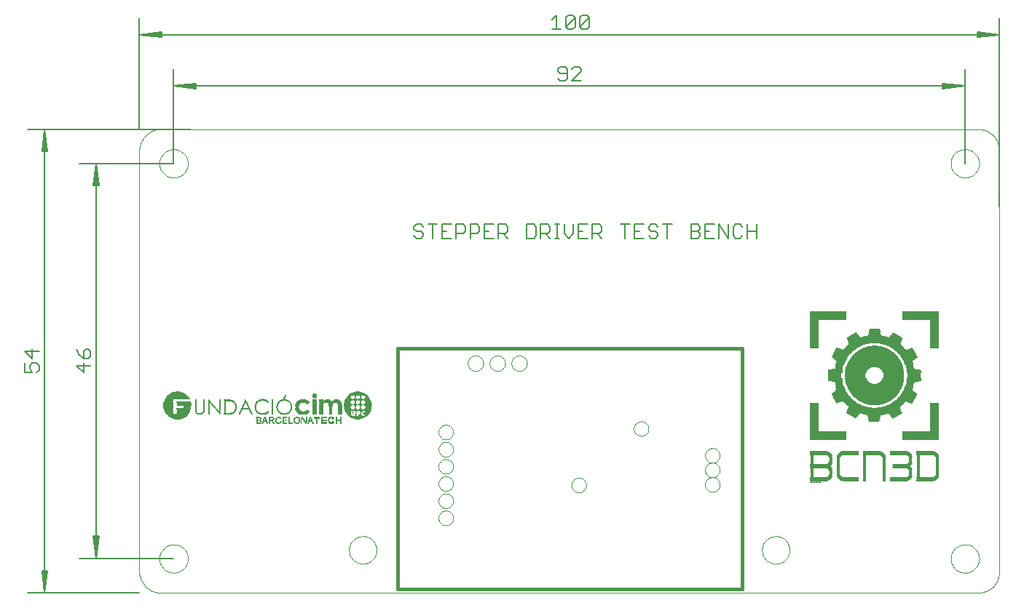
<source format=gto>
G75*
%MOIN*%
%OFA0B0*%
%FSLAX24Y24*%
%IPPOS*%
%LPD*%
%AMOC8*
5,1,8,0,0,1.08239X$1,22.5*
%
%ADD10C,0.0000*%
%ADD11C,0.0051*%
%ADD12C,0.0060*%
%ADD13C,0.0160*%
%ADD14R,0.0084X0.0014*%
%ADD15R,0.0070X0.0014*%
%ADD16R,0.0098X0.0014*%
%ADD17R,0.0252X0.0014*%
%ADD18R,0.0154X0.0014*%
%ADD19R,0.0182X0.0014*%
%ADD20R,0.0042X0.0014*%
%ADD21R,0.0042X0.0014*%
%ADD22R,0.0224X0.0014*%
%ADD23R,0.0196X0.0014*%
%ADD24R,0.0028X0.0014*%
%ADD25R,0.0056X0.0014*%
%ADD26R,0.0056X0.0014*%
%ADD27R,0.0098X0.0014*%
%ADD28R,0.0196X0.0014*%
%ADD29R,0.0056X0.0014*%
%ADD30R,0.0042X0.0014*%
%ADD31R,0.0042X0.0014*%
%ADD32R,0.0182X0.0014*%
%ADD33R,0.0224X0.0014*%
%ADD34R,0.0028X0.0014*%
%ADD35R,0.0056X0.0014*%
%ADD36R,0.0098X0.0014*%
%ADD37R,0.0252X0.0014*%
%ADD38R,0.0210X0.0014*%
%ADD39R,0.0098X0.0014*%
%ADD40R,0.0084X0.0014*%
%ADD41R,0.0238X0.0014*%
%ADD42R,0.0084X0.0014*%
%ADD43R,0.0196X0.0014*%
%ADD44R,0.0182X0.0014*%
%ADD45R,0.0294X0.0014*%
%ADD46R,0.0168X0.0014*%
%ADD47R,0.0210X0.0014*%
%ADD48R,0.0182X0.0014*%
%ADD49R,0.0238X0.0014*%
%ADD50R,0.0294X0.0014*%
%ADD51R,0.0014X0.0014*%
%ADD52R,0.0238X0.0014*%
%ADD53R,0.0028X0.0014*%
%ADD54R,0.0350X0.0014*%
%ADD55R,0.0336X0.0014*%
%ADD56R,0.0448X0.0014*%
%ADD57R,0.0028X0.0014*%
%ADD58R,0.0112X0.0014*%
%ADD59R,0.0420X0.0014*%
%ADD60R,0.0518X0.0014*%
%ADD61R,0.0504X0.0014*%
%ADD62R,0.0574X0.0014*%
%ADD63R,0.0560X0.0014*%
%ADD64R,0.0630X0.0014*%
%ADD65R,0.0616X0.0014*%
%ADD66R,0.0672X0.0014*%
%ADD67R,0.0168X0.0014*%
%ADD68R,0.0140X0.0014*%
%ADD69R,0.0644X0.0014*%
%ADD70R,0.0728X0.0014*%
%ADD71R,0.0070X0.0014*%
%ADD72R,0.0140X0.0014*%
%ADD73R,0.0700X0.0014*%
%ADD74R,0.0756X0.0014*%
%ADD75R,0.0742X0.0014*%
%ADD76R,0.0798X0.0014*%
%ADD77R,0.0784X0.0014*%
%ADD78R,0.0840X0.0014*%
%ADD79R,0.0392X0.0014*%
%ADD80R,0.0112X0.0014*%
%ADD81R,0.0868X0.0014*%
%ADD82R,0.0896X0.0014*%
%ADD83R,0.0154X0.0014*%
%ADD84R,0.0924X0.0014*%
%ADD85R,0.0126X0.0014*%
%ADD86R,0.0952X0.0014*%
%ADD87R,0.0980X0.0014*%
%ADD88R,0.0224X0.0014*%
%ADD89R,0.0154X0.0014*%
%ADD90R,0.1008X0.0014*%
%ADD91R,0.0322X0.0014*%
%ADD92R,0.0308X0.0014*%
%ADD93R,0.0280X0.0014*%
%ADD94R,0.0308X0.0014*%
%ADD95R,0.0308X0.0014*%
%ADD96R,0.0532X0.0014*%
%ADD97R,0.0266X0.0014*%
%ADD98R,0.0378X0.0014*%
%ADD99R,0.0364X0.0014*%
%ADD100R,0.0350X0.0014*%
%ADD101R,0.0168X0.0014*%
%ADD102R,0.0168X0.0014*%
%ADD103R,0.0280X0.0014*%
%ADD104R,0.0546X0.0014*%
%ADD105R,0.0420X0.0014*%
%ADD106R,0.0378X0.0014*%
%ADD107R,0.0434X0.0014*%
%ADD108R,0.0434X0.0014*%
%ADD109R,0.0126X0.0014*%
%ADD110R,0.0462X0.0014*%
%ADD111R,0.0504X0.0014*%
%ADD112R,0.0574X0.0014*%
%ADD113R,0.0112X0.0014*%
%ADD114R,0.0532X0.0014*%
%ADD115R,0.0574X0.0014*%
%ADD116R,0.0546X0.0014*%
%ADD117R,0.0224X0.0014*%
%ADD118R,0.0364X0.0014*%
%ADD119R,0.0588X0.0014*%
%ADD120R,0.0602X0.0014*%
%ADD121R,0.0602X0.0014*%
%ADD122R,0.0252X0.0014*%
%ADD123R,0.0392X0.0014*%
%ADD124R,0.0616X0.0014*%
%ADD125R,0.0112X0.0014*%
%ADD126R,0.1162X0.0014*%
%ADD127R,0.0406X0.0014*%
%ADD128R,0.1176X0.0014*%
%ADD129R,0.1190X0.0014*%
%ADD130R,0.1204X0.0014*%
%ADD131R,0.0644X0.0014*%
%ADD132R,0.0434X0.0014*%
%ADD133R,0.0336X0.0014*%
%ADD134R,0.0154X0.0014*%
%ADD135R,0.0644X0.0014*%
%ADD136R,0.0406X0.0014*%
%ADD137R,0.0294X0.0014*%
%ADD138R,0.0392X0.0014*%
%ADD139R,0.0434X0.0014*%
%ADD140R,0.0322X0.0014*%
%ADD141R,0.0308X0.0014*%
%ADD142R,0.0322X0.0014*%
%ADD143R,0.0658X0.0014*%
%ADD144R,0.1260X0.0014*%
%ADD145R,0.0658X0.0014*%
%ADD146R,0.1260X0.0014*%
%ADD147R,0.0378X0.0014*%
%ADD148R,0.0266X0.0014*%
%ADD149R,0.0294X0.0014*%
%ADD150R,0.0994X0.0014*%
%ADD151R,0.0560X0.0014*%
%ADD152R,0.0406X0.0014*%
%ADD153R,0.0546X0.0014*%
%ADD154R,0.0266X0.0014*%
%ADD155R,0.0476X0.0014*%
%ADD156R,0.0364X0.0014*%
%ADD157R,0.0252X0.0014*%
%ADD158R,0.0266X0.0014*%
%ADD159R,0.1148X0.0014*%
%ADD160R,0.1120X0.0014*%
%ADD161R,0.1092X0.0014*%
%ADD162R,0.0238X0.0014*%
%ADD163R,0.1092X0.0014*%
%ADD164R,0.1064X0.0014*%
%ADD165R,0.1036X0.0014*%
%ADD166R,0.1008X0.0014*%
%ADD167R,0.0938X0.0014*%
%ADD168R,0.0910X0.0014*%
%ADD169R,0.0882X0.0014*%
%ADD170R,0.0854X0.0014*%
%ADD171R,0.0812X0.0014*%
%ADD172R,0.0742X0.0014*%
%ADD173R,0.0658X0.0014*%
%ADD174R,0.0730X0.0008*%
%ADD175R,0.0722X0.0008*%
%ADD176R,0.0788X0.0008*%
%ADD177R,0.0738X0.0008*%
%ADD178R,0.0158X0.0008*%
%ADD179R,0.0158X0.0008*%
%ADD180R,0.0813X0.0008*%
%ADD181R,0.0780X0.0008*%
%ADD182R,0.0821X0.0008*%
%ADD183R,0.0838X0.0008*%
%ADD184R,0.0805X0.0008*%
%ADD185R,0.0158X0.0008*%
%ADD186R,0.0158X0.0008*%
%ADD187R,0.0854X0.0008*%
%ADD188R,0.0829X0.0008*%
%ADD189R,0.0158X0.0008*%
%ADD190R,0.0158X0.0008*%
%ADD191R,0.0854X0.0008*%
%ADD192R,0.0863X0.0008*%
%ADD193R,0.0846X0.0008*%
%ADD194R,0.0871X0.0008*%
%ADD195R,0.0879X0.0008*%
%ADD196R,0.0854X0.0008*%
%ADD197R,0.0887X0.0008*%
%ADD198R,0.0887X0.0008*%
%ADD199R,0.0871X0.0008*%
%ADD200R,0.0896X0.0008*%
%ADD201R,0.0904X0.0008*%
%ADD202R,0.0879X0.0008*%
%ADD203R,0.0904X0.0008*%
%ADD204R,0.0912X0.0008*%
%ADD205R,0.0896X0.0008*%
%ADD206R,0.0921X0.0008*%
%ADD207R,0.0921X0.0008*%
%ADD208R,0.0904X0.0008*%
%ADD209R,0.0921X0.0008*%
%ADD210R,0.0929X0.0008*%
%ADD211R,0.0929X0.0008*%
%ADD212R,0.0937X0.0008*%
%ADD213R,0.0937X0.0008*%
%ADD214R,0.0921X0.0008*%
%ADD215R,0.0946X0.0008*%
%ADD216R,0.0946X0.0008*%
%ADD217R,0.0929X0.0008*%
%ADD218R,0.0954X0.0008*%
%ADD219R,0.0954X0.0008*%
%ADD220R,0.0954X0.0008*%
%ADD221R,0.0962X0.0008*%
%ADD222R,0.0962X0.0008*%
%ADD223R,0.0970X0.0008*%
%ADD224R,0.0970X0.0008*%
%ADD225R,0.0979X0.0008*%
%ADD226R,0.0979X0.0008*%
%ADD227R,0.0979X0.0008*%
%ADD228R,0.0241X0.0008*%
%ADD229R,0.0232X0.0008*%
%ADD230R,0.0224X0.0008*%
%ADD231R,0.0241X0.0008*%
%ADD232R,0.0216X0.0008*%
%ADD233R,0.0207X0.0008*%
%ADD234R,0.0216X0.0008*%
%ADD235R,0.0199X0.0008*%
%ADD236R,0.0199X0.0008*%
%ADD237R,0.0158X0.0008*%
%ADD238R,0.0191X0.0008*%
%ADD239R,0.0199X0.0008*%
%ADD240R,0.0158X0.0008*%
%ADD241R,0.0199X0.0008*%
%ADD242R,0.0191X0.0008*%
%ADD243R,0.0191X0.0008*%
%ADD244R,0.0182X0.0008*%
%ADD245R,0.0174X0.0008*%
%ADD246R,0.0182X0.0008*%
%ADD247R,0.0174X0.0008*%
%ADD248R,0.0174X0.0008*%
%ADD249R,0.0182X0.0008*%
%ADD250R,0.0174X0.0008*%
%ADD251R,0.0174X0.0008*%
%ADD252R,0.0166X0.0008*%
%ADD253R,0.0166X0.0008*%
%ADD254R,0.0166X0.0008*%
%ADD255R,0.0166X0.0008*%
%ADD256R,0.0166X0.0008*%
%ADD257R,0.0166X0.0008*%
%ADD258R,0.0182X0.0008*%
%ADD259R,0.0207X0.0008*%
%ADD260R,0.0216X0.0008*%
%ADD261R,0.0207X0.0008*%
%ADD262R,0.0232X0.0008*%
%ADD263R,0.0265X0.0008*%
%ADD264R,0.0257X0.0008*%
%ADD265R,0.0863X0.0008*%
%ADD266R,0.0970X0.0008*%
%ADD267R,0.0962X0.0008*%
%ADD268R,0.0846X0.0008*%
%ADD269R,0.0954X0.0008*%
%ADD270R,0.0846X0.0008*%
%ADD271R,0.0954X0.0008*%
%ADD272R,0.0838X0.0008*%
%ADD273R,0.0946X0.0008*%
%ADD274R,0.0829X0.0008*%
%ADD275R,0.0937X0.0008*%
%ADD276R,0.0813X0.0008*%
%ADD277R,0.0805X0.0008*%
%ADD278R,0.0805X0.0008*%
%ADD279R,0.0829X0.0008*%
%ADD280R,0.0970X0.0008*%
%ADD281R,0.0854X0.0008*%
%ADD282R,0.0249X0.0008*%
%ADD283R,0.0241X0.0008*%
%ADD284R,0.0191X0.0008*%
%ADD285R,0.0166X0.0008*%
%ADD286R,0.0166X0.0008*%
%ADD287R,0.0174X0.0008*%
%ADD288R,0.0174X0.0008*%
%ADD289R,0.0182X0.0008*%
%ADD290R,0.0191X0.0008*%
%ADD291R,0.0191X0.0008*%
%ADD292R,0.0199X0.0008*%
%ADD293R,0.0199X0.0008*%
%ADD294R,0.0216X0.0008*%
%ADD295R,0.0224X0.0008*%
%ADD296R,0.0224X0.0008*%
%ADD297R,0.0216X0.0008*%
%ADD298R,0.0241X0.0008*%
%ADD299R,0.0249X0.0008*%
%ADD300R,0.0995X0.0008*%
%ADD301R,0.0987X0.0008*%
%ADD302R,0.0979X0.0008*%
%ADD303R,0.0970X0.0008*%
%ADD304R,0.0929X0.0008*%
%ADD305R,0.0921X0.0008*%
%ADD306R,0.0946X0.0008*%
%ADD307R,0.0912X0.0008*%
%ADD308R,0.0896X0.0008*%
%ADD309R,0.0904X0.0008*%
%ADD310R,0.0887X0.0008*%
%ADD311R,0.0921X0.0008*%
%ADD312R,0.0904X0.0008*%
%ADD313R,0.0879X0.0008*%
%ADD314R,0.0879X0.0008*%
%ADD315R,0.0863X0.0008*%
%ADD316R,0.0871X0.0008*%
%ADD317R,0.0871X0.0008*%
%ADD318R,0.0829X0.0008*%
%ADD319R,0.0821X0.0008*%
%ADD320R,0.0854X0.0008*%
%ADD321R,0.0838X0.0008*%
%ADD322R,0.0796X0.0008*%
%ADD323R,0.0829X0.0008*%
%ADD324R,0.0771X0.0008*%
%ADD325R,0.0796X0.0008*%
%ADD326R,0.0722X0.0008*%
%ADD327R,0.0697X0.0008*%
%ADD328R,0.0738X0.0008*%
%ADD329R,0.0730X0.0008*%
%ADD330R,0.1675X0.0008*%
%ADD331R,0.1675X0.0008*%
%ADD332R,0.1675X0.0008*%
%ADD333R,0.1675X0.0008*%
%ADD334R,0.0373X0.0008*%
%ADD335R,0.0373X0.0008*%
%ADD336R,0.0373X0.0008*%
%ADD337R,0.0373X0.0008*%
%ADD338R,0.0481X0.0008*%
%ADD339R,0.0481X0.0008*%
%ADD340R,0.0481X0.0008*%
%ADD341R,0.0498X0.0008*%
%ADD342R,0.0498X0.0008*%
%ADD343R,0.0506X0.0008*%
%ADD344R,0.0514X0.0008*%
%ADD345R,0.0514X0.0008*%
%ADD346R,0.0514X0.0008*%
%ADD347R,0.0531X0.0008*%
%ADD348R,0.0531X0.0008*%
%ADD349R,0.0531X0.0008*%
%ADD350R,0.0008X0.0008*%
%ADD351R,0.0008X0.0008*%
%ADD352R,0.0547X0.0008*%
%ADD353R,0.0033X0.0008*%
%ADD354R,0.0025X0.0008*%
%ADD355R,0.0547X0.0008*%
%ADD356R,0.0050X0.0008*%
%ADD357R,0.0050X0.0008*%
%ADD358R,0.0547X0.0008*%
%ADD359R,0.0066X0.0008*%
%ADD360R,0.0075X0.0008*%
%ADD361R,0.0091X0.0008*%
%ADD362R,0.0100X0.0008*%
%ADD363R,0.0116X0.0008*%
%ADD364R,0.0116X0.0008*%
%ADD365R,0.0556X0.0008*%
%ADD366R,0.0133X0.0008*%
%ADD367R,0.0133X0.0008*%
%ADD368R,0.0564X0.0008*%
%ADD369R,0.0564X0.0008*%
%ADD370R,0.0564X0.0008*%
%ADD371R,0.0216X0.0008*%
%ADD372R,0.0224X0.0008*%
%ADD373R,0.0241X0.0008*%
%ADD374R,0.0249X0.0008*%
%ADD375R,0.0581X0.0008*%
%ADD376R,0.0265X0.0008*%
%ADD377R,0.0274X0.0008*%
%ADD378R,0.0581X0.0008*%
%ADD379R,0.0282X0.0008*%
%ADD380R,0.0282X0.0008*%
%ADD381R,0.0581X0.0008*%
%ADD382R,0.0307X0.0008*%
%ADD383R,0.0307X0.0008*%
%ADD384R,0.0332X0.0008*%
%ADD385R,0.0332X0.0008*%
%ADD386R,0.0357X0.0008*%
%ADD387R,0.0348X0.0008*%
%ADD388R,0.0597X0.0008*%
%ADD389R,0.0365X0.0008*%
%ADD390R,0.0680X0.0008*%
%ADD391R,0.0390X0.0008*%
%ADD392R,0.0398X0.0008*%
%ADD393R,0.0763X0.0008*%
%ADD394R,0.0415X0.0008*%
%ADD395R,0.0423X0.0008*%
%ADD396R,0.0829X0.0008*%
%ADD397R,0.0440X0.0008*%
%ADD398R,0.0431X0.0008*%
%ADD399R,0.0456X0.0008*%
%ADD400R,0.0456X0.0008*%
%ADD401R,0.1029X0.0008*%
%ADD402R,0.0506X0.0008*%
%ADD403R,0.1078X0.0008*%
%ADD404R,0.0523X0.0008*%
%ADD405R,0.1128X0.0008*%
%ADD406R,0.0539X0.0008*%
%ADD407R,0.1178X0.0008*%
%ADD408R,0.0572X0.0008*%
%ADD409R,0.1228X0.0008*%
%ADD410R,0.0589X0.0008*%
%ADD411R,0.0589X0.0008*%
%ADD412R,0.1277X0.0008*%
%ADD413R,0.0605X0.0008*%
%ADD414R,0.2530X0.0008*%
%ADD415R,0.2538X0.0008*%
%ADD416R,0.2521X0.0008*%
%ADD417R,0.2513X0.0008*%
%ADD418R,0.2505X0.0008*%
%ADD419R,0.2488X0.0008*%
%ADD420R,0.2488X0.0008*%
%ADD421R,0.2488X0.0008*%
%ADD422R,0.2472X0.0008*%
%ADD423R,0.2472X0.0008*%
%ADD424R,0.2472X0.0008*%
%ADD425R,0.2455X0.0008*%
%ADD426R,0.2455X0.0008*%
%ADD427R,0.2439X0.0008*%
%ADD428R,0.2439X0.0008*%
%ADD429R,0.2439X0.0008*%
%ADD430R,0.2422X0.0008*%
%ADD431R,0.2422X0.0008*%
%ADD432R,0.2414X0.0008*%
%ADD433R,0.2405X0.0008*%
%ADD434R,0.2389X0.0008*%
%ADD435R,0.2389X0.0008*%
%ADD436R,0.2372X0.0008*%
%ADD437R,0.1062X0.0008*%
%ADD438R,0.1053X0.0008*%
%ADD439R,0.0995X0.0008*%
%ADD440R,0.0887X0.0008*%
%ADD441R,0.0871X0.0008*%
%ADD442R,0.0805X0.0008*%
%ADD443R,0.0788X0.0008*%
%ADD444R,0.0780X0.0008*%
%ADD445R,0.0763X0.0008*%
%ADD446R,0.0746X0.0008*%
%ADD447R,0.0722X0.0008*%
%ADD448R,0.0713X0.0008*%
%ADD449R,0.0705X0.0008*%
%ADD450R,0.0688X0.0008*%
%ADD451R,0.0672X0.0008*%
%ADD452R,0.0664X0.0008*%
%ADD453R,0.0664X0.0008*%
%ADD454R,0.0647X0.0008*%
%ADD455R,0.0647X0.0008*%
%ADD456R,0.0639X0.0008*%
%ADD457R,0.0639X0.0008*%
%ADD458R,0.0630X0.0008*%
%ADD459R,0.0622X0.0008*%
%ADD460R,0.0614X0.0008*%
%ADD461R,0.0605X0.0008*%
%ADD462R,0.0464X0.0008*%
%ADD463R,0.0556X0.0008*%
%ADD464R,0.0597X0.0008*%
%ADD465R,0.0589X0.0008*%
%ADD466R,0.0630X0.0008*%
%ADD467R,0.0697X0.0008*%
%ADD468R,0.0572X0.0008*%
%ADD469R,0.0763X0.0008*%
%ADD470R,0.0572X0.0008*%
%ADD471R,0.0556X0.0008*%
%ADD472R,0.0008X0.0008*%
%ADD473R,0.0041X0.0008*%
%ADD474R,0.0017X0.0008*%
%ADD475R,0.0995X0.0008*%
%ADD476R,0.0066X0.0008*%
%ADD477R,0.0539X0.0008*%
%ADD478R,0.1045X0.0008*%
%ADD479R,0.0100X0.0008*%
%ADD480R,0.0083X0.0008*%
%ADD481R,0.0539X0.0008*%
%ADD482R,0.1078X0.0008*%
%ADD483R,0.0124X0.0008*%
%ADD484R,0.0108X0.0008*%
%ADD485R,0.0539X0.0008*%
%ADD486R,0.1111X0.0008*%
%ADD487R,0.0149X0.0008*%
%ADD488R,0.0133X0.0008*%
%ADD489R,0.0523X0.0008*%
%ADD490R,0.1145X0.0008*%
%ADD491R,0.0523X0.0008*%
%ADD492R,0.1186X0.0008*%
%ADD493R,0.1219X0.0008*%
%ADD494R,0.0241X0.0008*%
%ADD495R,0.0224X0.0008*%
%ADD496R,0.1244X0.0008*%
%ADD497R,0.1277X0.0008*%
%ADD498R,0.0290X0.0008*%
%ADD499R,0.0282X0.0008*%
%ADD500R,0.1310X0.0008*%
%ADD501R,0.0323X0.0008*%
%ADD502R,0.0299X0.0008*%
%ADD503R,0.0498X0.0008*%
%ADD504R,0.1344X0.0008*%
%ADD505R,0.0498X0.0008*%
%ADD506R,0.1377X0.0008*%
%ADD507R,0.0854X0.0008*%
%ADD508R,0.1393X0.0008*%
%ADD509R,0.1427X0.0008*%
%ADD510R,0.0838X0.0008*%
%ADD511R,0.1443X0.0008*%
%ADD512R,0.1476X0.0008*%
%ADD513R,0.1501X0.0008*%
%ADD514R,0.0821X0.0008*%
%ADD515R,0.1526X0.0008*%
%ADD516R,0.0821X0.0008*%
%ADD517R,0.1543X0.0008*%
%ADD518R,0.1576X0.0008*%
%ADD519R,0.1593X0.0008*%
%ADD520R,0.0805X0.0008*%
%ADD521R,0.1626X0.0008*%
%ADD522R,0.0796X0.0008*%
%ADD523R,0.1642X0.0008*%
%ADD524R,0.0796X0.0008*%
%ADD525R,0.1659X0.0008*%
%ADD526R,0.1692X0.0008*%
%ADD527R,0.1709X0.0008*%
%ADD528R,0.0780X0.0008*%
%ADD529R,0.1725X0.0008*%
%ADD530R,0.1742X0.0008*%
%ADD531R,0.0780X0.0008*%
%ADD532R,0.1758X0.0008*%
%ADD533R,0.0771X0.0008*%
%ADD534R,0.1792X0.0008*%
%ADD535R,0.1808X0.0008*%
%ADD536R,0.0771X0.0008*%
%ADD537R,0.1825X0.0008*%
%ADD538R,0.0771X0.0008*%
%ADD539R,0.1841X0.0008*%
%ADD540R,0.1858X0.0008*%
%ADD541R,0.1874X0.0008*%
%ADD542R,0.1891X0.0008*%
%ADD543R,0.0755X0.0008*%
%ADD544R,0.1908X0.0008*%
%ADD545R,0.0755X0.0008*%
%ADD546R,0.1924X0.0008*%
%ADD547R,0.1941X0.0008*%
%ADD548R,0.0755X0.0008*%
%ADD549R,0.1957X0.0008*%
%ADD550R,0.0755X0.0008*%
%ADD551R,0.1974X0.0008*%
%ADD552R,0.0746X0.0008*%
%ADD553R,0.1991X0.0008*%
%ADD554R,0.0746X0.0008*%
%ADD555R,0.2007X0.0008*%
%ADD556R,0.0746X0.0008*%
%ADD557R,0.2024X0.0008*%
%ADD558R,0.2040X0.0008*%
%ADD559R,0.2040X0.0008*%
%ADD560R,0.0738X0.0008*%
%ADD561R,0.2057X0.0008*%
%ADD562R,0.2074X0.0008*%
%ADD563R,0.2090X0.0008*%
%ADD564R,0.0730X0.0008*%
%ADD565R,0.2107X0.0008*%
%ADD566R,0.0713X0.0008*%
%ADD567R,0.0722X0.0008*%
%ADD568R,0.2123X0.0008*%
%ADD569R,0.2123X0.0008*%
%ADD570R,0.0697X0.0008*%
%ADD571R,0.2140X0.0008*%
%ADD572R,0.0672X0.0008*%
%ADD573R,0.0672X0.0008*%
%ADD574R,0.2157X0.0008*%
%ADD575R,0.0647X0.0008*%
%ADD576R,0.0664X0.0008*%
%ADD577R,0.2173X0.0008*%
%ADD578R,0.0639X0.0008*%
%ADD579R,0.0647X0.0008*%
%ADD580R,0.2173X0.0008*%
%ADD581R,0.0622X0.0008*%
%ADD582R,0.2190X0.0008*%
%ADD583R,0.0622X0.0008*%
%ADD584R,0.2206X0.0008*%
%ADD585R,0.0597X0.0008*%
%ADD586R,0.2215X0.0008*%
%ADD587R,0.2223X0.0008*%
%ADD588R,0.0572X0.0008*%
%ADD589R,0.2239X0.0008*%
%ADD590R,0.0547X0.0008*%
%ADD591R,0.2256X0.0008*%
%ADD592R,0.2273X0.0008*%
%ADD593R,0.2281X0.0008*%
%ADD594R,0.0498X0.0008*%
%ADD595R,0.2289X0.0008*%
%ADD596R,0.0473X0.0008*%
%ADD597R,0.0489X0.0008*%
%ADD598R,0.2306X0.0008*%
%ADD599R,0.0464X0.0008*%
%ADD600R,0.0473X0.0008*%
%ADD601R,0.2306X0.0008*%
%ADD602R,0.0448X0.0008*%
%ADD603R,0.0464X0.0008*%
%ADD604R,0.2322X0.0008*%
%ADD605R,0.0440X0.0008*%
%ADD606R,0.0448X0.0008*%
%ADD607R,0.2339X0.0008*%
%ADD608R,0.0423X0.0008*%
%ADD609R,0.2339X0.0008*%
%ADD610R,0.0415X0.0008*%
%ADD611R,0.0415X0.0008*%
%ADD612R,0.2356X0.0008*%
%ADD613R,0.0390X0.0008*%
%ADD614R,0.0406X0.0008*%
%ADD615R,0.2356X0.0008*%
%ADD616R,0.0390X0.0008*%
%ADD617R,0.2372X0.0008*%
%ADD618R,0.0382X0.0008*%
%ADD619R,0.0382X0.0008*%
%ADD620R,0.2372X0.0008*%
%ADD621R,0.0382X0.0008*%
%ADD622R,0.2405X0.0008*%
%ADD623R,0.2405X0.0008*%
%ADD624R,0.2422X0.0008*%
%ADD625R,0.0373X0.0008*%
%ADD626R,0.0373X0.0008*%
%ADD627R,0.2439X0.0008*%
%ADD628R,0.2455X0.0008*%
%ADD629R,0.2455X0.0008*%
%ADD630R,0.2455X0.0008*%
%ADD631R,0.2472X0.0008*%
%ADD632R,0.0365X0.0008*%
%ADD633R,0.2472X0.0008*%
%ADD634R,0.0373X0.0008*%
%ADD635R,0.2505X0.0008*%
%ADD636R,0.2505X0.0008*%
%ADD637R,0.0365X0.0008*%
%ADD638R,0.2505X0.0008*%
%ADD639R,0.0365X0.0008*%
%ADD640R,0.2521X0.0008*%
%ADD641R,0.0365X0.0008*%
%ADD642R,0.2521X0.0008*%
%ADD643R,0.0365X0.0008*%
%ADD644R,0.2538X0.0008*%
%ADD645R,0.2538X0.0008*%
%ADD646R,0.2555X0.0008*%
%ADD647R,0.2555X0.0008*%
%ADD648R,0.2555X0.0008*%
%ADD649R,0.2571X0.0008*%
%ADD650R,0.0357X0.0008*%
%ADD651R,0.2571X0.0008*%
%ADD652R,0.0365X0.0008*%
%ADD653R,0.1269X0.0008*%
%ADD654R,0.1211X0.0008*%
%ADD655R,0.1161X0.0008*%
%ADD656R,0.1145X0.0008*%
%ADD657R,0.1120X0.0008*%
%ADD658R,0.1103X0.0008*%
%ADD659R,0.1111X0.0008*%
%ADD660R,0.1103X0.0008*%
%ADD661R,0.0357X0.0008*%
%ADD662R,0.1087X0.0008*%
%ADD663R,0.1062X0.0008*%
%ADD664R,0.1062X0.0008*%
%ADD665R,0.1053X0.0008*%
%ADD666R,0.0348X0.0008*%
%ADD667R,0.1045X0.0008*%
%ADD668R,0.0406X0.0008*%
%ADD669R,0.1037X0.0008*%
%ADD670R,0.0448X0.0008*%
%ADD671R,0.1037X0.0008*%
%ADD672R,0.0489X0.0008*%
%ADD673R,0.0498X0.0008*%
%ADD674R,0.1020X0.0008*%
%ADD675R,0.0581X0.0008*%
%ADD676R,0.1012X0.0008*%
%ADD677R,0.1004X0.0008*%
%ADD678R,0.0647X0.0008*%
%ADD679R,0.0622X0.0008*%
%ADD680R,0.1012X0.0008*%
%ADD681R,0.0647X0.0008*%
%ADD682R,0.1004X0.0008*%
%ADD683R,0.0647X0.0008*%
%ADD684R,0.0995X0.0008*%
%ADD685R,0.0987X0.0008*%
%ADD686R,0.0979X0.0008*%
%ADD687R,0.0630X0.0008*%
%ADD688R,0.0630X0.0008*%
%ADD689R,0.0954X0.0008*%
%ADD690R,0.0630X0.0008*%
%ADD691R,0.0954X0.0008*%
%ADD692R,0.0946X0.0008*%
%ADD693R,0.0639X0.0008*%
%ADD694R,0.0962X0.0008*%
%ADD695R,0.0987X0.0008*%
%ADD696R,0.0987X0.0008*%
%ADD697R,0.0995X0.0008*%
%ADD698R,0.0622X0.0008*%
%ADD699R,0.1004X0.0008*%
%ADD700R,0.0572X0.0008*%
%ADD701R,0.1029X0.0008*%
%ADD702R,0.0448X0.0008*%
%ADD703R,0.0489X0.0008*%
%ADD704R,0.1037X0.0008*%
%ADD705R,0.1070X0.0008*%
%ADD706R,0.0357X0.0008*%
%ADD707R,0.1087X0.0008*%
%ADD708R,0.1095X0.0008*%
%ADD709R,0.1111X0.0008*%
%ADD710R,0.1120X0.0008*%
%ADD711R,0.1136X0.0008*%
%ADD712R,0.1153X0.0008*%
%ADD713R,0.1169X0.0008*%
%ADD714R,0.1203X0.0008*%
%ADD715R,0.1244X0.0008*%
%ADD716R,0.2579X0.0008*%
%ADD717R,0.2563X0.0008*%
%ADD718R,0.2521X0.0008*%
%ADD719R,0.2488X0.0008*%
%ADD720R,0.2472X0.0008*%
%ADD721R,0.0373X0.0008*%
%ADD722R,0.2422X0.0008*%
%ADD723R,0.2389X0.0008*%
%ADD724R,0.2364X0.0008*%
%ADD725R,0.0431X0.0008*%
%ADD726R,0.0448X0.0008*%
%ADD727R,0.0440X0.0008*%
%ADD728R,0.2322X0.0008*%
%ADD729R,0.2322X0.0008*%
%ADD730R,0.0464X0.0008*%
%ADD731R,0.0489X0.0008*%
%ADD732R,0.0473X0.0008*%
%ADD733R,0.2289X0.0008*%
%ADD734R,0.0498X0.0008*%
%ADD735R,0.2273X0.0008*%
%ADD736R,0.2256X0.0008*%
%ADD737R,0.2256X0.0008*%
%ADD738R,0.0564X0.0008*%
%ADD739R,0.0547X0.0008*%
%ADD740R,0.2239X0.0008*%
%ADD741R,0.0572X0.0008*%
%ADD742R,0.2223X0.0008*%
%ADD743R,0.0597X0.0008*%
%ADD744R,0.2206X0.0008*%
%ADD745R,0.0605X0.0008*%
%ADD746R,0.2190X0.0008*%
%ADD747R,0.0688X0.0008*%
%ADD748R,0.2140X0.0008*%
%ADD749R,0.2065X0.0008*%
%ADD750R,0.0738X0.0008*%
%ADD751R,0.2057X0.0008*%
%ADD752R,0.2024X0.0008*%
%ADD753R,0.2007X0.0008*%
%ADD754R,0.1974X0.0008*%
%ADD755R,0.0755X0.0008*%
%ADD756R,0.1957X0.0008*%
%ADD757R,0.0755X0.0008*%
%ADD758R,0.1924X0.0008*%
%ADD759R,0.1908X0.0008*%
%ADD760R,0.1874X0.0008*%
%ADD761R,0.0771X0.0008*%
%ADD762R,0.1858X0.0008*%
%ADD763R,0.0771X0.0008*%
%ADD764R,0.1808X0.0008*%
%ADD765R,0.1792X0.0008*%
%ADD766R,0.1775X0.0008*%
%ADD767R,0.1750X0.0008*%
%ADD768R,0.0788X0.0008*%
%ADD769R,0.0796X0.0008*%
%ADD770R,0.0796X0.0008*%
%ADD771R,0.1642X0.0008*%
%ADD772R,0.1609X0.0008*%
%ADD773R,0.1576X0.0008*%
%ADD774R,0.1559X0.0008*%
%ADD775R,0.1526X0.0008*%
%ADD776R,0.1510X0.0008*%
%ADD777R,0.1460X0.0008*%
%ADD778R,0.1427X0.0008*%
%ADD779R,0.1410X0.0008*%
%ADD780R,0.1327X0.0008*%
%ADD781R,0.0299X0.0008*%
%ADD782R,0.1294X0.0008*%
%ADD783R,0.0274X0.0008*%
%ADD784R,0.1261X0.0008*%
%ADD785R,0.1228X0.0008*%
%ADD786R,0.1194X0.0008*%
%ADD787R,0.1161X0.0008*%
%ADD788R,0.0141X0.0008*%
%ADD789R,0.0149X0.0008*%
%ADD790R,0.0108X0.0008*%
%ADD791R,0.0124X0.0008*%
%ADD792R,0.1095X0.0008*%
%ADD793R,0.0083X0.0008*%
%ADD794R,0.0075X0.0008*%
%ADD795R,0.0017X0.0008*%
%ADD796R,0.0041X0.0008*%
%ADD797R,0.0556X0.0008*%
%ADD798R,0.0713X0.0008*%
%ADD799R,0.0581X0.0008*%
%ADD800R,0.0605X0.0008*%
%ADD801R,0.0614X0.0008*%
%ADD802R,0.0398X0.0008*%
%ADD803R,0.0746X0.0008*%
%ADD804R,0.0829X0.0008*%
%ADD805R,0.0846X0.0008*%
%ADD806R,0.1045X0.0008*%
%ADD807R,0.1062X0.0008*%
%ADD808R,0.2372X0.0008*%
%ADD809R,0.2389X0.0008*%
%ADD810R,0.2405X0.0008*%
%ADD811R,0.2472X0.0008*%
%ADD812R,0.2505X0.0008*%
%ADD813R,0.2513X0.0008*%
%ADD814R,0.2521X0.0008*%
%ADD815R,0.2530X0.0008*%
%ADD816R,0.0614X0.0008*%
%ADD817R,0.1186X0.0008*%
%ADD818R,0.0539X0.0008*%
%ADD819R,0.1136X0.0008*%
%ADD820R,0.0523X0.0008*%
%ADD821R,0.0904X0.0008*%
%ADD822R,0.0440X0.0008*%
%ADD823R,0.0398X0.0008*%
%ADD824R,0.0390X0.0008*%
%ADD825R,0.0680X0.0008*%
%ADD826R,0.0307X0.0008*%
%ADD827R,0.0290X0.0008*%
%ADD828R,0.0274X0.0008*%
%ADD829R,0.0265X0.0008*%
%ADD830R,0.0199X0.0008*%
%ADD831R,0.0116X0.0008*%
%ADD832R,0.0066X0.0008*%
%ADD833R,0.0058X0.0008*%
%ADD834R,0.0033X0.0008*%
%ADD835R,0.0523X0.0008*%
%ADD836R,0.0498X0.0008*%
D10*
X005590Y001519D02*
X005590Y020779D01*
X005592Y020839D01*
X005597Y020900D01*
X005606Y020959D01*
X005619Y021018D01*
X005635Y021077D01*
X005655Y021134D01*
X005678Y021189D01*
X005705Y021244D01*
X005734Y021296D01*
X005767Y021347D01*
X005803Y021396D01*
X005841Y021442D01*
X005883Y021486D01*
X005927Y021528D01*
X005973Y021566D01*
X006022Y021602D01*
X006073Y021635D01*
X006125Y021664D01*
X006180Y021691D01*
X006235Y021714D01*
X006292Y021734D01*
X006351Y021750D01*
X006410Y021763D01*
X006469Y021772D01*
X006530Y021777D01*
X006590Y021779D01*
X043960Y021779D01*
X044020Y021777D01*
X044081Y021772D01*
X044140Y021763D01*
X044199Y021750D01*
X044258Y021734D01*
X044315Y021714D01*
X044370Y021691D01*
X044425Y021664D01*
X044477Y021635D01*
X044528Y021602D01*
X044577Y021566D01*
X044623Y021528D01*
X044667Y021486D01*
X044709Y021442D01*
X044747Y021396D01*
X044783Y021347D01*
X044816Y021296D01*
X044845Y021244D01*
X044872Y021189D01*
X044895Y021134D01*
X044915Y021077D01*
X044931Y021018D01*
X044944Y020959D01*
X044953Y020900D01*
X044958Y020839D01*
X044960Y020779D01*
X044960Y001519D01*
X044958Y001459D01*
X044953Y001398D01*
X044944Y001339D01*
X044931Y001280D01*
X044915Y001221D01*
X044895Y001164D01*
X044872Y001109D01*
X044845Y001054D01*
X044816Y001002D01*
X044783Y000951D01*
X044747Y000902D01*
X044709Y000856D01*
X044667Y000812D01*
X044623Y000770D01*
X044577Y000732D01*
X044528Y000696D01*
X044477Y000663D01*
X044425Y000634D01*
X044370Y000607D01*
X044315Y000584D01*
X044258Y000564D01*
X044199Y000548D01*
X044140Y000535D01*
X044081Y000526D01*
X044020Y000521D01*
X043960Y000519D01*
X006590Y000519D01*
X006530Y000521D01*
X006469Y000526D01*
X006410Y000535D01*
X006351Y000548D01*
X006292Y000564D01*
X006235Y000584D01*
X006180Y000607D01*
X006125Y000634D01*
X006073Y000663D01*
X006022Y000696D01*
X005973Y000732D01*
X005927Y000770D01*
X005883Y000812D01*
X005841Y000856D01*
X005803Y000902D01*
X005767Y000951D01*
X005734Y001002D01*
X005705Y001054D01*
X005678Y001109D01*
X005655Y001164D01*
X005635Y001221D01*
X005619Y001280D01*
X005606Y001339D01*
X005597Y001398D01*
X005592Y001459D01*
X005590Y001519D01*
X006515Y002094D02*
X006517Y002144D01*
X006523Y002194D01*
X006533Y002244D01*
X006546Y002292D01*
X006563Y002340D01*
X006584Y002386D01*
X006608Y002430D01*
X006636Y002472D01*
X006667Y002512D01*
X006701Y002549D01*
X006738Y002584D01*
X006777Y002615D01*
X006818Y002644D01*
X006862Y002669D01*
X006908Y002691D01*
X006955Y002709D01*
X007003Y002723D01*
X007052Y002734D01*
X007102Y002741D01*
X007152Y002744D01*
X007203Y002743D01*
X007253Y002738D01*
X007303Y002729D01*
X007351Y002717D01*
X007399Y002700D01*
X007445Y002680D01*
X007490Y002657D01*
X007533Y002630D01*
X007573Y002600D01*
X007611Y002567D01*
X007646Y002531D01*
X007679Y002492D01*
X007708Y002451D01*
X007734Y002408D01*
X007757Y002363D01*
X007776Y002316D01*
X007791Y002268D01*
X007803Y002219D01*
X007811Y002169D01*
X007815Y002119D01*
X007815Y002069D01*
X007811Y002019D01*
X007803Y001969D01*
X007791Y001920D01*
X007776Y001872D01*
X007757Y001825D01*
X007734Y001780D01*
X007708Y001737D01*
X007679Y001696D01*
X007646Y001657D01*
X007611Y001621D01*
X007573Y001588D01*
X007533Y001558D01*
X007490Y001531D01*
X007445Y001508D01*
X007399Y001488D01*
X007351Y001471D01*
X007303Y001459D01*
X007253Y001450D01*
X007203Y001445D01*
X007152Y001444D01*
X007102Y001447D01*
X007052Y001454D01*
X007003Y001465D01*
X006955Y001479D01*
X006908Y001497D01*
X006862Y001519D01*
X006818Y001544D01*
X006777Y001573D01*
X006738Y001604D01*
X006701Y001639D01*
X006667Y001676D01*
X006636Y001716D01*
X006608Y001758D01*
X006584Y001802D01*
X006563Y001848D01*
X006546Y001896D01*
X006533Y001944D01*
X006523Y001994D01*
X006517Y002044D01*
X006515Y002094D01*
X015196Y002488D02*
X015198Y002538D01*
X015204Y002588D01*
X015214Y002637D01*
X015228Y002685D01*
X015245Y002732D01*
X015266Y002777D01*
X015291Y002821D01*
X015319Y002862D01*
X015351Y002901D01*
X015385Y002938D01*
X015422Y002972D01*
X015462Y003002D01*
X015504Y003029D01*
X015548Y003053D01*
X015594Y003074D01*
X015641Y003090D01*
X015689Y003103D01*
X015739Y003112D01*
X015788Y003117D01*
X015839Y003118D01*
X015889Y003115D01*
X015938Y003108D01*
X015987Y003097D01*
X016035Y003082D01*
X016081Y003064D01*
X016126Y003042D01*
X016169Y003016D01*
X016210Y002987D01*
X016249Y002955D01*
X016285Y002920D01*
X016317Y002882D01*
X016347Y002842D01*
X016374Y002799D01*
X016397Y002755D01*
X016416Y002709D01*
X016432Y002661D01*
X016444Y002612D01*
X016452Y002563D01*
X016456Y002513D01*
X016456Y002463D01*
X016452Y002413D01*
X016444Y002364D01*
X016432Y002315D01*
X016416Y002267D01*
X016397Y002221D01*
X016374Y002177D01*
X016347Y002134D01*
X016317Y002094D01*
X016285Y002056D01*
X016249Y002021D01*
X016210Y001989D01*
X016169Y001960D01*
X016126Y001934D01*
X016081Y001912D01*
X016035Y001894D01*
X015987Y001879D01*
X015938Y001868D01*
X015889Y001861D01*
X015839Y001858D01*
X015788Y001859D01*
X015739Y001864D01*
X015689Y001873D01*
X015641Y001886D01*
X015594Y001902D01*
X015548Y001923D01*
X015504Y001947D01*
X015462Y001974D01*
X015422Y002004D01*
X015385Y002038D01*
X015351Y002075D01*
X015319Y002114D01*
X015291Y002155D01*
X015266Y002199D01*
X015245Y002244D01*
X015228Y002291D01*
X015214Y002339D01*
X015204Y002388D01*
X015198Y002438D01*
X015196Y002488D01*
X019287Y003952D02*
X019289Y003988D01*
X019295Y004024D01*
X019305Y004059D01*
X019318Y004093D01*
X019335Y004125D01*
X019355Y004155D01*
X019379Y004182D01*
X019405Y004207D01*
X019434Y004229D01*
X019465Y004248D01*
X019498Y004263D01*
X019532Y004275D01*
X019568Y004283D01*
X019604Y004287D01*
X019640Y004287D01*
X019676Y004283D01*
X019712Y004275D01*
X019746Y004263D01*
X019779Y004248D01*
X019810Y004229D01*
X019839Y004207D01*
X019865Y004182D01*
X019889Y004155D01*
X019909Y004125D01*
X019926Y004093D01*
X019939Y004059D01*
X019949Y004024D01*
X019955Y003988D01*
X019957Y003952D01*
X019955Y003916D01*
X019949Y003880D01*
X019939Y003845D01*
X019926Y003811D01*
X019909Y003779D01*
X019889Y003749D01*
X019865Y003722D01*
X019839Y003697D01*
X019810Y003675D01*
X019779Y003656D01*
X019746Y003641D01*
X019712Y003629D01*
X019676Y003621D01*
X019640Y003617D01*
X019604Y003617D01*
X019568Y003621D01*
X019532Y003629D01*
X019498Y003641D01*
X019465Y003656D01*
X019434Y003675D01*
X019405Y003697D01*
X019379Y003722D01*
X019355Y003749D01*
X019335Y003779D01*
X019318Y003811D01*
X019305Y003845D01*
X019295Y003880D01*
X019289Y003916D01*
X019287Y003952D01*
X019287Y004740D02*
X019289Y004776D01*
X019295Y004812D01*
X019305Y004847D01*
X019318Y004881D01*
X019335Y004913D01*
X019355Y004943D01*
X019379Y004970D01*
X019405Y004995D01*
X019434Y005017D01*
X019465Y005036D01*
X019498Y005051D01*
X019532Y005063D01*
X019568Y005071D01*
X019604Y005075D01*
X019640Y005075D01*
X019676Y005071D01*
X019712Y005063D01*
X019746Y005051D01*
X019779Y005036D01*
X019810Y005017D01*
X019839Y004995D01*
X019865Y004970D01*
X019889Y004943D01*
X019909Y004913D01*
X019926Y004881D01*
X019939Y004847D01*
X019949Y004812D01*
X019955Y004776D01*
X019957Y004740D01*
X019955Y004704D01*
X019949Y004668D01*
X019939Y004633D01*
X019926Y004599D01*
X019909Y004567D01*
X019889Y004537D01*
X019865Y004510D01*
X019839Y004485D01*
X019810Y004463D01*
X019779Y004444D01*
X019746Y004429D01*
X019712Y004417D01*
X019676Y004409D01*
X019640Y004405D01*
X019604Y004405D01*
X019568Y004409D01*
X019532Y004417D01*
X019498Y004429D01*
X019465Y004444D01*
X019434Y004463D01*
X019405Y004485D01*
X019379Y004510D01*
X019355Y004537D01*
X019335Y004567D01*
X019318Y004599D01*
X019305Y004633D01*
X019295Y004668D01*
X019289Y004704D01*
X019287Y004740D01*
X019287Y005527D02*
X019289Y005563D01*
X019295Y005599D01*
X019305Y005634D01*
X019318Y005668D01*
X019335Y005700D01*
X019355Y005730D01*
X019379Y005757D01*
X019405Y005782D01*
X019434Y005804D01*
X019465Y005823D01*
X019498Y005838D01*
X019532Y005850D01*
X019568Y005858D01*
X019604Y005862D01*
X019640Y005862D01*
X019676Y005858D01*
X019712Y005850D01*
X019746Y005838D01*
X019779Y005823D01*
X019810Y005804D01*
X019839Y005782D01*
X019865Y005757D01*
X019889Y005730D01*
X019909Y005700D01*
X019926Y005668D01*
X019939Y005634D01*
X019949Y005599D01*
X019955Y005563D01*
X019957Y005527D01*
X019955Y005491D01*
X019949Y005455D01*
X019939Y005420D01*
X019926Y005386D01*
X019909Y005354D01*
X019889Y005324D01*
X019865Y005297D01*
X019839Y005272D01*
X019810Y005250D01*
X019779Y005231D01*
X019746Y005216D01*
X019712Y005204D01*
X019676Y005196D01*
X019640Y005192D01*
X019604Y005192D01*
X019568Y005196D01*
X019532Y005204D01*
X019498Y005216D01*
X019465Y005231D01*
X019434Y005250D01*
X019405Y005272D01*
X019379Y005297D01*
X019355Y005324D01*
X019335Y005354D01*
X019318Y005386D01*
X019305Y005420D01*
X019295Y005455D01*
X019289Y005491D01*
X019287Y005527D01*
X019287Y006315D02*
X019289Y006351D01*
X019295Y006387D01*
X019305Y006422D01*
X019318Y006456D01*
X019335Y006488D01*
X019355Y006518D01*
X019379Y006545D01*
X019405Y006570D01*
X019434Y006592D01*
X019465Y006611D01*
X019498Y006626D01*
X019532Y006638D01*
X019568Y006646D01*
X019604Y006650D01*
X019640Y006650D01*
X019676Y006646D01*
X019712Y006638D01*
X019746Y006626D01*
X019779Y006611D01*
X019810Y006592D01*
X019839Y006570D01*
X019865Y006545D01*
X019889Y006518D01*
X019909Y006488D01*
X019926Y006456D01*
X019939Y006422D01*
X019949Y006387D01*
X019955Y006351D01*
X019957Y006315D01*
X019955Y006279D01*
X019949Y006243D01*
X019939Y006208D01*
X019926Y006174D01*
X019909Y006142D01*
X019889Y006112D01*
X019865Y006085D01*
X019839Y006060D01*
X019810Y006038D01*
X019779Y006019D01*
X019746Y006004D01*
X019712Y005992D01*
X019676Y005984D01*
X019640Y005980D01*
X019604Y005980D01*
X019568Y005984D01*
X019532Y005992D01*
X019498Y006004D01*
X019465Y006019D01*
X019434Y006038D01*
X019405Y006060D01*
X019379Y006085D01*
X019355Y006112D01*
X019335Y006142D01*
X019318Y006174D01*
X019305Y006208D01*
X019295Y006243D01*
X019289Y006279D01*
X019287Y006315D01*
X019287Y007102D02*
X019289Y007138D01*
X019295Y007174D01*
X019305Y007209D01*
X019318Y007243D01*
X019335Y007275D01*
X019355Y007305D01*
X019379Y007332D01*
X019405Y007357D01*
X019434Y007379D01*
X019465Y007398D01*
X019498Y007413D01*
X019532Y007425D01*
X019568Y007433D01*
X019604Y007437D01*
X019640Y007437D01*
X019676Y007433D01*
X019712Y007425D01*
X019746Y007413D01*
X019779Y007398D01*
X019810Y007379D01*
X019839Y007357D01*
X019865Y007332D01*
X019889Y007305D01*
X019909Y007275D01*
X019926Y007243D01*
X019939Y007209D01*
X019949Y007174D01*
X019955Y007138D01*
X019957Y007102D01*
X019955Y007066D01*
X019949Y007030D01*
X019939Y006995D01*
X019926Y006961D01*
X019909Y006929D01*
X019889Y006899D01*
X019865Y006872D01*
X019839Y006847D01*
X019810Y006825D01*
X019779Y006806D01*
X019746Y006791D01*
X019712Y006779D01*
X019676Y006771D01*
X019640Y006767D01*
X019604Y006767D01*
X019568Y006771D01*
X019532Y006779D01*
X019498Y006791D01*
X019465Y006806D01*
X019434Y006825D01*
X019405Y006847D01*
X019379Y006872D01*
X019355Y006899D01*
X019335Y006929D01*
X019318Y006961D01*
X019305Y006995D01*
X019295Y007030D01*
X019289Y007066D01*
X019287Y007102D01*
X019287Y007889D02*
X019289Y007925D01*
X019295Y007961D01*
X019305Y007996D01*
X019318Y008030D01*
X019335Y008062D01*
X019355Y008092D01*
X019379Y008119D01*
X019405Y008144D01*
X019434Y008166D01*
X019465Y008185D01*
X019498Y008200D01*
X019532Y008212D01*
X019568Y008220D01*
X019604Y008224D01*
X019640Y008224D01*
X019676Y008220D01*
X019712Y008212D01*
X019746Y008200D01*
X019779Y008185D01*
X019810Y008166D01*
X019839Y008144D01*
X019865Y008119D01*
X019889Y008092D01*
X019909Y008062D01*
X019926Y008030D01*
X019939Y007996D01*
X019949Y007961D01*
X019955Y007925D01*
X019957Y007889D01*
X019955Y007853D01*
X019949Y007817D01*
X019939Y007782D01*
X019926Y007748D01*
X019909Y007716D01*
X019889Y007686D01*
X019865Y007659D01*
X019839Y007634D01*
X019810Y007612D01*
X019779Y007593D01*
X019746Y007578D01*
X019712Y007566D01*
X019676Y007558D01*
X019640Y007554D01*
X019604Y007554D01*
X019568Y007558D01*
X019532Y007566D01*
X019498Y007578D01*
X019465Y007593D01*
X019434Y007612D01*
X019405Y007634D01*
X019379Y007659D01*
X019355Y007686D01*
X019335Y007716D01*
X019318Y007748D01*
X019305Y007782D01*
X019295Y007817D01*
X019289Y007853D01*
X019287Y007889D01*
X020626Y011047D02*
X020628Y011084D01*
X020634Y011121D01*
X020643Y011156D01*
X020657Y011191D01*
X020673Y011224D01*
X020694Y011255D01*
X020717Y011284D01*
X020743Y011310D01*
X020772Y011333D01*
X020803Y011354D01*
X020836Y011370D01*
X020871Y011384D01*
X020906Y011393D01*
X020943Y011399D01*
X020980Y011401D01*
X021017Y011399D01*
X021054Y011393D01*
X021089Y011384D01*
X021124Y011370D01*
X021157Y011354D01*
X021188Y011333D01*
X021217Y011310D01*
X021243Y011284D01*
X021266Y011255D01*
X021287Y011224D01*
X021303Y011191D01*
X021317Y011156D01*
X021326Y011121D01*
X021332Y011084D01*
X021334Y011047D01*
X021332Y011010D01*
X021326Y010973D01*
X021317Y010938D01*
X021303Y010903D01*
X021287Y010870D01*
X021266Y010839D01*
X021243Y010810D01*
X021217Y010784D01*
X021188Y010761D01*
X021157Y010740D01*
X021124Y010724D01*
X021089Y010710D01*
X021054Y010701D01*
X021017Y010695D01*
X020980Y010693D01*
X020943Y010695D01*
X020906Y010701D01*
X020871Y010710D01*
X020836Y010724D01*
X020803Y010740D01*
X020772Y010761D01*
X020743Y010784D01*
X020717Y010810D01*
X020694Y010839D01*
X020673Y010870D01*
X020657Y010903D01*
X020643Y010938D01*
X020634Y010973D01*
X020628Y011010D01*
X020626Y011047D01*
X021626Y011047D02*
X021628Y011084D01*
X021634Y011121D01*
X021643Y011156D01*
X021657Y011191D01*
X021673Y011224D01*
X021694Y011255D01*
X021717Y011284D01*
X021743Y011310D01*
X021772Y011333D01*
X021803Y011354D01*
X021836Y011370D01*
X021871Y011384D01*
X021906Y011393D01*
X021943Y011399D01*
X021980Y011401D01*
X022017Y011399D01*
X022054Y011393D01*
X022089Y011384D01*
X022124Y011370D01*
X022157Y011354D01*
X022188Y011333D01*
X022217Y011310D01*
X022243Y011284D01*
X022266Y011255D01*
X022287Y011224D01*
X022303Y011191D01*
X022317Y011156D01*
X022326Y011121D01*
X022332Y011084D01*
X022334Y011047D01*
X022332Y011010D01*
X022326Y010973D01*
X022317Y010938D01*
X022303Y010903D01*
X022287Y010870D01*
X022266Y010839D01*
X022243Y010810D01*
X022217Y010784D01*
X022188Y010761D01*
X022157Y010740D01*
X022124Y010724D01*
X022089Y010710D01*
X022054Y010701D01*
X022017Y010695D01*
X021980Y010693D01*
X021943Y010695D01*
X021906Y010701D01*
X021871Y010710D01*
X021836Y010724D01*
X021803Y010740D01*
X021772Y010761D01*
X021743Y010784D01*
X021717Y010810D01*
X021694Y010839D01*
X021673Y010870D01*
X021657Y010903D01*
X021643Y010938D01*
X021634Y010973D01*
X021628Y011010D01*
X021626Y011047D01*
X022626Y011047D02*
X022628Y011084D01*
X022634Y011121D01*
X022643Y011156D01*
X022657Y011191D01*
X022673Y011224D01*
X022694Y011255D01*
X022717Y011284D01*
X022743Y011310D01*
X022772Y011333D01*
X022803Y011354D01*
X022836Y011370D01*
X022871Y011384D01*
X022906Y011393D01*
X022943Y011399D01*
X022980Y011401D01*
X023017Y011399D01*
X023054Y011393D01*
X023089Y011384D01*
X023124Y011370D01*
X023157Y011354D01*
X023188Y011333D01*
X023217Y011310D01*
X023243Y011284D01*
X023266Y011255D01*
X023287Y011224D01*
X023303Y011191D01*
X023317Y011156D01*
X023326Y011121D01*
X023332Y011084D01*
X023334Y011047D01*
X023332Y011010D01*
X023326Y010973D01*
X023317Y010938D01*
X023303Y010903D01*
X023287Y010870D01*
X023266Y010839D01*
X023243Y010810D01*
X023217Y010784D01*
X023188Y010761D01*
X023157Y010740D01*
X023124Y010724D01*
X023089Y010710D01*
X023054Y010701D01*
X023017Y010695D01*
X022980Y010693D01*
X022943Y010695D01*
X022906Y010701D01*
X022871Y010710D01*
X022836Y010724D01*
X022803Y010740D01*
X022772Y010761D01*
X022743Y010784D01*
X022717Y010810D01*
X022694Y010839D01*
X022673Y010870D01*
X022657Y010903D01*
X022643Y010938D01*
X022634Y010973D01*
X022628Y011010D01*
X022626Y011047D01*
X028228Y008047D02*
X028230Y008083D01*
X028236Y008119D01*
X028246Y008154D01*
X028259Y008188D01*
X028276Y008220D01*
X028296Y008250D01*
X028320Y008277D01*
X028346Y008302D01*
X028375Y008324D01*
X028406Y008343D01*
X028439Y008358D01*
X028473Y008370D01*
X028509Y008378D01*
X028545Y008382D01*
X028581Y008382D01*
X028617Y008378D01*
X028653Y008370D01*
X028687Y008358D01*
X028720Y008343D01*
X028751Y008324D01*
X028780Y008302D01*
X028806Y008277D01*
X028830Y008250D01*
X028850Y008220D01*
X028867Y008188D01*
X028880Y008154D01*
X028890Y008119D01*
X028896Y008083D01*
X028898Y008047D01*
X028896Y008011D01*
X028890Y007975D01*
X028880Y007940D01*
X028867Y007906D01*
X028850Y007874D01*
X028830Y007844D01*
X028806Y007817D01*
X028780Y007792D01*
X028751Y007770D01*
X028720Y007751D01*
X028687Y007736D01*
X028653Y007724D01*
X028617Y007716D01*
X028581Y007712D01*
X028545Y007712D01*
X028509Y007716D01*
X028473Y007724D01*
X028439Y007736D01*
X028406Y007751D01*
X028375Y007770D01*
X028346Y007792D01*
X028320Y007817D01*
X028296Y007844D01*
X028276Y007874D01*
X028259Y007906D01*
X028246Y007940D01*
X028236Y007975D01*
X028230Y008011D01*
X028228Y008047D01*
X031488Y006822D02*
X031490Y006858D01*
X031496Y006894D01*
X031506Y006929D01*
X031519Y006963D01*
X031536Y006995D01*
X031556Y007025D01*
X031580Y007052D01*
X031606Y007077D01*
X031635Y007099D01*
X031666Y007118D01*
X031699Y007133D01*
X031733Y007145D01*
X031769Y007153D01*
X031805Y007157D01*
X031841Y007157D01*
X031877Y007153D01*
X031913Y007145D01*
X031947Y007133D01*
X031980Y007118D01*
X032011Y007099D01*
X032040Y007077D01*
X032066Y007052D01*
X032090Y007025D01*
X032110Y006995D01*
X032127Y006963D01*
X032140Y006929D01*
X032150Y006894D01*
X032156Y006858D01*
X032158Y006822D01*
X032156Y006786D01*
X032150Y006750D01*
X032140Y006715D01*
X032127Y006681D01*
X032110Y006649D01*
X032090Y006619D01*
X032066Y006592D01*
X032040Y006567D01*
X032011Y006545D01*
X031980Y006526D01*
X031947Y006511D01*
X031913Y006499D01*
X031877Y006491D01*
X031841Y006487D01*
X031805Y006487D01*
X031769Y006491D01*
X031733Y006499D01*
X031699Y006511D01*
X031666Y006526D01*
X031635Y006545D01*
X031606Y006567D01*
X031580Y006592D01*
X031556Y006619D01*
X031536Y006649D01*
X031519Y006681D01*
X031506Y006715D01*
X031496Y006750D01*
X031490Y006786D01*
X031488Y006822D01*
X031488Y006153D02*
X031490Y006189D01*
X031496Y006225D01*
X031506Y006260D01*
X031519Y006294D01*
X031536Y006326D01*
X031556Y006356D01*
X031580Y006383D01*
X031606Y006408D01*
X031635Y006430D01*
X031666Y006449D01*
X031699Y006464D01*
X031733Y006476D01*
X031769Y006484D01*
X031805Y006488D01*
X031841Y006488D01*
X031877Y006484D01*
X031913Y006476D01*
X031947Y006464D01*
X031980Y006449D01*
X032011Y006430D01*
X032040Y006408D01*
X032066Y006383D01*
X032090Y006356D01*
X032110Y006326D01*
X032127Y006294D01*
X032140Y006260D01*
X032150Y006225D01*
X032156Y006189D01*
X032158Y006153D01*
X032156Y006117D01*
X032150Y006081D01*
X032140Y006046D01*
X032127Y006012D01*
X032110Y005980D01*
X032090Y005950D01*
X032066Y005923D01*
X032040Y005898D01*
X032011Y005876D01*
X031980Y005857D01*
X031947Y005842D01*
X031913Y005830D01*
X031877Y005822D01*
X031841Y005818D01*
X031805Y005818D01*
X031769Y005822D01*
X031733Y005830D01*
X031699Y005842D01*
X031666Y005857D01*
X031635Y005876D01*
X031606Y005898D01*
X031580Y005923D01*
X031556Y005950D01*
X031536Y005980D01*
X031519Y006012D01*
X031506Y006046D01*
X031496Y006081D01*
X031490Y006117D01*
X031488Y006153D01*
X031488Y005484D02*
X031490Y005520D01*
X031496Y005556D01*
X031506Y005591D01*
X031519Y005625D01*
X031536Y005657D01*
X031556Y005687D01*
X031580Y005714D01*
X031606Y005739D01*
X031635Y005761D01*
X031666Y005780D01*
X031699Y005795D01*
X031733Y005807D01*
X031769Y005815D01*
X031805Y005819D01*
X031841Y005819D01*
X031877Y005815D01*
X031913Y005807D01*
X031947Y005795D01*
X031980Y005780D01*
X032011Y005761D01*
X032040Y005739D01*
X032066Y005714D01*
X032090Y005687D01*
X032110Y005657D01*
X032127Y005625D01*
X032140Y005591D01*
X032150Y005556D01*
X032156Y005520D01*
X032158Y005484D01*
X032156Y005448D01*
X032150Y005412D01*
X032140Y005377D01*
X032127Y005343D01*
X032110Y005311D01*
X032090Y005281D01*
X032066Y005254D01*
X032040Y005229D01*
X032011Y005207D01*
X031980Y005188D01*
X031947Y005173D01*
X031913Y005161D01*
X031877Y005153D01*
X031841Y005149D01*
X031805Y005149D01*
X031769Y005153D01*
X031733Y005161D01*
X031699Y005173D01*
X031666Y005188D01*
X031635Y005207D01*
X031606Y005229D01*
X031580Y005254D01*
X031556Y005281D01*
X031536Y005311D01*
X031519Y005343D01*
X031506Y005377D01*
X031496Y005412D01*
X031490Y005448D01*
X031488Y005484D01*
X034094Y002488D02*
X034096Y002538D01*
X034102Y002588D01*
X034112Y002637D01*
X034126Y002685D01*
X034143Y002732D01*
X034164Y002777D01*
X034189Y002821D01*
X034217Y002862D01*
X034249Y002901D01*
X034283Y002938D01*
X034320Y002972D01*
X034360Y003002D01*
X034402Y003029D01*
X034446Y003053D01*
X034492Y003074D01*
X034539Y003090D01*
X034587Y003103D01*
X034637Y003112D01*
X034686Y003117D01*
X034737Y003118D01*
X034787Y003115D01*
X034836Y003108D01*
X034885Y003097D01*
X034933Y003082D01*
X034979Y003064D01*
X035024Y003042D01*
X035067Y003016D01*
X035108Y002987D01*
X035147Y002955D01*
X035183Y002920D01*
X035215Y002882D01*
X035245Y002842D01*
X035272Y002799D01*
X035295Y002755D01*
X035314Y002709D01*
X035330Y002661D01*
X035342Y002612D01*
X035350Y002563D01*
X035354Y002513D01*
X035354Y002463D01*
X035350Y002413D01*
X035342Y002364D01*
X035330Y002315D01*
X035314Y002267D01*
X035295Y002221D01*
X035272Y002177D01*
X035245Y002134D01*
X035215Y002094D01*
X035183Y002056D01*
X035147Y002021D01*
X035108Y001989D01*
X035067Y001960D01*
X035024Y001934D01*
X034979Y001912D01*
X034933Y001894D01*
X034885Y001879D01*
X034836Y001868D01*
X034787Y001861D01*
X034737Y001858D01*
X034686Y001859D01*
X034637Y001864D01*
X034587Y001873D01*
X034539Y001886D01*
X034492Y001902D01*
X034446Y001923D01*
X034402Y001947D01*
X034360Y001974D01*
X034320Y002004D01*
X034283Y002038D01*
X034249Y002075D01*
X034217Y002114D01*
X034189Y002155D01*
X034164Y002199D01*
X034143Y002244D01*
X034126Y002291D01*
X034112Y002339D01*
X034102Y002388D01*
X034096Y002438D01*
X034094Y002488D01*
X036302Y005596D02*
X036307Y005596D01*
X036310Y005599D01*
X036314Y005599D02*
X036314Y005596D01*
X036317Y005596D01*
X036317Y005599D01*
X036314Y005599D01*
X036314Y005604D02*
X036314Y005607D01*
X036317Y005607D01*
X036317Y005604D01*
X036314Y005604D01*
X036310Y005610D02*
X036307Y005613D01*
X036302Y005613D01*
X036299Y005610D01*
X036299Y005599D01*
X036302Y005596D01*
X036322Y005596D02*
X036333Y005613D01*
X036337Y005613D02*
X036337Y005599D01*
X036340Y005596D01*
X036345Y005596D01*
X036348Y005599D01*
X036348Y005613D01*
X036355Y005607D02*
X036363Y005607D01*
X036368Y005604D02*
X036370Y005607D01*
X036376Y005607D01*
X036379Y005604D01*
X036379Y005601D01*
X036368Y005601D01*
X036368Y005599D02*
X036368Y005604D01*
X036368Y005599D02*
X036370Y005596D01*
X036376Y005596D01*
X036383Y005596D02*
X036383Y005607D01*
X036388Y005607D02*
X036391Y005607D01*
X036388Y005607D02*
X036383Y005601D01*
X036396Y005604D02*
X036398Y005607D01*
X036407Y005607D01*
X036404Y005601D02*
X036398Y005601D01*
X036396Y005604D01*
X036396Y005596D02*
X036404Y005596D01*
X036407Y005599D01*
X036404Y005601D01*
X036411Y005596D02*
X036422Y005613D01*
X036426Y005607D02*
X036429Y005607D01*
X036432Y005604D01*
X036434Y005607D01*
X036437Y005604D01*
X036437Y005596D01*
X036441Y005599D02*
X036444Y005596D01*
X036452Y005596D01*
X036457Y005599D02*
X036459Y005596D01*
X036465Y005596D01*
X036468Y005599D01*
X036468Y005604D01*
X036465Y005607D01*
X036459Y005607D01*
X036457Y005604D01*
X036457Y005599D01*
X036452Y005607D02*
X036444Y005607D01*
X036441Y005604D01*
X036441Y005599D01*
X036432Y005596D02*
X036432Y005604D01*
X036426Y005607D02*
X036426Y005596D01*
X036472Y005596D02*
X036480Y005596D01*
X036483Y005599D01*
X036483Y005604D01*
X036480Y005607D01*
X036472Y005607D01*
X036472Y005613D02*
X036472Y005596D01*
X036487Y005596D02*
X036493Y005596D01*
X036490Y005596D02*
X036490Y005613D01*
X036487Y005613D01*
X036497Y005604D02*
X036500Y005607D01*
X036506Y005607D01*
X036508Y005604D01*
X036508Y005601D01*
X036497Y005601D01*
X036497Y005599D02*
X036497Y005604D01*
X036497Y005599D02*
X036500Y005596D01*
X036506Y005596D01*
X036513Y005596D02*
X036513Y005607D01*
X036518Y005607D02*
X036521Y005607D01*
X036518Y005607D02*
X036513Y005601D01*
X036525Y005596D02*
X036536Y005613D01*
X036541Y005613D02*
X036549Y005613D01*
X036552Y005610D01*
X036552Y005599D01*
X036549Y005596D01*
X036541Y005596D01*
X036541Y005613D01*
X036556Y005604D02*
X036559Y005607D01*
X036564Y005607D01*
X036567Y005604D01*
X036567Y005601D01*
X036556Y005601D01*
X036556Y005599D02*
X036556Y005604D01*
X036556Y005599D02*
X036559Y005596D01*
X036564Y005596D01*
X036571Y005596D02*
X036579Y005596D01*
X036582Y005599D01*
X036579Y005601D01*
X036574Y005601D01*
X036571Y005604D01*
X036574Y005607D01*
X036582Y005607D01*
X036586Y005601D02*
X036595Y005607D01*
X036599Y005607D02*
X036605Y005607D01*
X036602Y005610D02*
X036602Y005599D01*
X036605Y005596D01*
X036609Y005599D02*
X036612Y005596D01*
X036617Y005596D01*
X036620Y005599D01*
X036620Y005604D01*
X036617Y005607D01*
X036612Y005607D01*
X036609Y005604D01*
X036609Y005599D01*
X036595Y005596D02*
X036586Y005601D01*
X036586Y005596D02*
X036586Y005613D01*
X036624Y005607D02*
X036633Y005607D01*
X036636Y005604D01*
X036636Y005599D01*
X036633Y005596D01*
X036624Y005596D01*
X036624Y005590D02*
X036624Y005607D01*
X036640Y005596D02*
X036651Y005613D01*
X036655Y005613D02*
X036658Y005613D01*
X036658Y005596D01*
X036660Y005596D02*
X036655Y005596D01*
X036665Y005599D02*
X036668Y005596D01*
X036673Y005596D01*
X036676Y005599D01*
X036676Y005604D01*
X036673Y005607D01*
X036668Y005607D01*
X036665Y005604D01*
X036665Y005599D01*
X036680Y005599D02*
X036683Y005596D01*
X036691Y005596D01*
X036691Y005593D02*
X036691Y005607D01*
X036683Y005607D01*
X036680Y005604D01*
X036680Y005599D01*
X036686Y005590D02*
X036689Y005590D01*
X036691Y005593D01*
X036696Y005599D02*
X036698Y005596D01*
X036704Y005596D01*
X036707Y005599D01*
X036707Y005604D01*
X036704Y005607D01*
X036698Y005607D01*
X036696Y005604D01*
X036696Y005599D01*
X036711Y005596D02*
X036719Y005596D01*
X036722Y005599D01*
X036722Y005601D01*
X036719Y005604D01*
X036711Y005604D01*
X036711Y005596D02*
X036711Y005613D01*
X036719Y005613D01*
X036722Y005610D01*
X036722Y005607D01*
X036719Y005604D01*
X036726Y005596D02*
X036732Y005601D01*
X036737Y005596D01*
X036737Y005613D01*
X036726Y005613D02*
X036726Y005596D01*
X036741Y005596D02*
X036744Y005596D01*
X036744Y005599D01*
X036741Y005599D01*
X036741Y005596D01*
X036749Y005596D02*
X036757Y005596D01*
X036760Y005599D01*
X036760Y005604D01*
X036757Y005607D01*
X036749Y005607D01*
X036749Y005613D02*
X036749Y005596D01*
X036764Y005596D02*
X036764Y005607D01*
X036767Y005607D01*
X036770Y005604D01*
X036773Y005607D01*
X036775Y005604D01*
X036775Y005596D01*
X036780Y005596D02*
X036788Y005596D01*
X036791Y005599D01*
X036791Y005604D01*
X036788Y005607D01*
X036780Y005607D01*
X036780Y005590D01*
X036770Y005596D02*
X036770Y005604D01*
X036363Y005599D02*
X036361Y005601D01*
X036355Y005601D01*
X036352Y005604D01*
X036355Y005607D01*
X036352Y005596D02*
X036361Y005596D01*
X036363Y005599D01*
X042735Y002094D02*
X042737Y002144D01*
X042743Y002194D01*
X042753Y002244D01*
X042766Y002292D01*
X042783Y002340D01*
X042804Y002386D01*
X042828Y002430D01*
X042856Y002472D01*
X042887Y002512D01*
X042921Y002549D01*
X042958Y002584D01*
X042997Y002615D01*
X043038Y002644D01*
X043082Y002669D01*
X043128Y002691D01*
X043175Y002709D01*
X043223Y002723D01*
X043272Y002734D01*
X043322Y002741D01*
X043372Y002744D01*
X043423Y002743D01*
X043473Y002738D01*
X043523Y002729D01*
X043571Y002717D01*
X043619Y002700D01*
X043665Y002680D01*
X043710Y002657D01*
X043753Y002630D01*
X043793Y002600D01*
X043831Y002567D01*
X043866Y002531D01*
X043899Y002492D01*
X043928Y002451D01*
X043954Y002408D01*
X043977Y002363D01*
X043996Y002316D01*
X044011Y002268D01*
X044023Y002219D01*
X044031Y002169D01*
X044035Y002119D01*
X044035Y002069D01*
X044031Y002019D01*
X044023Y001969D01*
X044011Y001920D01*
X043996Y001872D01*
X043977Y001825D01*
X043954Y001780D01*
X043928Y001737D01*
X043899Y001696D01*
X043866Y001657D01*
X043831Y001621D01*
X043793Y001588D01*
X043753Y001558D01*
X043710Y001531D01*
X043665Y001508D01*
X043619Y001488D01*
X043571Y001471D01*
X043523Y001459D01*
X043473Y001450D01*
X043423Y001445D01*
X043372Y001444D01*
X043322Y001447D01*
X043272Y001454D01*
X043223Y001465D01*
X043175Y001479D01*
X043128Y001497D01*
X043082Y001519D01*
X043038Y001544D01*
X042997Y001573D01*
X042958Y001604D01*
X042921Y001639D01*
X042887Y001676D01*
X042856Y001716D01*
X042828Y001758D01*
X042804Y001802D01*
X042783Y001848D01*
X042766Y001896D01*
X042753Y001944D01*
X042743Y001994D01*
X042737Y002044D01*
X042735Y002094D01*
X025377Y005468D02*
X025379Y005504D01*
X025385Y005540D01*
X025395Y005575D01*
X025408Y005609D01*
X025425Y005641D01*
X025445Y005671D01*
X025469Y005698D01*
X025495Y005723D01*
X025524Y005745D01*
X025555Y005764D01*
X025588Y005779D01*
X025622Y005791D01*
X025658Y005799D01*
X025694Y005803D01*
X025730Y005803D01*
X025766Y005799D01*
X025802Y005791D01*
X025836Y005779D01*
X025869Y005764D01*
X025900Y005745D01*
X025929Y005723D01*
X025955Y005698D01*
X025979Y005671D01*
X025999Y005641D01*
X026016Y005609D01*
X026029Y005575D01*
X026039Y005540D01*
X026045Y005504D01*
X026047Y005468D01*
X026045Y005432D01*
X026039Y005396D01*
X026029Y005361D01*
X026016Y005327D01*
X025999Y005295D01*
X025979Y005265D01*
X025955Y005238D01*
X025929Y005213D01*
X025900Y005191D01*
X025869Y005172D01*
X025836Y005157D01*
X025802Y005145D01*
X025766Y005137D01*
X025730Y005133D01*
X025694Y005133D01*
X025658Y005137D01*
X025622Y005145D01*
X025588Y005157D01*
X025555Y005172D01*
X025524Y005191D01*
X025495Y005213D01*
X025469Y005238D01*
X025445Y005265D01*
X025425Y005295D01*
X025408Y005327D01*
X025395Y005361D01*
X025385Y005396D01*
X025379Y005432D01*
X025377Y005468D01*
X042735Y020204D02*
X042737Y020254D01*
X042743Y020304D01*
X042753Y020354D01*
X042766Y020402D01*
X042783Y020450D01*
X042804Y020496D01*
X042828Y020540D01*
X042856Y020582D01*
X042887Y020622D01*
X042921Y020659D01*
X042958Y020694D01*
X042997Y020725D01*
X043038Y020754D01*
X043082Y020779D01*
X043128Y020801D01*
X043175Y020819D01*
X043223Y020833D01*
X043272Y020844D01*
X043322Y020851D01*
X043372Y020854D01*
X043423Y020853D01*
X043473Y020848D01*
X043523Y020839D01*
X043571Y020827D01*
X043619Y020810D01*
X043665Y020790D01*
X043710Y020767D01*
X043753Y020740D01*
X043793Y020710D01*
X043831Y020677D01*
X043866Y020641D01*
X043899Y020602D01*
X043928Y020561D01*
X043954Y020518D01*
X043977Y020473D01*
X043996Y020426D01*
X044011Y020378D01*
X044023Y020329D01*
X044031Y020279D01*
X044035Y020229D01*
X044035Y020179D01*
X044031Y020129D01*
X044023Y020079D01*
X044011Y020030D01*
X043996Y019982D01*
X043977Y019935D01*
X043954Y019890D01*
X043928Y019847D01*
X043899Y019806D01*
X043866Y019767D01*
X043831Y019731D01*
X043793Y019698D01*
X043753Y019668D01*
X043710Y019641D01*
X043665Y019618D01*
X043619Y019598D01*
X043571Y019581D01*
X043523Y019569D01*
X043473Y019560D01*
X043423Y019555D01*
X043372Y019554D01*
X043322Y019557D01*
X043272Y019564D01*
X043223Y019575D01*
X043175Y019589D01*
X043128Y019607D01*
X043082Y019629D01*
X043038Y019654D01*
X042997Y019683D01*
X042958Y019714D01*
X042921Y019749D01*
X042887Y019786D01*
X042856Y019826D01*
X042828Y019868D01*
X042804Y019912D01*
X042783Y019958D01*
X042766Y020006D01*
X042753Y020054D01*
X042743Y020104D01*
X042737Y020154D01*
X042735Y020204D01*
X006515Y020204D02*
X006517Y020254D01*
X006523Y020304D01*
X006533Y020354D01*
X006546Y020402D01*
X006563Y020450D01*
X006584Y020496D01*
X006608Y020540D01*
X006636Y020582D01*
X006667Y020622D01*
X006701Y020659D01*
X006738Y020694D01*
X006777Y020725D01*
X006818Y020754D01*
X006862Y020779D01*
X006908Y020801D01*
X006955Y020819D01*
X007003Y020833D01*
X007052Y020844D01*
X007102Y020851D01*
X007152Y020854D01*
X007203Y020853D01*
X007253Y020848D01*
X007303Y020839D01*
X007351Y020827D01*
X007399Y020810D01*
X007445Y020790D01*
X007490Y020767D01*
X007533Y020740D01*
X007573Y020710D01*
X007611Y020677D01*
X007646Y020641D01*
X007679Y020602D01*
X007708Y020561D01*
X007734Y020518D01*
X007757Y020473D01*
X007776Y020426D01*
X007791Y020378D01*
X007803Y020329D01*
X007811Y020279D01*
X007815Y020229D01*
X007815Y020179D01*
X007811Y020129D01*
X007803Y020079D01*
X007791Y020030D01*
X007776Y019982D01*
X007757Y019935D01*
X007734Y019890D01*
X007708Y019847D01*
X007679Y019806D01*
X007646Y019767D01*
X007611Y019731D01*
X007573Y019698D01*
X007533Y019668D01*
X007490Y019641D01*
X007445Y019618D01*
X007399Y019598D01*
X007351Y019581D01*
X007303Y019569D01*
X007253Y019560D01*
X007203Y019555D01*
X007152Y019554D01*
X007102Y019557D01*
X007052Y019564D01*
X007003Y019575D01*
X006955Y019589D01*
X006908Y019607D01*
X006862Y019629D01*
X006818Y019654D01*
X006777Y019683D01*
X006738Y019714D01*
X006701Y019749D01*
X006667Y019786D01*
X006636Y019826D01*
X006608Y019868D01*
X006584Y019912D01*
X006563Y019958D01*
X006546Y020006D01*
X006533Y020054D01*
X006523Y020104D01*
X006517Y020154D01*
X006515Y020204D01*
D11*
X005590Y000519D02*
X000492Y000519D01*
X001260Y000519D02*
X001362Y001543D01*
X001385Y001543D02*
X001260Y000519D01*
X001157Y001543D01*
X001134Y001543D02*
X001385Y001543D01*
X001311Y001543D02*
X001260Y000519D01*
X001208Y001543D01*
X001134Y001543D02*
X001260Y000519D01*
X001260Y021779D01*
X001362Y020756D01*
X001385Y020756D02*
X001260Y021779D01*
X001157Y020756D01*
X001134Y020756D02*
X001385Y020756D01*
X001311Y020756D02*
X001260Y021779D01*
X001208Y020756D01*
X001134Y020756D02*
X001260Y021779D01*
X000492Y021779D02*
X007952Y021779D01*
X005590Y021779D02*
X005590Y026878D01*
X005590Y026110D02*
X006614Y026007D01*
X006614Y025984D02*
X006614Y026236D01*
X005590Y026110D01*
X006614Y026212D01*
X006614Y026161D02*
X005590Y026110D01*
X006614Y026059D01*
X006614Y025984D02*
X005590Y026110D01*
X044960Y026110D01*
X043937Y026007D01*
X043937Y025984D02*
X043937Y026236D01*
X044960Y026110D01*
X043937Y026212D01*
X043937Y026161D02*
X044960Y026110D01*
X043937Y026059D01*
X043937Y025984D02*
X044960Y026110D01*
X044960Y026878D02*
X044960Y018236D01*
X043385Y020204D02*
X043385Y024515D01*
X043385Y023748D02*
X042362Y023645D01*
X042362Y023622D02*
X043385Y023748D01*
X042362Y023850D01*
X042362Y023873D02*
X042362Y023622D01*
X042362Y023696D02*
X043385Y023748D01*
X042362Y023799D01*
X042362Y023873D02*
X043385Y023748D01*
X007165Y023748D01*
X008189Y023645D01*
X008189Y023622D02*
X007165Y023748D01*
X008189Y023850D01*
X008189Y023873D02*
X008189Y023622D01*
X008189Y023696D02*
X007165Y023748D01*
X008189Y023799D01*
X008189Y023873D02*
X007165Y023748D01*
X007165Y024515D02*
X007165Y020204D01*
X002854Y020204D01*
X003622Y020204D02*
X003724Y019181D01*
X003747Y019181D02*
X003622Y020204D01*
X003519Y019181D01*
X003496Y019181D02*
X003747Y019181D01*
X003673Y019181D02*
X003622Y020204D01*
X003571Y019181D01*
X003496Y019181D02*
X003622Y020204D01*
X003622Y002094D01*
X003724Y003118D01*
X003747Y003118D02*
X003622Y002094D01*
X003519Y003118D01*
X003496Y003118D02*
X003747Y003118D01*
X003673Y003118D02*
X003622Y002094D01*
X003571Y003118D01*
X003496Y003118D02*
X003622Y002094D01*
X002854Y002094D02*
X007165Y002094D01*
D12*
X003045Y010620D02*
X003045Y011047D01*
X003045Y011265D02*
X003045Y011585D01*
X003152Y011692D01*
X003259Y011692D01*
X003366Y011585D01*
X003366Y011372D01*
X003259Y011265D01*
X003045Y011265D01*
X002832Y011479D01*
X002725Y011692D01*
X002725Y010941D02*
X003045Y010620D01*
X003366Y010941D02*
X002725Y010941D01*
X001003Y010941D02*
X001003Y010727D01*
X000897Y010620D01*
X000683Y010620D02*
X000576Y010834D01*
X000576Y010941D01*
X000683Y011047D01*
X000897Y011047D01*
X001003Y010941D01*
X000683Y010620D02*
X000363Y010620D01*
X000363Y011047D01*
X000683Y011265D02*
X000683Y011692D01*
X000363Y011585D02*
X000683Y011265D01*
X001003Y011585D02*
X000363Y011585D01*
X018160Y016882D02*
X018267Y016776D01*
X018480Y016776D01*
X018587Y016882D01*
X018587Y016989D01*
X018480Y017096D01*
X018267Y017096D01*
X018160Y017203D01*
X018160Y017309D01*
X018267Y017416D01*
X018480Y017416D01*
X018587Y017309D01*
X018805Y017416D02*
X019232Y017416D01*
X019018Y017416D02*
X019018Y016776D01*
X019449Y016776D02*
X019876Y016776D01*
X020094Y016776D02*
X020094Y017416D01*
X020414Y017416D01*
X020521Y017309D01*
X020521Y017096D01*
X020414Y016989D01*
X020094Y016989D01*
X019663Y017096D02*
X019449Y017096D01*
X019449Y017416D02*
X019449Y016776D01*
X019449Y017416D02*
X019876Y017416D01*
X020738Y017416D02*
X021059Y017416D01*
X021165Y017309D01*
X021165Y017096D01*
X021059Y016989D01*
X020738Y016989D01*
X020738Y016776D02*
X020738Y017416D01*
X021383Y017416D02*
X021383Y016776D01*
X021810Y016776D01*
X022028Y016776D02*
X022028Y017416D01*
X022348Y017416D01*
X022455Y017309D01*
X022455Y017096D01*
X022348Y016989D01*
X022028Y016989D01*
X022241Y016989D02*
X022455Y016776D01*
X023317Y016776D02*
X023317Y017416D01*
X023637Y017416D01*
X023744Y017309D01*
X023744Y016882D01*
X023637Y016776D01*
X023317Y016776D01*
X023961Y016776D02*
X023961Y017416D01*
X024281Y017416D01*
X024388Y017309D01*
X024388Y017096D01*
X024281Y016989D01*
X023961Y016989D01*
X024175Y016989D02*
X024388Y016776D01*
X024606Y016776D02*
X024819Y016776D01*
X024712Y016776D02*
X024712Y017416D01*
X024606Y017416D02*
X024819Y017416D01*
X025035Y017416D02*
X025035Y016989D01*
X025249Y016776D01*
X025462Y016989D01*
X025462Y017416D01*
X025680Y017416D02*
X025680Y016776D01*
X026107Y016776D01*
X026325Y016776D02*
X026325Y017416D01*
X026645Y017416D01*
X026752Y017309D01*
X026752Y017096D01*
X026645Y016989D01*
X026325Y016989D01*
X026538Y016989D02*
X026752Y016776D01*
X026107Y017416D02*
X025680Y017416D01*
X025680Y017096D02*
X025893Y017096D01*
X027614Y017416D02*
X028041Y017416D01*
X027827Y017416D02*
X027827Y016776D01*
X028258Y016776D02*
X028685Y016776D01*
X028903Y016882D02*
X029009Y016776D01*
X029223Y016776D01*
X029330Y016882D01*
X029330Y016989D01*
X029223Y017096D01*
X029009Y017096D01*
X028903Y017203D01*
X028903Y017309D01*
X029009Y017416D01*
X029223Y017416D01*
X029330Y017309D01*
X029547Y017416D02*
X029974Y017416D01*
X029761Y017416D02*
X029761Y016776D01*
X030836Y016776D02*
X030836Y017416D01*
X031157Y017416D01*
X031263Y017309D01*
X031263Y017203D01*
X031157Y017096D01*
X030836Y017096D01*
X030836Y016776D02*
X031157Y016776D01*
X031263Y016882D01*
X031263Y016989D01*
X031157Y017096D01*
X031481Y017096D02*
X031694Y017096D01*
X031481Y017416D02*
X031481Y016776D01*
X031908Y016776D01*
X032125Y016776D02*
X032125Y017416D01*
X032552Y016776D01*
X032552Y017416D01*
X032770Y017309D02*
X032770Y016882D01*
X032877Y016776D01*
X033090Y016776D01*
X033197Y016882D01*
X033415Y016776D02*
X033415Y017416D01*
X033197Y017309D02*
X033090Y017416D01*
X032877Y017416D01*
X032770Y017309D01*
X033415Y017096D02*
X033842Y017096D01*
X033842Y017416D02*
X033842Y016776D01*
X031908Y017416D02*
X031481Y017416D01*
X028685Y017416D02*
X028258Y017416D01*
X028258Y016776D01*
X028258Y017096D02*
X028472Y017096D01*
X021810Y017416D02*
X021383Y017416D01*
X021383Y017096D02*
X021596Y017096D01*
X024853Y024004D02*
X025067Y024004D01*
X025174Y024111D01*
X025174Y024538D01*
X025067Y024644D01*
X024853Y024644D01*
X024747Y024538D01*
X024747Y024431D01*
X024853Y024324D01*
X025174Y024324D01*
X025391Y024538D02*
X025498Y024644D01*
X025711Y024644D01*
X025818Y024538D01*
X025818Y024431D01*
X025391Y024004D01*
X025818Y024004D01*
X024853Y024004D02*
X024747Y024111D01*
X024681Y026366D02*
X024681Y027007D01*
X024467Y026793D01*
X024467Y026366D02*
X024894Y026366D01*
X025112Y026473D02*
X025539Y026900D01*
X025539Y026473D01*
X025432Y026366D01*
X025218Y026366D01*
X025112Y026473D01*
X025112Y026900D01*
X025218Y027007D01*
X025432Y027007D01*
X025539Y026900D01*
X025756Y026900D02*
X025863Y027007D01*
X026077Y027007D01*
X026183Y026900D01*
X025756Y026473D01*
X025863Y026366D01*
X026077Y026366D01*
X026183Y026473D01*
X026183Y026900D01*
X025756Y026900D02*
X025756Y026473D01*
D13*
X033190Y011739D02*
X017410Y011739D01*
X017410Y000699D01*
X033190Y000699D01*
X033190Y011739D01*
D14*
X015721Y009311D03*
X015483Y009311D03*
X015483Y008947D03*
X015721Y008947D03*
X015735Y008821D03*
X014811Y008555D03*
X014811Y008541D03*
X014811Y008527D03*
X014811Y008513D03*
X014811Y008485D03*
X014811Y008471D03*
X014811Y008373D03*
X014811Y008345D03*
X014811Y008331D03*
X014811Y008317D03*
X014811Y008303D03*
X014811Y008275D03*
X014461Y008471D03*
X014265Y008443D03*
X014265Y008415D03*
X014265Y008401D03*
X014265Y008387D03*
X014377Y008247D03*
X013425Y008513D03*
X013425Y008527D03*
X013215Y008331D03*
X013215Y008317D03*
X012487Y008821D03*
X012473Y008807D03*
X012515Y009185D03*
X012487Y009227D03*
X012473Y009241D03*
X011997Y009255D03*
X011983Y009241D03*
X011941Y009185D03*
X011941Y008863D03*
X011983Y008807D03*
X011997Y008793D03*
X011493Y009241D03*
X010975Y009227D03*
X010961Y009213D03*
X010961Y008835D03*
X010975Y008821D03*
X010457Y009283D03*
X009953Y009227D03*
X009967Y008835D03*
X009953Y008821D03*
X009141Y008905D03*
X009113Y008933D03*
X009043Y009017D03*
X009015Y009045D03*
X008931Y009143D03*
X008917Y009157D03*
X008903Y009171D03*
X008805Y009283D03*
X008511Y008765D03*
X008497Y008751D03*
X008231Y008751D03*
X008217Y008765D03*
X013607Y009437D03*
D15*
X013278Y008863D03*
X013054Y008527D03*
X013054Y008513D03*
X013222Y008303D03*
X012802Y008261D03*
X012494Y008835D03*
X012508Y008863D03*
X012522Y008877D03*
X012522Y008891D03*
X012536Y008905D03*
X012550Y008961D03*
X012550Y008975D03*
X012550Y009073D03*
X012550Y009087D03*
X012536Y009143D03*
X012522Y009171D03*
X012494Y009213D03*
X012228Y009465D03*
X012214Y009451D03*
X012242Y009493D03*
X012256Y009507D03*
X012270Y009521D03*
X012284Y009535D03*
X011962Y009213D03*
X011934Y009171D03*
X011920Y009143D03*
X011906Y009101D03*
X011906Y009087D03*
X011906Y009073D03*
X011906Y008975D03*
X011906Y008961D03*
X011906Y008947D03*
X011920Y008905D03*
X011934Y008877D03*
X011962Y008835D03*
X011696Y008835D03*
X011696Y008821D03*
X011696Y008807D03*
X011696Y008793D03*
X011696Y008765D03*
X011696Y008751D03*
X011696Y008737D03*
X011696Y008723D03*
X011696Y008695D03*
X011696Y008681D03*
X011696Y008863D03*
X011696Y008877D03*
X011696Y008891D03*
X011696Y008905D03*
X011696Y008933D03*
X011696Y008947D03*
X011696Y008961D03*
X011696Y008975D03*
X011696Y009003D03*
X011696Y009017D03*
X011696Y009031D03*
X011696Y009045D03*
X011696Y009073D03*
X011696Y009087D03*
X011696Y009101D03*
X011696Y009115D03*
X011696Y009143D03*
X011696Y009157D03*
X011696Y009171D03*
X011696Y009185D03*
X011696Y009213D03*
X011696Y009227D03*
X011696Y009241D03*
X011696Y009255D03*
X011696Y009283D03*
X011696Y009297D03*
X011696Y009311D03*
X011696Y009325D03*
X011696Y009353D03*
X011696Y009367D03*
X010940Y009185D03*
X010940Y009171D03*
X010926Y009157D03*
X010926Y009143D03*
X010912Y009115D03*
X010912Y009101D03*
X010912Y009087D03*
X010898Y009031D03*
X010912Y008947D03*
X010912Y008933D03*
X010926Y008905D03*
X010926Y008891D03*
X010940Y008877D03*
X010940Y008863D03*
X010716Y008765D03*
X010716Y008751D03*
X010730Y008737D03*
X010730Y008723D03*
X010744Y008695D03*
X010702Y008793D03*
X010688Y008807D03*
X010688Y008821D03*
X010660Y008877D03*
X010646Y008905D03*
X010618Y008975D03*
X010604Y009003D03*
X010590Y009017D03*
X010590Y009031D03*
X010562Y009087D03*
X010548Y009115D03*
X010534Y009143D03*
X010534Y009157D03*
X010520Y009171D03*
X010520Y009185D03*
X010506Y009213D03*
X010422Y009213D03*
X010408Y009185D03*
X010394Y009171D03*
X010394Y009157D03*
X010380Y009143D03*
X010366Y009115D03*
X010366Y009101D03*
X010352Y009087D03*
X010352Y009073D03*
X010338Y009045D03*
X010324Y009017D03*
X010310Y008975D03*
X010268Y008905D03*
X010268Y008891D03*
X010254Y008877D03*
X010254Y008863D03*
X010240Y008835D03*
X010226Y008821D03*
X010226Y008807D03*
X010212Y008793D03*
X010198Y008751D03*
X010184Y008723D03*
X010170Y008695D03*
X009988Y008863D03*
X009988Y008877D03*
X010002Y008905D03*
X010016Y008961D03*
X010016Y008975D03*
X010016Y009003D03*
X010016Y009031D03*
X010016Y009045D03*
X010016Y009073D03*
X010002Y009115D03*
X009988Y009157D03*
X009988Y009171D03*
X009974Y009185D03*
X009960Y009213D03*
X010464Y009297D03*
X011486Y008807D03*
X011332Y008541D03*
X011122Y008401D03*
X011962Y008261D03*
X009260Y008765D03*
X009176Y008863D03*
X009162Y008877D03*
X009148Y008891D03*
X009092Y008961D03*
X009078Y008975D03*
X009050Y009003D03*
X008994Y009073D03*
X008980Y009087D03*
X008966Y009101D03*
X008952Y009115D03*
X008896Y009185D03*
X008798Y009185D03*
X008798Y009171D03*
X008798Y009157D03*
X008798Y009143D03*
X008798Y009115D03*
X008798Y009101D03*
X008798Y009087D03*
X008798Y009073D03*
X008798Y009045D03*
X008798Y009031D03*
X008798Y009017D03*
X008798Y009003D03*
X008798Y008975D03*
X008798Y008961D03*
X008798Y008947D03*
X008798Y008933D03*
X008798Y008905D03*
X008798Y008891D03*
X008798Y008877D03*
X008798Y008863D03*
X008798Y008835D03*
X008798Y008821D03*
X008798Y008807D03*
X008798Y008793D03*
X008798Y008765D03*
X008798Y008751D03*
X008798Y008737D03*
X008798Y008723D03*
X008798Y008695D03*
X008546Y008821D03*
X008532Y008793D03*
X008560Y008933D03*
X008560Y008947D03*
X008560Y008961D03*
X008560Y008975D03*
X008560Y009003D03*
X008560Y009017D03*
X008560Y009031D03*
X008560Y009045D03*
X008560Y009073D03*
X008560Y009087D03*
X008560Y009101D03*
X008560Y009115D03*
X008560Y009143D03*
X008560Y009157D03*
X008560Y009171D03*
X008560Y009185D03*
X008560Y009213D03*
X008560Y009227D03*
X008560Y009241D03*
X008560Y009255D03*
X008560Y009283D03*
X008560Y009297D03*
X008560Y009311D03*
X008560Y009325D03*
X008560Y009353D03*
X008798Y009297D03*
X008182Y008821D03*
X008196Y008793D03*
X015490Y008625D03*
X015700Y008681D03*
X015714Y009073D03*
X015714Y009185D03*
X015490Y009185D03*
X015490Y009073D03*
X015490Y009535D03*
X015714Y009535D03*
D16*
X014272Y008457D03*
X014272Y008373D03*
X014286Y008331D03*
X013726Y008331D03*
X013726Y008345D03*
X013726Y008373D03*
X013726Y008387D03*
X013726Y008401D03*
X013726Y008415D03*
X013726Y008443D03*
X013726Y008457D03*
X013726Y008471D03*
X013726Y008485D03*
X013726Y008317D03*
X013726Y008303D03*
X013726Y008275D03*
X013726Y008261D03*
X012032Y008765D03*
X012032Y009283D03*
X010996Y009255D03*
X010982Y009241D03*
X010982Y008807D03*
X010996Y008793D03*
X009932Y008793D03*
X009932Y009241D03*
X009246Y008793D03*
X008476Y008737D03*
D17*
X012907Y008821D03*
X013957Y009213D03*
X014041Y008555D03*
X014041Y008541D03*
X014041Y008527D03*
X014041Y008513D03*
X014041Y008317D03*
X014041Y008303D03*
X014041Y008275D03*
X014041Y008261D03*
X014377Y008317D03*
X014377Y008513D03*
X015147Y008821D03*
X015147Y008835D03*
D18*
X015210Y008667D03*
X015266Y008611D03*
X014342Y008695D03*
X014342Y008723D03*
X014342Y008737D03*
X014342Y008751D03*
X014342Y008765D03*
X014342Y008793D03*
X014342Y008807D03*
X014342Y008821D03*
X014342Y008835D03*
X014342Y008863D03*
X014342Y008877D03*
X014342Y008891D03*
X014342Y008905D03*
X014342Y008933D03*
X014342Y008947D03*
X014342Y008961D03*
X014342Y008975D03*
X014342Y009003D03*
X014342Y009017D03*
X014342Y009031D03*
X014342Y009045D03*
X015196Y009507D03*
X015210Y009521D03*
X016008Y009493D03*
X014370Y008261D03*
X012802Y008275D03*
X012802Y008555D03*
X012802Y009003D03*
X012802Y009017D03*
X012802Y009031D03*
X012802Y009045D03*
X011962Y008275D03*
X009862Y008751D03*
D19*
X009834Y009297D03*
X011038Y008275D03*
X012830Y008905D03*
X012844Y008877D03*
X012830Y009143D03*
X012844Y009157D03*
X013614Y009577D03*
X014748Y009185D03*
X015700Y008625D03*
D20*
X015714Y008695D03*
X015504Y008695D03*
X015504Y008681D03*
X015504Y008667D03*
X015504Y008653D03*
X015504Y008835D03*
X015490Y008975D03*
X015490Y009045D03*
X015490Y009213D03*
X015490Y009437D03*
X015490Y009507D03*
X015714Y009507D03*
X015714Y009451D03*
X015714Y009437D03*
X015714Y009283D03*
X015714Y009213D03*
X015714Y009045D03*
X015714Y008975D03*
X014454Y008373D03*
X013544Y008275D03*
X013530Y008303D03*
X013530Y008317D03*
X013488Y008415D03*
X013474Y008443D03*
X013474Y008457D03*
X013460Y008485D03*
X013390Y008485D03*
X013390Y008471D03*
X013334Y008345D03*
X013334Y008331D03*
X013334Y008317D03*
X013320Y008303D03*
X013180Y008345D03*
X013138Y008415D03*
X013110Y008457D03*
X013040Y008555D03*
X012928Y008471D03*
X012928Y008457D03*
X012928Y008443D03*
X012928Y008415D03*
X012928Y008401D03*
X012928Y008387D03*
X012928Y008373D03*
X012914Y008345D03*
X012900Y008317D03*
X012914Y008485D03*
X012900Y008513D03*
X012690Y008485D03*
X012690Y008471D03*
X012690Y008457D03*
X012690Y008373D03*
X012690Y008345D03*
X012704Y008331D03*
X012438Y008331D03*
X012438Y008345D03*
X012438Y008373D03*
X012438Y008387D03*
X012438Y008401D03*
X012438Y008415D03*
X012438Y008443D03*
X012438Y008457D03*
X012438Y008471D03*
X012438Y008485D03*
X012438Y008513D03*
X012438Y008527D03*
X012438Y008541D03*
X012438Y008555D03*
X012438Y008317D03*
X012438Y008303D03*
X012074Y008345D03*
X012060Y008331D03*
X012060Y008485D03*
X011850Y008471D03*
X011850Y008457D03*
X011850Y008443D03*
X011850Y008415D03*
X011850Y008401D03*
X011850Y008387D03*
X011850Y008373D03*
X011864Y008331D03*
X011724Y008317D03*
X011738Y008471D03*
X011738Y008485D03*
X011430Y008345D03*
X011430Y008331D03*
X011444Y008303D03*
X011458Y008275D03*
X011388Y008443D03*
X011388Y008457D03*
X011374Y008471D03*
X011374Y008485D03*
X011360Y008513D03*
X011304Y008485D03*
X011290Y008471D03*
X011290Y008457D03*
X011290Y008443D03*
X011248Y008345D03*
X011248Y008331D03*
X011234Y008317D03*
X011234Y008303D03*
X011220Y008275D03*
X011150Y008331D03*
X011150Y008345D03*
X011150Y008373D03*
X010968Y008373D03*
X010968Y008387D03*
X010968Y008401D03*
X010968Y008443D03*
X010968Y008457D03*
X010968Y008471D03*
X010968Y008485D03*
X010968Y008513D03*
X010968Y008527D03*
X010968Y008345D03*
X010968Y008331D03*
X010968Y008317D03*
X010968Y008303D03*
X011234Y009381D03*
X009274Y008723D03*
X008784Y009325D03*
D21*
X011136Y008513D03*
X011136Y008485D03*
X011136Y008471D03*
X011136Y008457D03*
X011276Y008415D03*
X011402Y008415D03*
X011402Y008401D03*
X011542Y008387D03*
X011542Y008373D03*
X011542Y008345D03*
X011542Y008331D03*
X011542Y008317D03*
X011542Y008303D03*
X011542Y008275D03*
X011542Y008443D03*
X011542Y008457D03*
X011542Y008471D03*
X011542Y008485D03*
X011542Y008513D03*
X011542Y008527D03*
X011486Y008821D03*
X012172Y008527D03*
X012172Y008513D03*
X012172Y008485D03*
X012172Y008471D03*
X012172Y008457D03*
X012172Y008443D03*
X012172Y008401D03*
X012172Y008387D03*
X012172Y008373D03*
X012172Y008345D03*
X012172Y008331D03*
X012172Y008317D03*
X012172Y008303D03*
X011752Y008275D03*
X012676Y008387D03*
X012676Y008401D03*
X012676Y008415D03*
X012676Y008443D03*
X013096Y008471D03*
X013152Y008387D03*
X013166Y008373D03*
X013236Y008373D03*
X013236Y008387D03*
X013236Y008401D03*
X013236Y008415D03*
X013236Y008443D03*
X013236Y008457D03*
X013236Y008471D03*
X013236Y008485D03*
X013236Y008513D03*
X013236Y008527D03*
X013236Y008541D03*
X013236Y008555D03*
X013376Y008457D03*
X013376Y008443D03*
X013362Y008415D03*
X013362Y008401D03*
X013236Y008345D03*
X013516Y008345D03*
D22*
X013257Y008821D03*
X012263Y008275D03*
X011633Y008541D03*
X011241Y009367D03*
X014377Y008541D03*
X015175Y009423D03*
X015595Y008471D03*
D23*
X015175Y008723D03*
X015175Y008737D03*
X015483Y009143D03*
X015175Y009451D03*
X013607Y009493D03*
X013607Y009507D03*
X013607Y009521D03*
X013607Y009535D03*
X013607Y009563D03*
X012865Y009185D03*
X012851Y009171D03*
X012851Y008863D03*
X012515Y008275D03*
X013425Y008373D03*
X014377Y008275D03*
X011045Y008415D03*
X011045Y008541D03*
X007335Y009717D03*
D24*
X011269Y008401D03*
X013033Y008401D03*
X013033Y008415D03*
X013033Y008443D03*
X013033Y008457D03*
X013033Y008471D03*
X013033Y008485D03*
X013033Y008387D03*
X013033Y008373D03*
X013033Y008345D03*
X013033Y008331D03*
X013033Y008317D03*
X013033Y008303D03*
X013033Y008275D03*
X015385Y008695D03*
X015385Y008723D03*
X015385Y008737D03*
X015385Y008751D03*
X015385Y008765D03*
X015385Y008793D03*
X015385Y008807D03*
X015385Y008821D03*
X015385Y008835D03*
X015483Y009003D03*
X015483Y009017D03*
X015483Y009031D03*
X015483Y009227D03*
X015483Y009241D03*
X015483Y009255D03*
X015483Y009451D03*
X015483Y009465D03*
X015483Y009493D03*
X015623Y008765D03*
X015623Y008751D03*
X015735Y008793D03*
D25*
X013229Y008275D03*
X013089Y008485D03*
X012879Y008527D03*
X012879Y008303D03*
X012039Y008303D03*
X012039Y008527D03*
X011689Y008373D03*
X011339Y008555D03*
X011129Y008303D03*
X011899Y009003D03*
X011899Y009017D03*
X011899Y009031D03*
X011899Y009045D03*
X012529Y009157D03*
X010569Y009073D03*
X010009Y009087D03*
X010009Y009101D03*
X010009Y008947D03*
X010009Y008933D03*
X008539Y008807D03*
X008189Y008807D03*
D26*
X008175Y008835D03*
X008175Y008863D03*
X008175Y008877D03*
X008175Y008891D03*
X008175Y008905D03*
X008175Y008933D03*
X008175Y008947D03*
X008175Y008961D03*
X008175Y008975D03*
X008175Y009003D03*
X008175Y009017D03*
X008175Y009031D03*
X008175Y009045D03*
X008175Y009073D03*
X008175Y009087D03*
X008175Y009101D03*
X008175Y009115D03*
X008175Y009143D03*
X008175Y009157D03*
X008175Y009171D03*
X008175Y009185D03*
X008175Y009213D03*
X008175Y009227D03*
X008175Y009241D03*
X008175Y009255D03*
X008175Y009283D03*
X008175Y009297D03*
X008175Y009311D03*
X008175Y009325D03*
X008175Y009353D03*
X008791Y009311D03*
X009267Y009311D03*
X009267Y009325D03*
X009267Y009353D03*
X009267Y009297D03*
X009267Y009283D03*
X009267Y009255D03*
X009267Y009241D03*
X009267Y009227D03*
X009267Y009213D03*
X009267Y009185D03*
X009267Y009171D03*
X009267Y009157D03*
X009267Y009143D03*
X009267Y009115D03*
X009267Y009101D03*
X009267Y009087D03*
X009267Y009073D03*
X009267Y009045D03*
X009267Y009031D03*
X009267Y009017D03*
X009267Y009003D03*
X009267Y008975D03*
X009267Y008961D03*
X009267Y008947D03*
X009267Y008933D03*
X009267Y008905D03*
X009267Y008891D03*
X009267Y008877D03*
X009267Y008863D03*
X009267Y008751D03*
X009267Y008737D03*
X009505Y008751D03*
X009505Y008765D03*
X009505Y008793D03*
X009505Y008807D03*
X009505Y008821D03*
X009505Y008835D03*
X009505Y008863D03*
X009505Y008877D03*
X009505Y008891D03*
X009505Y008905D03*
X009505Y008933D03*
X009505Y008947D03*
X009505Y008961D03*
X009505Y008975D03*
X009505Y009003D03*
X009505Y009017D03*
X009505Y009031D03*
X009505Y009045D03*
X009505Y009073D03*
X009505Y009087D03*
X009505Y009101D03*
X009505Y009115D03*
X009505Y009143D03*
X009505Y009157D03*
X009505Y009171D03*
X009505Y009185D03*
X009505Y009213D03*
X009505Y009227D03*
X009505Y009241D03*
X009505Y009255D03*
X009505Y009283D03*
X009505Y009297D03*
X009995Y009143D03*
X010023Y009017D03*
X009995Y008891D03*
X010205Y008765D03*
X010191Y008737D03*
X010317Y009003D03*
X010331Y009031D03*
X010555Y009101D03*
X010583Y009045D03*
X010653Y008891D03*
X010667Y008863D03*
X010681Y008835D03*
X010905Y008961D03*
X010905Y008975D03*
X010905Y009003D03*
X010905Y009017D03*
X010905Y009045D03*
X010905Y009073D03*
X010457Y009311D03*
X010457Y009325D03*
X011493Y009227D03*
X011913Y009115D03*
X011927Y009157D03*
X011913Y008933D03*
X011927Y008891D03*
X011885Y008527D03*
X011871Y008513D03*
X011857Y008485D03*
X011731Y008513D03*
X011717Y008527D03*
X011731Y008457D03*
X011717Y008443D03*
X011675Y008387D03*
X011703Y008345D03*
X011717Y008331D03*
X011731Y008303D03*
X011857Y008345D03*
X011871Y008317D03*
X011885Y008303D03*
X012053Y008317D03*
X012053Y008513D03*
X012543Y008933D03*
X012543Y008947D03*
X012557Y009003D03*
X012557Y009017D03*
X012557Y009031D03*
X012557Y009045D03*
X012543Y009101D03*
X012543Y009115D03*
X012221Y009381D03*
X012207Y009437D03*
X013271Y009171D03*
X013607Y009633D03*
X013425Y008555D03*
X013425Y008541D03*
X013495Y008401D03*
X013523Y008331D03*
X013313Y008275D03*
X013145Y008401D03*
X013117Y008443D03*
X013047Y008541D03*
X012907Y008331D03*
X012725Y008303D03*
X012711Y008317D03*
X012711Y008513D03*
X012725Y008527D03*
X011437Y008317D03*
X011143Y008317D03*
X011143Y008387D03*
X011115Y008443D03*
X011115Y008527D03*
X008553Y008835D03*
X008553Y008863D03*
X008553Y008877D03*
X008553Y008891D03*
X008553Y008905D03*
X015483Y008961D03*
X015721Y008961D03*
X015735Y008807D03*
X015861Y008695D03*
X015721Y009297D03*
X015721Y009423D03*
X015721Y009521D03*
X015483Y009521D03*
X015483Y009423D03*
X015483Y009297D03*
X015483Y009283D03*
D27*
X015490Y009171D03*
X015490Y009087D03*
X015714Y009087D03*
X015714Y009171D03*
X014608Y008555D03*
X014608Y008541D03*
X014608Y008527D03*
X014608Y008513D03*
X014608Y008485D03*
X014608Y008471D03*
X014608Y008457D03*
X014608Y008373D03*
X014608Y008345D03*
X014608Y008331D03*
X014608Y008317D03*
X014608Y008303D03*
X014608Y008275D03*
X014468Y008345D03*
X014454Y008331D03*
X014468Y008485D03*
X014804Y008457D03*
X013964Y008457D03*
X013964Y008471D03*
X013964Y008485D03*
X013964Y008387D03*
X013964Y008373D03*
X013964Y008345D03*
X013964Y008331D03*
X013278Y009185D03*
X012424Y009283D03*
X012424Y008765D03*
X011444Y009283D03*
X009918Y009255D03*
D28*
X011045Y008289D03*
X012515Y008289D03*
X013607Y009549D03*
X014741Y009199D03*
D29*
X015483Y009199D03*
X015483Y009059D03*
X015721Y009059D03*
X015721Y009199D03*
X015497Y008639D03*
X013173Y008359D03*
X012921Y008359D03*
X012907Y008499D03*
X012557Y008989D03*
X012557Y009059D03*
X011745Y008289D03*
X011227Y008289D03*
X010905Y008989D03*
X010905Y009059D03*
X010177Y008709D03*
X009505Y008779D03*
X009505Y008849D03*
X009505Y008919D03*
X009505Y008989D03*
X009505Y009059D03*
X009505Y009129D03*
X009505Y009199D03*
X009505Y009269D03*
X009267Y009269D03*
X009267Y009339D03*
X009267Y009199D03*
X009267Y009129D03*
X009267Y009059D03*
X009267Y008989D03*
X009267Y008919D03*
X009267Y008849D03*
X008553Y008849D03*
X008553Y008919D03*
X008175Y008919D03*
X008175Y008989D03*
X008175Y009059D03*
X008175Y009129D03*
X008175Y009199D03*
X008175Y009269D03*
X008175Y009339D03*
X008175Y008849D03*
D30*
X008784Y009339D03*
X010464Y009339D03*
X010968Y008499D03*
X010968Y008359D03*
X011150Y008359D03*
X011304Y008499D03*
X011360Y008499D03*
X011388Y008429D03*
X011444Y008289D03*
X011738Y008499D03*
X011864Y008499D03*
X011850Y008429D03*
X011850Y008359D03*
X012074Y008359D03*
X012060Y008499D03*
X012438Y008499D03*
X012438Y008429D03*
X012438Y008359D03*
X012690Y008359D03*
X012704Y008499D03*
X012928Y008429D03*
X013124Y008429D03*
X013320Y008289D03*
X013488Y008429D03*
X013460Y008499D03*
X013544Y008289D03*
X015504Y008709D03*
X015490Y009269D03*
X015714Y009269D03*
D31*
X013376Y008429D03*
X013236Y008429D03*
X013236Y008499D03*
X013236Y008359D03*
X012676Y008429D03*
X012172Y008499D03*
X012172Y008359D03*
X011696Y008359D03*
X011542Y008359D03*
X011542Y008289D03*
X011542Y008499D03*
X011276Y008429D03*
X011136Y008499D03*
D32*
X011962Y008289D03*
X012802Y008289D03*
X013922Y009129D03*
X014342Y009129D03*
X015182Y009479D03*
X015182Y008709D03*
D33*
X015161Y008779D03*
X013943Y009199D03*
X012263Y008289D03*
X011633Y008429D03*
D34*
X013033Y008429D03*
X013033Y008359D03*
X013033Y008289D03*
X015385Y008709D03*
X015385Y008779D03*
X015483Y008989D03*
X015735Y008779D03*
X015483Y009479D03*
D35*
X013229Y008289D03*
X011899Y008989D03*
X011899Y009059D03*
X010919Y008919D03*
X010009Y008919D03*
D36*
X008812Y009269D03*
X011472Y008779D03*
X013726Y008429D03*
X013726Y008359D03*
X013726Y008289D03*
X014272Y008359D03*
D37*
X014041Y008289D03*
D38*
X014370Y008289D03*
X013432Y008359D03*
X012872Y008849D03*
X012256Y008429D03*
X011332Y008359D03*
D39*
X011010Y008779D03*
X011010Y009269D03*
X010464Y009269D03*
X009918Y008779D03*
X013964Y008499D03*
X013964Y008359D03*
X014468Y008359D03*
X014608Y008359D03*
X014608Y008289D03*
X014608Y008499D03*
X014454Y008499D03*
X015490Y009549D03*
X015714Y009549D03*
D40*
X015721Y009409D03*
X015483Y009409D03*
X014811Y008499D03*
X014811Y008359D03*
X014811Y008289D03*
X014265Y008429D03*
X013061Y008499D03*
X012445Y008779D03*
X012011Y008779D03*
X012011Y009269D03*
X012291Y009549D03*
X012445Y009269D03*
X011465Y009269D03*
X010947Y009199D03*
X009967Y009199D03*
X009253Y008779D03*
X009183Y008849D03*
X009127Y008919D03*
X009001Y009059D03*
X008945Y009129D03*
X008525Y008779D03*
X008203Y008779D03*
D41*
X008364Y008695D03*
X012900Y009213D03*
X014034Y008443D03*
X014034Y008415D03*
X014034Y008401D03*
X014370Y008303D03*
X014370Y008527D03*
X015154Y008793D03*
X015154Y008807D03*
D42*
X014279Y008485D03*
X014279Y008471D03*
X014279Y008345D03*
X012459Y008793D03*
X012459Y009255D03*
X011969Y009227D03*
X011969Y008821D03*
X011479Y008793D03*
X011339Y008527D03*
X011479Y009255D03*
X009939Y008807D03*
X009099Y008947D03*
X009029Y009031D03*
D43*
X011339Y008387D03*
X011339Y008373D03*
X011619Y008415D03*
X011619Y008555D03*
X013929Y009157D03*
X013929Y009171D03*
X014349Y009157D03*
X014349Y009143D03*
X016029Y009437D03*
D44*
X016022Y009451D03*
X016022Y009465D03*
X015182Y009465D03*
X014762Y009157D03*
X014342Y009115D03*
X014342Y009101D03*
X013922Y009143D03*
X012802Y008541D03*
X013432Y008387D03*
X011962Y008541D03*
D45*
X012228Y009353D03*
X013726Y008555D03*
X013726Y008541D03*
X013726Y008527D03*
X013726Y008513D03*
X013978Y009227D03*
X014202Y009325D03*
X014622Y009325D03*
X015126Y009255D03*
X015126Y009241D03*
X015126Y009227D03*
X015126Y009213D03*
X015140Y009297D03*
X015126Y009003D03*
X015126Y008975D03*
X014706Y008443D03*
X014706Y008415D03*
X014706Y008401D03*
X014706Y008387D03*
X015966Y008723D03*
X015980Y008751D03*
X016078Y009003D03*
X016078Y009017D03*
X016078Y009031D03*
X016078Y009045D03*
X016050Y009311D03*
X016036Y009325D03*
X016008Y009381D03*
D46*
X015483Y009381D03*
X015189Y009493D03*
X015595Y009717D03*
X014755Y009171D03*
X014769Y009143D03*
X014769Y009115D03*
X014769Y009101D03*
X014769Y009087D03*
X014769Y009073D03*
X014769Y009045D03*
X014769Y009031D03*
X014769Y009017D03*
X014769Y009003D03*
X014769Y008975D03*
X014769Y008961D03*
X014769Y008947D03*
X014769Y008933D03*
X014769Y008905D03*
X014769Y008891D03*
X014769Y008877D03*
X014769Y008863D03*
X014769Y008835D03*
X014769Y008821D03*
X014769Y008807D03*
X014769Y008793D03*
X014769Y008765D03*
X014769Y008751D03*
X014769Y008737D03*
X014769Y008723D03*
X014769Y008695D03*
X015189Y008695D03*
X015203Y008681D03*
X014349Y009073D03*
X014349Y009087D03*
X013915Y009087D03*
X013915Y009101D03*
X013915Y009115D03*
X013915Y009073D03*
X013915Y009045D03*
X013915Y009031D03*
X013915Y009017D03*
X013915Y009003D03*
X013915Y008975D03*
X013915Y008961D03*
X013915Y008947D03*
X013915Y008933D03*
X013915Y008905D03*
X013915Y008891D03*
X013915Y008877D03*
X013915Y008863D03*
X013915Y008835D03*
X013915Y008821D03*
X013915Y008807D03*
X013915Y008793D03*
X013915Y008765D03*
X013915Y008751D03*
X013915Y008737D03*
X013915Y008723D03*
X013915Y008695D03*
X013915Y009297D03*
X013915Y009311D03*
X013915Y009325D03*
X013915Y009353D03*
X013103Y009367D03*
X012823Y009115D03*
X012823Y009101D03*
X012809Y009087D03*
X012809Y009073D03*
X012809Y008975D03*
X012809Y008961D03*
X012809Y008947D03*
X012823Y008933D03*
X011605Y008401D03*
D47*
X011234Y008681D03*
X012228Y008681D03*
X012256Y008555D03*
X012256Y008541D03*
X012256Y008415D03*
X012886Y008835D03*
X013278Y009213D03*
X013936Y009185D03*
X014202Y009353D03*
X014622Y009353D03*
X014734Y009213D03*
X015168Y009437D03*
X015714Y009143D03*
X015168Y008765D03*
X015168Y008751D03*
X012228Y009367D03*
D48*
X012830Y009129D03*
X013614Y009479D03*
X011038Y008429D03*
D49*
X014034Y008429D03*
D50*
X013726Y008499D03*
X014706Y008429D03*
X015126Y008989D03*
X016078Y008989D03*
D51*
X015728Y008765D03*
X015728Y008751D03*
X015728Y008737D03*
X015728Y008723D03*
X014440Y008457D03*
X011486Y009213D03*
X009288Y008695D03*
D52*
X007342Y008471D03*
X016036Y008793D03*
D53*
X015721Y009003D03*
X015721Y009017D03*
X015721Y009031D03*
X015721Y009227D03*
X015721Y009241D03*
X015721Y009255D03*
X015721Y009465D03*
X015721Y009493D03*
X015511Y008821D03*
X015511Y008807D03*
X015511Y008793D03*
X015511Y008765D03*
X015511Y008751D03*
X015511Y008737D03*
X015511Y008723D03*
X013467Y008471D03*
X013271Y008877D03*
X013271Y009157D03*
X011311Y008513D03*
X010457Y009353D03*
X008777Y009353D03*
D54*
X007790Y009087D03*
X007790Y009073D03*
X007790Y009045D03*
X007790Y009031D03*
X007790Y009017D03*
X007790Y009003D03*
X007342Y008485D03*
X006964Y008765D03*
X014622Y009297D03*
X015140Y009157D03*
X016050Y009101D03*
D55*
X016057Y009157D03*
X015595Y008485D03*
X015133Y009087D03*
X015133Y009171D03*
X014195Y009311D03*
X007335Y009703D03*
X006971Y008751D03*
X006971Y008737D03*
D56*
X007335Y008499D03*
D57*
X009281Y008709D03*
X013397Y008499D03*
X015511Y008779D03*
X015721Y008709D03*
X015721Y008989D03*
X015721Y009479D03*
D58*
X015973Y008639D03*
X014293Y008499D03*
D59*
X015595Y008499D03*
X015595Y009689D03*
X006929Y009269D03*
X006929Y008919D03*
D60*
X007342Y008513D03*
X013096Y009283D03*
D61*
X015595Y008513D03*
X007335Y009675D03*
D62*
X007342Y008527D03*
X013096Y008793D03*
X013096Y009255D03*
D63*
X015595Y009661D03*
X015595Y008527D03*
X007587Y008737D03*
X007587Y008751D03*
X007335Y009661D03*
D64*
X007622Y008905D03*
X007622Y008891D03*
X007622Y008877D03*
X007342Y008541D03*
D65*
X007615Y008863D03*
X007335Y009647D03*
X015595Y009647D03*
X015595Y008541D03*
D66*
X007335Y008555D03*
D67*
X008371Y008681D03*
X011031Y008555D03*
X012837Y008891D03*
X013271Y008835D03*
X013607Y008835D03*
X013607Y008821D03*
X013607Y008807D03*
X013607Y008793D03*
X013607Y008765D03*
X013607Y008751D03*
X013607Y008737D03*
X013607Y008723D03*
X013607Y008695D03*
X013607Y008863D03*
X013607Y008877D03*
X013607Y008891D03*
X013607Y008905D03*
X013607Y008933D03*
X013607Y008947D03*
X013607Y008961D03*
X013607Y008975D03*
X013607Y009003D03*
X013607Y009017D03*
X013607Y009031D03*
X013607Y009045D03*
X013607Y009073D03*
X013607Y009087D03*
X013607Y009101D03*
X013607Y009115D03*
X013607Y009143D03*
X013607Y009157D03*
X013607Y009171D03*
X013607Y009185D03*
X013607Y009213D03*
X013607Y009227D03*
X013607Y009241D03*
X013607Y009255D03*
X013607Y009283D03*
X013607Y009297D03*
X013607Y009311D03*
X013607Y009325D03*
X013607Y009353D03*
X013607Y009465D03*
X013607Y009591D03*
X014377Y008555D03*
X015721Y009381D03*
X016001Y008695D03*
D68*
X015987Y008667D03*
X015735Y008835D03*
X015679Y008667D03*
X015679Y008653D03*
X015245Y008625D03*
X015217Y008653D03*
X015483Y009101D03*
X015721Y009101D03*
X015721Y009563D03*
X015483Y009563D03*
X015245Y009563D03*
X015217Y009535D03*
X015987Y009535D03*
X015987Y009521D03*
X016001Y009507D03*
X013607Y009451D03*
X013607Y009605D03*
X012375Y009311D03*
X012081Y009311D03*
X011395Y009311D03*
X011087Y009311D03*
X010457Y009227D03*
X009225Y008835D03*
X008833Y009213D03*
X008833Y009227D03*
X011969Y008555D03*
X012375Y008737D03*
D69*
X015595Y008555D03*
D70*
X007335Y008569D03*
D71*
X008560Y008989D03*
X008560Y009059D03*
X008560Y009129D03*
X008560Y009199D03*
X008560Y009269D03*
X008560Y009339D03*
X008798Y009199D03*
X008798Y009129D03*
X008798Y009059D03*
X008798Y008989D03*
X008798Y008919D03*
X008798Y008849D03*
X008798Y008779D03*
X008798Y008709D03*
X009064Y008989D03*
X008882Y009199D03*
X010002Y009129D03*
X010016Y009059D03*
X010016Y008989D03*
X009974Y008849D03*
X010212Y008779D03*
X010240Y008849D03*
X010310Y008989D03*
X010338Y009059D03*
X010380Y009129D03*
X010408Y009199D03*
X010506Y009199D03*
X010548Y009129D03*
X010576Y009059D03*
X010604Y008989D03*
X010674Y008849D03*
X010702Y008779D03*
X010744Y008709D03*
X010954Y008849D03*
X010912Y009129D03*
X011696Y009129D03*
X011696Y009199D03*
X011696Y009269D03*
X011696Y009339D03*
X011696Y009059D03*
X011696Y008989D03*
X011696Y008919D03*
X011696Y008849D03*
X011696Y008779D03*
X011696Y008709D03*
X011948Y008849D03*
X011920Y008919D03*
X011920Y009129D03*
X011948Y009199D03*
X012242Y009479D03*
X012508Y009199D03*
X012536Y009129D03*
X012536Y008919D03*
X012508Y008849D03*
X012802Y008569D03*
X011962Y008569D03*
D72*
X013285Y009199D03*
X014377Y008569D03*
X015231Y008639D03*
X015231Y009549D03*
X015973Y009549D03*
D73*
X015595Y009619D03*
X015595Y008569D03*
X007335Y009619D03*
D74*
X007335Y008583D03*
D75*
X007328Y009605D03*
X015588Y008583D03*
D76*
X007342Y008597D03*
D77*
X007335Y009591D03*
X015595Y009591D03*
X015595Y008597D03*
D78*
X007335Y008611D03*
D79*
X006943Y008835D03*
X006943Y009325D03*
X009673Y009325D03*
X015623Y008611D03*
D80*
X015945Y008611D03*
X015959Y008625D03*
X015483Y008933D03*
X015483Y009325D03*
X015483Y009395D03*
X012403Y009297D03*
X012053Y009297D03*
X011423Y009297D03*
X011423Y008751D03*
X012053Y008751D03*
X012403Y008751D03*
X009239Y008807D03*
X008819Y009255D03*
X008245Y008737D03*
D81*
X007335Y008625D03*
D82*
X007335Y008639D03*
D83*
X012802Y008989D03*
X014342Y008989D03*
X014342Y008919D03*
X014342Y008849D03*
X014342Y008779D03*
X014342Y008709D03*
X015490Y008919D03*
X015686Y008639D03*
D84*
X007335Y008653D03*
D85*
X008826Y009241D03*
X009232Y008821D03*
X009876Y009283D03*
X011052Y009297D03*
X011052Y008751D03*
X011080Y008737D03*
X011402Y008737D03*
X014202Y009367D03*
X014622Y009367D03*
X015490Y009157D03*
X015952Y009563D03*
X015980Y008653D03*
D86*
X007335Y008667D03*
X007335Y009507D03*
D87*
X007335Y009493D03*
X007335Y008681D03*
D88*
X013089Y008681D03*
X014349Y009171D03*
X016029Y009423D03*
X016029Y008765D03*
D89*
X015994Y008681D03*
D90*
X014335Y009241D03*
X007335Y008695D03*
D91*
X006978Y008723D03*
X009638Y008695D03*
X016064Y009087D03*
X016064Y009171D03*
D92*
X016071Y009185D03*
X016071Y009073D03*
X016057Y008933D03*
X015147Y008933D03*
X015161Y009325D03*
X011241Y009353D03*
X011241Y008695D03*
X009631Y009353D03*
X008357Y008723D03*
D93*
X012221Y008695D03*
X015133Y009283D03*
X015175Y009395D03*
X016057Y009297D03*
X016071Y009255D03*
X016071Y009241D03*
X016071Y009227D03*
X016071Y009213D03*
X016071Y008975D03*
X016043Y008835D03*
D94*
X015973Y008737D03*
X015133Y008947D03*
X015133Y008961D03*
X015119Y009017D03*
X015119Y009031D03*
X015119Y009045D03*
X015133Y009185D03*
X015189Y009381D03*
X015595Y009703D03*
X014349Y009213D03*
X013089Y008695D03*
D95*
X015133Y009199D03*
X006985Y008709D03*
D96*
X007573Y008709D03*
D97*
X008364Y008709D03*
X016064Y009269D03*
D98*
X013096Y008709D03*
X009666Y008709D03*
D99*
X011241Y008709D03*
X011241Y009339D03*
X006957Y008779D03*
D100*
X007790Y008989D03*
X007790Y009059D03*
X012228Y009339D03*
X013096Y009339D03*
X012228Y008709D03*
D101*
X013607Y008709D03*
X013607Y008779D03*
X013607Y008849D03*
X013607Y008919D03*
X013607Y008989D03*
X013607Y009059D03*
X013607Y009129D03*
X013607Y009199D03*
X013607Y009269D03*
X013607Y009339D03*
X015721Y009339D03*
D102*
X015483Y009339D03*
X016015Y009479D03*
X014769Y009129D03*
X014769Y009059D03*
X014769Y008989D03*
X014769Y008919D03*
X014769Y008849D03*
X014769Y008779D03*
X014769Y008709D03*
X014349Y009059D03*
X013915Y009059D03*
X013915Y008989D03*
X013915Y008919D03*
X013915Y008849D03*
X013915Y008779D03*
X013915Y008709D03*
X012823Y008919D03*
X012809Y009059D03*
X013915Y009339D03*
D103*
X015133Y009269D03*
X015959Y008709D03*
D104*
X007580Y008723D03*
D105*
X006929Y008905D03*
X006929Y008933D03*
X006929Y008947D03*
X006929Y009227D03*
X006929Y009241D03*
X006929Y009255D03*
X009687Y009311D03*
X010457Y008933D03*
X011241Y008723D03*
X011241Y009325D03*
X009687Y008723D03*
D106*
X012228Y008723D03*
X006950Y008807D03*
X006950Y008821D03*
X006950Y009353D03*
X006950Y009367D03*
D107*
X006922Y009213D03*
X006922Y009185D03*
X006922Y009171D03*
X006922Y009157D03*
X006922Y009143D03*
X006922Y009115D03*
X006922Y009101D03*
X006922Y009087D03*
X006922Y009073D03*
X006922Y009045D03*
X006922Y009031D03*
X006922Y009017D03*
X006922Y009003D03*
X006922Y008975D03*
X006922Y008961D03*
X013096Y008723D03*
X013096Y009311D03*
D108*
X009694Y008737D03*
D109*
X010464Y009241D03*
X012074Y008737D03*
X015714Y009157D03*
D110*
X013096Y008737D03*
D111*
X013089Y008751D03*
D112*
X007594Y008765D03*
D113*
X009897Y008765D03*
X010457Y009255D03*
X011031Y009283D03*
X011031Y008765D03*
X011451Y008765D03*
X015721Y008933D03*
X015721Y009325D03*
X015721Y009395D03*
D114*
X013089Y008765D03*
D115*
X007594Y008779D03*
D116*
X013096Y008779D03*
X013096Y009269D03*
D117*
X012879Y009199D03*
X016029Y008779D03*
D118*
X015147Y009101D03*
X014195Y009297D03*
X006957Y008793D03*
D119*
X007601Y008793D03*
D120*
X007608Y008807D03*
X007608Y008821D03*
X007608Y008835D03*
D121*
X013096Y008807D03*
X013096Y009227D03*
X013096Y009241D03*
D122*
X014349Y009185D03*
X014713Y009227D03*
X016043Y008821D03*
X016043Y008807D03*
D123*
X006943Y008849D03*
X006943Y009339D03*
D124*
X007615Y008849D03*
D125*
X009897Y009269D03*
X013271Y008849D03*
X013607Y009619D03*
D126*
X015602Y008849D03*
D127*
X013096Y009325D03*
X006936Y009311D03*
X006936Y009297D03*
X006936Y009283D03*
X006936Y008891D03*
X006936Y008877D03*
X006936Y008863D03*
D128*
X015595Y008863D03*
D129*
X015602Y008877D03*
D130*
X015595Y008891D03*
X015595Y008905D03*
D131*
X007629Y008919D03*
D132*
X010464Y008919D03*
D133*
X015161Y008919D03*
X015175Y009339D03*
X016043Y008919D03*
D134*
X015714Y008919D03*
D135*
X007629Y008933D03*
X007629Y008947D03*
X007629Y008961D03*
X007629Y008975D03*
X007629Y009213D03*
X007629Y009227D03*
X007629Y009241D03*
X007629Y009255D03*
D136*
X010464Y008947D03*
D137*
X015154Y009311D03*
X016064Y008961D03*
X016064Y008947D03*
D138*
X015161Y009143D03*
X012221Y009325D03*
X010457Y008961D03*
D139*
X007328Y009689D03*
X006922Y009199D03*
X006922Y009129D03*
X006922Y009059D03*
X006922Y008989D03*
D140*
X015126Y009059D03*
X016022Y009339D03*
D141*
X016071Y009059D03*
D142*
X015126Y009073D03*
X014622Y009311D03*
D143*
X015602Y009633D03*
X007636Y009185D03*
X007636Y009171D03*
X007636Y009157D03*
X007636Y009143D03*
X007636Y009115D03*
X007636Y009101D03*
D144*
X015595Y009115D03*
D145*
X007636Y009129D03*
X007636Y009199D03*
D146*
X015595Y009129D03*
D147*
X016036Y009143D03*
X014622Y009283D03*
X014356Y009227D03*
D148*
X014356Y009199D03*
X014622Y009339D03*
D149*
X016064Y009199D03*
D150*
X014328Y009255D03*
D151*
X014111Y009269D03*
D152*
X014622Y009269D03*
D153*
X014104Y009283D03*
D154*
X016064Y009283D03*
D155*
X015595Y009675D03*
X013103Y009297D03*
D156*
X009659Y009339D03*
D157*
X014195Y009339D03*
X015175Y009409D03*
D158*
X016022Y009395D03*
X013096Y009353D03*
D159*
X015595Y009353D03*
X015595Y009367D03*
D160*
X007335Y009381D03*
X007335Y009395D03*
D161*
X007335Y009409D03*
D162*
X016022Y009409D03*
D163*
X007335Y009423D03*
D164*
X007335Y009437D03*
D165*
X007335Y009451D03*
X007335Y009465D03*
D166*
X007335Y009479D03*
D167*
X007328Y009521D03*
D168*
X007328Y009535D03*
D169*
X007328Y009549D03*
D170*
X007328Y009563D03*
D171*
X007335Y009577D03*
X015595Y009577D03*
D172*
X015602Y009605D03*
D173*
X007328Y009633D03*
D174*
X036660Y005637D03*
X040317Y005637D03*
X038443Y011900D03*
D175*
X041541Y005637D03*
D176*
X041566Y005646D03*
X040346Y005646D03*
X040346Y006981D03*
X041566Y006981D03*
X040687Y009411D03*
X037792Y009411D03*
X037792Y011526D03*
X038472Y011916D03*
X040687Y011526D03*
X036689Y005646D03*
D177*
X038148Y005646D03*
X037659Y011344D03*
X040819Y011344D03*
D178*
X042105Y006741D03*
X038795Y006741D03*
X038795Y006749D03*
X038795Y006765D03*
X038795Y006774D03*
X038795Y006799D03*
X038795Y006815D03*
X038795Y006724D03*
X038795Y006716D03*
X038795Y006691D03*
X038795Y006674D03*
X038795Y006649D03*
X038795Y006624D03*
X038795Y006608D03*
X038795Y006583D03*
X038795Y006575D03*
X038795Y006558D03*
X038795Y006550D03*
X038795Y006525D03*
X038795Y006508D03*
X038795Y006483D03*
X038795Y006459D03*
X038795Y006434D03*
X038795Y006417D03*
X038795Y006392D03*
X038795Y006384D03*
X038795Y006367D03*
X038795Y006359D03*
X038795Y006334D03*
X038795Y006318D03*
X038795Y006293D03*
X038795Y006268D03*
X038795Y006243D03*
X038795Y006226D03*
X038795Y006201D03*
X038795Y006193D03*
X038795Y006177D03*
X038795Y006168D03*
X038795Y006143D03*
X038795Y006127D03*
X038795Y006102D03*
X038795Y006077D03*
X038795Y006060D03*
X038795Y006036D03*
X038795Y006027D03*
X038795Y006011D03*
X038795Y006002D03*
X038795Y005986D03*
X038795Y005977D03*
X038795Y005953D03*
X038795Y005936D03*
X038795Y005911D03*
X038795Y005886D03*
X038795Y005870D03*
X038795Y005845D03*
X038795Y005836D03*
X038795Y005820D03*
X038795Y005812D03*
X038795Y005787D03*
X038795Y005770D03*
X038795Y005745D03*
X038795Y005720D03*
X038795Y005695D03*
X038795Y005679D03*
X038795Y005654D03*
X038795Y005646D03*
X036374Y005812D03*
X036374Y005820D03*
X036374Y005836D03*
X036374Y005845D03*
X036374Y005870D03*
X036374Y005886D03*
X036374Y005911D03*
X036374Y005936D03*
X036374Y005953D03*
X036374Y005977D03*
X036374Y005986D03*
X036374Y006002D03*
X036374Y006011D03*
X036374Y006027D03*
X036374Y006036D03*
X036374Y006060D03*
X036374Y006077D03*
X036374Y006102D03*
X036374Y006127D03*
X036374Y006143D03*
X036374Y006168D03*
X036374Y006177D03*
X036374Y006193D03*
X036374Y006201D03*
X036374Y006226D03*
X036374Y006392D03*
X036374Y006417D03*
X036374Y006434D03*
X036374Y006459D03*
X036374Y006483D03*
X036374Y006508D03*
X036374Y006525D03*
X036374Y006550D03*
X036374Y006558D03*
X036374Y006575D03*
X036374Y006583D03*
X036374Y006608D03*
X036374Y006624D03*
X036374Y006649D03*
X036374Y006674D03*
X036374Y006691D03*
X036374Y006716D03*
X036374Y006724D03*
X036374Y006741D03*
X036374Y006749D03*
X036374Y006765D03*
X036374Y006774D03*
X036374Y006799D03*
X036374Y006815D03*
D179*
X037228Y006724D03*
X037236Y006691D03*
X037236Y006674D03*
X037236Y006649D03*
X037236Y006624D03*
X037236Y006608D03*
X037236Y006583D03*
X037236Y006575D03*
X037236Y006558D03*
X037236Y006550D03*
X037236Y006525D03*
X037593Y006525D03*
X037593Y006508D03*
X037593Y006483D03*
X037593Y006459D03*
X037593Y006434D03*
X037593Y006417D03*
X037593Y006392D03*
X037593Y006384D03*
X037593Y006367D03*
X037593Y006359D03*
X037593Y006334D03*
X037593Y006318D03*
X037593Y006293D03*
X037593Y006268D03*
X037593Y006243D03*
X037593Y006226D03*
X037593Y006201D03*
X037593Y006193D03*
X037593Y006177D03*
X037593Y006168D03*
X037593Y006143D03*
X037593Y006127D03*
X037593Y006102D03*
X037593Y006077D03*
X037593Y006060D03*
X037593Y006036D03*
X037593Y006027D03*
X037593Y006011D03*
X037593Y006002D03*
X037593Y005986D03*
X037593Y005977D03*
X037593Y005953D03*
X037593Y005936D03*
X037236Y005936D03*
X037236Y005953D03*
X037236Y005977D03*
X037236Y005986D03*
X037236Y006002D03*
X037236Y006011D03*
X037236Y006027D03*
X037236Y006036D03*
X037236Y006060D03*
X037236Y006077D03*
X037236Y006102D03*
X037228Y006127D03*
X037593Y006550D03*
X037593Y006558D03*
X037593Y006575D03*
X037593Y006583D03*
X037593Y006608D03*
X037593Y006624D03*
X037593Y006649D03*
X037593Y006674D03*
X037593Y006691D03*
X039666Y006724D03*
X039675Y006691D03*
X039675Y006674D03*
X039675Y006649D03*
X039675Y006624D03*
X039675Y006608D03*
X039675Y006583D03*
X039675Y006575D03*
X039675Y006558D03*
X039675Y006550D03*
X039675Y006525D03*
X039675Y006508D03*
X039675Y006483D03*
X039675Y006459D03*
X039675Y006434D03*
X039675Y006417D03*
X039675Y006392D03*
X039675Y006384D03*
X039675Y006367D03*
X039675Y006359D03*
X039675Y006334D03*
X039675Y006318D03*
X039675Y006293D03*
X039675Y006268D03*
X039675Y006243D03*
X039675Y006226D03*
X039675Y006201D03*
X039675Y006193D03*
X039675Y006177D03*
X039675Y006168D03*
X039675Y006143D03*
X039675Y006127D03*
X039675Y006102D03*
X039675Y006077D03*
X039675Y006060D03*
X039675Y006036D03*
X039675Y006027D03*
X039675Y006011D03*
X039675Y006002D03*
X039675Y005986D03*
X039675Y005977D03*
X039675Y005953D03*
X039675Y005936D03*
X039675Y005911D03*
X039675Y005886D03*
X039675Y005870D03*
X039675Y005845D03*
X039675Y005836D03*
X039675Y005820D03*
X039675Y005812D03*
X039675Y005787D03*
X039675Y005770D03*
X039675Y005745D03*
X039675Y005720D03*
X039675Y005695D03*
X039675Y005679D03*
X039675Y005654D03*
X039675Y005646D03*
X040886Y005886D03*
X040894Y005936D03*
X040894Y005953D03*
X040894Y005977D03*
X040894Y005986D03*
X040894Y006002D03*
X040894Y006011D03*
X040894Y006027D03*
X040894Y006036D03*
X040894Y006060D03*
X040894Y006077D03*
X040894Y006102D03*
X041251Y006102D03*
X041251Y006127D03*
X041251Y006143D03*
X041251Y006168D03*
X041251Y006177D03*
X041251Y006193D03*
X041251Y006201D03*
X041251Y006226D03*
X041251Y006243D03*
X041251Y006268D03*
X041251Y006293D03*
X041251Y006318D03*
X041251Y006334D03*
X041251Y006359D03*
X041251Y006367D03*
X041251Y006384D03*
X041251Y006392D03*
X041251Y006417D03*
X041251Y006434D03*
X041251Y006459D03*
X041251Y006483D03*
X041251Y006508D03*
X041251Y006525D03*
X041251Y006550D03*
X041251Y006558D03*
X041251Y006575D03*
X041251Y006583D03*
X041251Y006608D03*
X041251Y006624D03*
X041251Y006649D03*
X041251Y006674D03*
X041251Y006691D03*
X041251Y006716D03*
X041251Y006724D03*
X041251Y006741D03*
X041251Y006749D03*
X041251Y006765D03*
X041251Y006774D03*
X041251Y006799D03*
X041251Y006815D03*
X040894Y006691D03*
X040894Y006674D03*
X040894Y006649D03*
X040894Y006624D03*
X040894Y006608D03*
X040894Y006583D03*
X040894Y006575D03*
X040894Y006558D03*
X040894Y006550D03*
X040894Y006525D03*
X041251Y006077D03*
X041251Y006060D03*
X041251Y006036D03*
X041251Y006027D03*
X041251Y006011D03*
X041251Y006002D03*
X041251Y005986D03*
X041251Y005977D03*
X041251Y005953D03*
X041251Y005936D03*
X041251Y005911D03*
X041251Y005886D03*
X041251Y005870D03*
X041251Y005845D03*
X041251Y005836D03*
X041251Y005820D03*
X041251Y005812D03*
X042113Y005911D03*
X042113Y005936D03*
X042113Y005953D03*
X042113Y005977D03*
X042113Y005986D03*
X042113Y006002D03*
X042113Y006011D03*
X042113Y006027D03*
X042113Y006036D03*
X042113Y006060D03*
X042113Y006077D03*
X042113Y006102D03*
X042113Y006127D03*
X042113Y006143D03*
X042113Y006168D03*
X042113Y006177D03*
X042113Y006193D03*
X042113Y006201D03*
X042113Y006226D03*
X042113Y006243D03*
X042113Y006268D03*
X042113Y006293D03*
X042113Y006318D03*
X042113Y006334D03*
X042113Y006359D03*
X042113Y006367D03*
X042113Y006384D03*
X042113Y006392D03*
X042113Y006417D03*
X042113Y006434D03*
X042113Y006459D03*
X042113Y006483D03*
X042113Y006508D03*
X042113Y006525D03*
X042113Y006550D03*
X042113Y006558D03*
X042113Y006575D03*
X042113Y006583D03*
X042113Y006608D03*
X042113Y006624D03*
X042113Y006649D03*
X042113Y006674D03*
X042113Y006691D03*
X042113Y006716D03*
X038348Y008574D03*
X040131Y012364D03*
D180*
X040649Y009370D03*
X039239Y009179D03*
X040359Y005654D03*
X036701Y005654D03*
D181*
X038128Y005654D03*
X036685Y006981D03*
X037771Y009436D03*
X040707Y009436D03*
X040724Y009461D03*
X040707Y011501D03*
X037771Y011501D03*
D182*
X037842Y011584D03*
X040637Y011584D03*
X040479Y006334D03*
X040479Y006293D03*
X041582Y005654D03*
D183*
X041591Y005662D03*
X040371Y005662D03*
X040487Y006351D03*
X036714Y005662D03*
X037866Y011618D03*
X040612Y011618D03*
D184*
X040662Y009378D03*
X037817Y009378D03*
X038115Y005662D03*
D185*
X038795Y005662D03*
X038795Y005687D03*
X038795Y005712D03*
X038795Y005729D03*
X038795Y005754D03*
X038795Y005778D03*
X038795Y005803D03*
X038795Y005853D03*
X038795Y005878D03*
X038795Y005903D03*
X038795Y005919D03*
X038795Y005944D03*
X038795Y005969D03*
X038795Y006044D03*
X038795Y006069D03*
X038795Y006094D03*
X038795Y006110D03*
X038795Y006135D03*
X038795Y006160D03*
X038795Y006210D03*
X038795Y006235D03*
X038795Y006259D03*
X038795Y006284D03*
X038795Y006301D03*
X038795Y006326D03*
X038795Y006351D03*
X038795Y006400D03*
X038795Y006425D03*
X038795Y006450D03*
X038795Y006467D03*
X038795Y006492D03*
X038795Y006517D03*
X038795Y006541D03*
X038795Y006591D03*
X038795Y006616D03*
X038795Y006641D03*
X038795Y006658D03*
X038795Y006682D03*
X038795Y006707D03*
X038795Y006782D03*
X038795Y006807D03*
X038795Y006832D03*
X036374Y006832D03*
X036374Y006807D03*
X036374Y006782D03*
X036374Y006707D03*
X036374Y006682D03*
X036374Y006658D03*
X036374Y006641D03*
X036374Y006616D03*
X036374Y006591D03*
X036374Y006541D03*
X036374Y006517D03*
X036374Y006492D03*
X036374Y006467D03*
X036374Y006450D03*
X036374Y006425D03*
X036374Y006400D03*
X036374Y006210D03*
X036374Y006160D03*
X036374Y006135D03*
X036374Y006110D03*
X036374Y006094D03*
X036374Y006069D03*
X036374Y006044D03*
X036374Y005969D03*
X036374Y005944D03*
X036374Y005919D03*
X036374Y005903D03*
X036374Y005878D03*
X036374Y005853D03*
X036374Y005803D03*
D186*
X037228Y005903D03*
X037236Y005944D03*
X037236Y005969D03*
X037236Y006044D03*
X037236Y006069D03*
X037236Y006094D03*
X037228Y006135D03*
X037228Y006492D03*
X037236Y006541D03*
X037236Y006591D03*
X037236Y006616D03*
X037236Y006641D03*
X037236Y006658D03*
X037236Y006682D03*
X037593Y006682D03*
X037593Y006658D03*
X037593Y006641D03*
X037593Y006616D03*
X037593Y006591D03*
X037593Y006541D03*
X037593Y006517D03*
X037593Y006492D03*
X037593Y006467D03*
X037593Y006450D03*
X037593Y006425D03*
X037593Y006400D03*
X037593Y006351D03*
X037593Y006326D03*
X037593Y006301D03*
X037593Y006284D03*
X037593Y006259D03*
X037593Y006235D03*
X037593Y006210D03*
X037593Y006160D03*
X037593Y006135D03*
X037593Y006110D03*
X037593Y006094D03*
X037593Y006069D03*
X037593Y006044D03*
X037593Y005969D03*
X037593Y005944D03*
X037593Y006707D03*
X039675Y006682D03*
X039675Y006658D03*
X039675Y006641D03*
X039675Y006616D03*
X039675Y006591D03*
X039675Y006541D03*
X039675Y006517D03*
X039675Y006492D03*
X039675Y006467D03*
X039675Y006450D03*
X039675Y006425D03*
X039675Y006400D03*
X039675Y006351D03*
X039675Y006326D03*
X039675Y006301D03*
X039675Y006284D03*
X039675Y006259D03*
X039675Y006235D03*
X039675Y006210D03*
X039675Y006160D03*
X039675Y006135D03*
X039675Y006110D03*
X039675Y006094D03*
X039675Y006069D03*
X039675Y006044D03*
X039675Y005969D03*
X039675Y005944D03*
X039675Y005919D03*
X039675Y005903D03*
X039675Y005878D03*
X039675Y005853D03*
X039675Y005803D03*
X039675Y005778D03*
X039675Y005754D03*
X039675Y005729D03*
X039675Y005712D03*
X039675Y005687D03*
X039675Y005662D03*
X040894Y005919D03*
X040894Y005944D03*
X040894Y005969D03*
X040894Y006044D03*
X040894Y006069D03*
X040894Y006094D03*
X040894Y006110D03*
X040886Y006135D03*
X040886Y006492D03*
X040894Y006517D03*
X040894Y006541D03*
X040894Y006591D03*
X040894Y006616D03*
X040894Y006641D03*
X040894Y006658D03*
X040894Y006682D03*
X040894Y006707D03*
X041251Y006707D03*
X041251Y006682D03*
X041251Y006658D03*
X041251Y006641D03*
X041251Y006616D03*
X041251Y006591D03*
X041251Y006541D03*
X041251Y006517D03*
X041251Y006492D03*
X041251Y006467D03*
X041251Y006450D03*
X041251Y006425D03*
X041251Y006400D03*
X041251Y006351D03*
X041251Y006326D03*
X041251Y006301D03*
X041251Y006284D03*
X041251Y006259D03*
X041251Y006235D03*
X041251Y006210D03*
X041251Y006160D03*
X041251Y006135D03*
X041251Y006110D03*
X041251Y006094D03*
X041251Y006069D03*
X041251Y006044D03*
X041251Y005969D03*
X041251Y005944D03*
X041251Y005919D03*
X041251Y005903D03*
X041251Y005878D03*
X041251Y005853D03*
X041251Y005803D03*
X042113Y005919D03*
X042113Y005944D03*
X042113Y005969D03*
X042113Y006044D03*
X042113Y006069D03*
X042113Y006094D03*
X042113Y006110D03*
X042113Y006135D03*
X042113Y006160D03*
X042113Y006210D03*
X042113Y006235D03*
X042113Y006259D03*
X042113Y006284D03*
X042113Y006301D03*
X042113Y006326D03*
X042113Y006351D03*
X042113Y006400D03*
X042113Y006425D03*
X042113Y006450D03*
X042113Y006467D03*
X042113Y006492D03*
X042113Y006517D03*
X042113Y006541D03*
X042113Y006591D03*
X042113Y006616D03*
X042113Y006641D03*
X042113Y006658D03*
X042113Y006682D03*
X042113Y006707D03*
X041251Y006782D03*
X041251Y006807D03*
X041251Y006832D03*
X040114Y008565D03*
X037568Y009254D03*
X040910Y011684D03*
X038364Y012372D03*
D187*
X037891Y011642D03*
X040587Y009295D03*
X040380Y006956D03*
X040380Y005671D03*
X036722Y005671D03*
X036722Y006956D03*
D188*
X038103Y005671D03*
D189*
X038795Y005671D03*
X038795Y005704D03*
X038795Y005737D03*
X038795Y005762D03*
X038795Y005795D03*
X038795Y005861D03*
X038795Y005895D03*
X038795Y005928D03*
X038795Y005961D03*
X038795Y006052D03*
X038795Y006085D03*
X038795Y006118D03*
X038795Y006152D03*
X038795Y006218D03*
X038795Y006251D03*
X038795Y006276D03*
X038795Y006309D03*
X038795Y006342D03*
X038795Y006409D03*
X038795Y006442D03*
X038795Y006475D03*
X038795Y006500D03*
X038795Y006533D03*
X038795Y006600D03*
X038795Y006633D03*
X038795Y006666D03*
X038795Y006699D03*
X038795Y006790D03*
X038795Y006823D03*
X036374Y006823D03*
X036374Y006790D03*
X036374Y006699D03*
X036374Y006666D03*
X036374Y006633D03*
X036374Y006600D03*
X036374Y006533D03*
X036374Y006500D03*
X036374Y006475D03*
X036374Y006442D03*
X036374Y006409D03*
X036374Y006218D03*
X036374Y006152D03*
X036374Y006118D03*
X036374Y006085D03*
X036374Y006052D03*
X036374Y005961D03*
X036374Y005928D03*
X036374Y005895D03*
X036374Y005861D03*
X036374Y005795D03*
D190*
X037228Y005895D03*
X037236Y005928D03*
X037236Y005961D03*
X037236Y006052D03*
X037236Y006085D03*
X037593Y006085D03*
X037593Y006052D03*
X037593Y006118D03*
X037593Y006152D03*
X037593Y006218D03*
X037593Y006251D03*
X037593Y006276D03*
X037593Y006309D03*
X037593Y006342D03*
X037593Y006409D03*
X037593Y006442D03*
X037593Y006475D03*
X037593Y006500D03*
X037593Y006533D03*
X037593Y006600D03*
X037593Y006633D03*
X037593Y006666D03*
X037593Y006699D03*
X037236Y006699D03*
X037236Y006666D03*
X037236Y006633D03*
X037236Y006600D03*
X037236Y006533D03*
X037228Y006500D03*
X037593Y005961D03*
X037593Y005928D03*
X037601Y005895D03*
X039675Y005895D03*
X039675Y005928D03*
X039675Y005961D03*
X039675Y006052D03*
X039675Y006085D03*
X039675Y006118D03*
X039675Y006152D03*
X039675Y006218D03*
X039675Y006251D03*
X039675Y006276D03*
X039675Y006309D03*
X039675Y006342D03*
X039675Y006409D03*
X039675Y006442D03*
X039675Y006475D03*
X039675Y006500D03*
X039675Y006533D03*
X039675Y006600D03*
X039675Y006633D03*
X039675Y006666D03*
X039675Y006699D03*
X039675Y005861D03*
X039675Y005795D03*
X039675Y005762D03*
X039675Y005737D03*
X039675Y005704D03*
X039675Y005671D03*
X040894Y005928D03*
X040894Y005961D03*
X040894Y006052D03*
X040894Y006085D03*
X041251Y006085D03*
X041251Y006052D03*
X041251Y006118D03*
X041251Y006152D03*
X041251Y006218D03*
X041251Y006251D03*
X041251Y006276D03*
X041251Y006309D03*
X041251Y006342D03*
X041251Y006409D03*
X041251Y006442D03*
X041251Y006475D03*
X041251Y006500D03*
X041251Y006533D03*
X041251Y006600D03*
X041251Y006633D03*
X041251Y006666D03*
X041251Y006699D03*
X041251Y006790D03*
X041251Y006823D03*
X040894Y006699D03*
X040894Y006666D03*
X040894Y006633D03*
X040894Y006600D03*
X040894Y006533D03*
X041251Y005961D03*
X041251Y005928D03*
X041251Y005895D03*
X041251Y005861D03*
X041251Y005795D03*
X042113Y005928D03*
X042113Y005961D03*
X042113Y006052D03*
X042113Y006085D03*
X042113Y006118D03*
X042113Y006152D03*
X042113Y006218D03*
X042113Y006251D03*
X042113Y006276D03*
X042113Y006309D03*
X042113Y006342D03*
X042113Y006409D03*
X042113Y006442D03*
X042113Y006475D03*
X042113Y006500D03*
X042113Y006533D03*
X042113Y006600D03*
X042113Y006633D03*
X042113Y006666D03*
X042113Y006699D03*
D191*
X041599Y006956D03*
X040496Y006251D03*
X041599Y005671D03*
D192*
X038086Y006940D03*
X036726Y005679D03*
D193*
X038095Y005679D03*
X038476Y009013D03*
D194*
X038505Y011933D03*
X040388Y005679D03*
X041607Y005679D03*
D195*
X040392Y005687D03*
X039156Y006948D03*
X036734Y005687D03*
D196*
X038090Y005687D03*
X038090Y006948D03*
X037883Y011634D03*
D197*
X041615Y005687D03*
D198*
X036738Y005695D03*
X036738Y006931D03*
X039982Y011933D03*
D199*
X038082Y005695D03*
D200*
X040400Y005695D03*
X041620Y005695D03*
X041620Y006931D03*
X040400Y006931D03*
D201*
X040405Y005704D03*
X036747Y005704D03*
D202*
X038078Y005704D03*
D203*
X041624Y005704D03*
D204*
X040409Y005712D03*
X038061Y005729D03*
X036751Y005712D03*
X039953Y008997D03*
D205*
X039239Y008681D03*
X038070Y005712D03*
D206*
X041632Y005712D03*
D207*
X036755Y005720D03*
X036755Y006318D03*
X036755Y006906D03*
D208*
X038066Y005720D03*
X039169Y006931D03*
D209*
X040413Y006906D03*
X041632Y006906D03*
X040413Y005720D03*
D210*
X041636Y005720D03*
X039239Y011742D03*
D211*
X038518Y008997D03*
X036759Y006898D03*
X036759Y006326D03*
X036759Y006301D03*
X036759Y005729D03*
X040417Y005729D03*
X040417Y006898D03*
D212*
X041640Y006898D03*
X041640Y005729D03*
X038049Y005754D03*
X038049Y006873D03*
D213*
X036763Y006890D03*
X036763Y005737D03*
X040421Y005737D03*
X040421Y006890D03*
X041640Y006890D03*
D214*
X038057Y005737D03*
X036755Y006309D03*
D215*
X036768Y006342D03*
X038045Y005762D03*
X041645Y005737D03*
X040118Y010481D03*
X038360Y010481D03*
D216*
X038360Y010490D03*
X038360Y010506D03*
X038360Y010465D03*
X038360Y010456D03*
X038360Y010440D03*
X038360Y010431D03*
X040118Y010440D03*
X040118Y010456D03*
X040118Y010465D03*
X040118Y010490D03*
X040118Y010506D03*
X040425Y006882D03*
X041645Y006882D03*
X040425Y005745D03*
X038045Y005770D03*
X036768Y005745D03*
X036768Y006882D03*
X038045Y006865D03*
D217*
X038053Y006882D03*
X039181Y006915D03*
X038053Y005745D03*
X039961Y011941D03*
D218*
X040114Y010556D03*
X040114Y010531D03*
X040114Y010431D03*
X040114Y010415D03*
X040114Y010407D03*
X040114Y010382D03*
X038364Y010382D03*
X038364Y010407D03*
X038364Y010415D03*
X038364Y010531D03*
X038364Y010556D03*
X041649Y005745D03*
D219*
X040429Y005754D03*
X040429Y006873D03*
X038041Y006848D03*
X036772Y006873D03*
X036772Y006351D03*
X036772Y005754D03*
X038041Y005778D03*
X038372Y010589D03*
D220*
X038364Y010539D03*
X038364Y010523D03*
X038364Y010398D03*
X040114Y010398D03*
X040114Y010523D03*
X040114Y010539D03*
X041649Y006873D03*
X041649Y005754D03*
D221*
X041653Y005762D03*
X040434Y005762D03*
X038037Y005795D03*
X036776Y005762D03*
X036776Y006857D03*
X039239Y008690D03*
X039239Y009204D03*
X038368Y010357D03*
X038368Y010581D03*
D222*
X038368Y010572D03*
X038377Y010597D03*
X038377Y010606D03*
X038368Y010365D03*
X038377Y010340D03*
X040102Y010340D03*
X040110Y010365D03*
X040110Y010572D03*
X040102Y010597D03*
X040102Y010606D03*
X040434Y006865D03*
X041653Y006865D03*
X039198Y006882D03*
X038037Y006840D03*
X038037Y005787D03*
X036776Y005770D03*
X036776Y006367D03*
X036776Y006865D03*
D223*
X036780Y006384D03*
X036780Y006243D03*
X040438Y005770D03*
X041657Y005770D03*
X040098Y010315D03*
X040098Y010622D03*
X040098Y010631D03*
X038381Y010631D03*
X038381Y010622D03*
X038381Y010315D03*
D224*
X038381Y010307D03*
X038547Y011949D03*
X036780Y006848D03*
X036780Y005778D03*
X040438Y005778D03*
X040438Y006848D03*
X041657Y006848D03*
D225*
X041661Y005778D03*
X040085Y010282D03*
X040085Y010664D03*
X038393Y010664D03*
D226*
X038385Y010299D03*
X040094Y010299D03*
X039206Y006865D03*
X036784Y006840D03*
X036784Y005787D03*
D227*
X040442Y005787D03*
X040442Y006840D03*
X041661Y006840D03*
X041661Y005787D03*
X039928Y008988D03*
X040085Y010274D03*
X038393Y010274D03*
D228*
X037153Y005795D03*
X042039Y005795D03*
D229*
X040815Y005795D03*
D230*
X040828Y005803D03*
X040828Y006400D03*
X037170Y006400D03*
X037170Y005803D03*
D231*
X037667Y005803D03*
X040811Y006832D03*
D232*
X042051Y005803D03*
D233*
X042063Y005812D03*
X042063Y006815D03*
X040844Y005812D03*
X039617Y006815D03*
X037643Y005820D03*
X037178Y005812D03*
X037178Y006815D03*
X040123Y008582D03*
D234*
X040840Y006815D03*
X037655Y005812D03*
D235*
X037191Y005820D03*
X037191Y006417D03*
X042076Y006799D03*
D236*
X042068Y005820D03*
X040848Y005820D03*
X040848Y006417D03*
X037630Y005836D03*
X039239Y009121D03*
D237*
X038795Y006757D03*
X038795Y006732D03*
X038795Y006566D03*
X038795Y006376D03*
X038795Y006185D03*
X038795Y006019D03*
X038795Y005994D03*
X038795Y005828D03*
X036374Y005828D03*
X036374Y005994D03*
X036374Y006019D03*
X036374Y006185D03*
X036374Y006566D03*
X036374Y006732D03*
X036374Y006757D03*
D238*
X037195Y005828D03*
X040852Y005828D03*
D239*
X037638Y005828D03*
X038343Y008590D03*
D240*
X037601Y006732D03*
X037593Y006566D03*
X037593Y006376D03*
X037593Y006185D03*
X037593Y006019D03*
X037593Y005994D03*
X037236Y005994D03*
X037236Y006019D03*
X037236Y006566D03*
X037228Y006732D03*
X039666Y006732D03*
X039675Y006566D03*
X039675Y006376D03*
X039675Y006185D03*
X039675Y006019D03*
X039675Y005994D03*
X039675Y005828D03*
X040894Y005994D03*
X040894Y006019D03*
X041251Y006019D03*
X041251Y005994D03*
X041251Y005828D03*
X041251Y006185D03*
X041251Y006376D03*
X041251Y006566D03*
X041251Y006732D03*
X041251Y006757D03*
X040894Y006566D03*
X042113Y006566D03*
X042113Y006376D03*
X042113Y006185D03*
X042113Y006019D03*
X042113Y005994D03*
D241*
X042076Y005828D03*
D242*
X037634Y006799D03*
X037203Y005836D03*
D243*
X037195Y006201D03*
X037626Y005845D03*
X037195Y006799D03*
X039633Y006799D03*
X040852Y006799D03*
X040861Y006434D03*
X040852Y006201D03*
X040861Y006193D03*
X040861Y005836D03*
X042080Y005836D03*
X040902Y011676D03*
D244*
X038360Y012364D03*
X037580Y011692D03*
X040898Y009245D03*
X040118Y008574D03*
X038343Y008582D03*
X037199Y006434D03*
X037199Y006193D03*
X037207Y005845D03*
X040865Y005845D03*
X042084Y005845D03*
X042092Y006774D03*
D245*
X040877Y006467D03*
X040877Y006160D03*
X037220Y006160D03*
X037211Y006450D03*
X037220Y006467D03*
X037211Y005853D03*
D246*
X037622Y005853D03*
X037622Y006782D03*
X037207Y006782D03*
X040865Y006782D03*
X042084Y006782D03*
X042092Y005853D03*
X040135Y012356D03*
D247*
X040869Y006450D03*
X040869Y005853D03*
D248*
X040877Y005861D03*
X042097Y005861D03*
X037220Y005861D03*
D249*
X037614Y005861D03*
X037207Y006442D03*
X040865Y006442D03*
D250*
X040877Y006459D03*
X040877Y006168D03*
X040877Y006765D03*
X039658Y006765D03*
X039650Y006774D03*
X037618Y006774D03*
X037220Y006765D03*
X037211Y006774D03*
X037211Y006177D03*
X037211Y006168D03*
X037220Y005870D03*
X042097Y006765D03*
D251*
X040869Y006774D03*
X040869Y006177D03*
X037609Y005870D03*
X037609Y006765D03*
D252*
X037597Y006724D03*
X037597Y006716D03*
X037215Y006459D03*
X037597Y005911D03*
X039662Y006741D03*
X039662Y006749D03*
X040881Y006749D03*
X040881Y006741D03*
X040881Y006483D03*
X040881Y006143D03*
X040881Y005870D03*
X042101Y005870D03*
X042109Y005886D03*
X042109Y006724D03*
X042101Y006749D03*
D253*
X040890Y005903D03*
X039670Y006707D03*
X037605Y005878D03*
X037232Y005919D03*
X037224Y005878D03*
X037232Y006110D03*
X037232Y006517D03*
X037232Y006707D03*
D254*
X036378Y006235D03*
X037597Y005919D03*
X037597Y005903D03*
X040881Y005878D03*
X042101Y005878D03*
X042109Y005903D03*
D255*
X040890Y005911D03*
X040890Y006127D03*
X040890Y006508D03*
X040890Y006716D03*
X040890Y006724D03*
X039670Y006716D03*
X037605Y006741D03*
X037605Y006749D03*
X037232Y006716D03*
X037224Y006741D03*
X037224Y006749D03*
X037232Y006508D03*
X037224Y006483D03*
X037224Y006143D03*
X037232Y005911D03*
X037224Y005886D03*
X037605Y005886D03*
D256*
X037232Y006118D03*
X037224Y006152D03*
X037224Y006475D03*
X040890Y006500D03*
X040890Y006118D03*
X040890Y005895D03*
D257*
X040881Y006152D03*
X040881Y006475D03*
X042109Y005895D03*
D258*
X040865Y006185D03*
X037207Y006185D03*
D259*
X037186Y006210D03*
X040844Y006210D03*
X040886Y009254D03*
X037593Y011684D03*
X038356Y012356D03*
D260*
X038352Y012347D03*
X040890Y011667D03*
X037174Y006218D03*
D261*
X037178Y006409D03*
X040836Y006409D03*
X040836Y006218D03*
D262*
X040823Y006226D03*
X037166Y006226D03*
D263*
X037141Y006235D03*
D264*
X040803Y006235D03*
D265*
X040500Y006243D03*
X040500Y006384D03*
D266*
X040438Y006857D03*
X041657Y006857D03*
X036780Y006251D03*
X038381Y010324D03*
X040098Y010324D03*
X039235Y012248D03*
D267*
X040102Y010589D03*
X040110Y010564D03*
X040110Y010373D03*
X040102Y010349D03*
X040102Y010332D03*
X038377Y010332D03*
X038377Y010349D03*
X038368Y010373D03*
X038368Y010564D03*
X036776Y006259D03*
D268*
X040492Y006259D03*
D269*
X036772Y006268D03*
X036772Y006359D03*
D270*
X040492Y006359D03*
X040492Y006367D03*
X040492Y006268D03*
X040599Y009312D03*
X037879Y009312D03*
X040599Y011626D03*
D271*
X040106Y010581D03*
X040106Y010357D03*
X039194Y006890D03*
X038041Y006857D03*
X036772Y006276D03*
D272*
X038099Y006956D03*
X040487Y006276D03*
X040620Y011609D03*
X037858Y011609D03*
D273*
X038360Y010498D03*
X038360Y010473D03*
X040118Y010473D03*
X040118Y010498D03*
X036768Y006284D03*
D274*
X040483Y006284D03*
X039239Y011759D03*
D275*
X039185Y006906D03*
X036763Y006334D03*
X036763Y006293D03*
D276*
X036701Y006973D03*
X040359Y006973D03*
X040475Y006326D03*
X040475Y006301D03*
X041578Y006973D03*
D277*
X040471Y006309D03*
D278*
X040471Y006318D03*
X037825Y009370D03*
X040015Y011916D03*
D279*
X040483Y006342D03*
D280*
X036780Y006376D03*
X040098Y010614D03*
D281*
X040496Y006376D03*
D282*
X037149Y006392D03*
X039239Y011817D03*
D283*
X037601Y011676D03*
X040811Y006392D03*
D284*
X040852Y006425D03*
X037195Y006425D03*
D285*
X040890Y006732D03*
D286*
X042101Y006757D03*
X042109Y006732D03*
D287*
X040877Y006757D03*
X039658Y006757D03*
X037220Y006757D03*
D288*
X037609Y006757D03*
D289*
X039646Y006782D03*
D290*
X039641Y006790D03*
X037203Y006790D03*
D291*
X037626Y006790D03*
X040861Y006790D03*
X042080Y006790D03*
X037576Y009262D03*
D292*
X037191Y006807D03*
D293*
X037638Y006807D03*
X039629Y006807D03*
X040848Y006807D03*
X042068Y006807D03*
D294*
X037647Y006815D03*
D295*
X037170Y006823D03*
X039608Y006823D03*
X040828Y006823D03*
D296*
X037659Y006823D03*
D297*
X042051Y006823D03*
D298*
X042039Y006832D03*
X039592Y006832D03*
X037153Y006832D03*
D299*
X037672Y006832D03*
X037597Y009279D03*
X040881Y011659D03*
X040143Y012331D03*
D300*
X039214Y006840D03*
D301*
X039210Y006848D03*
X038389Y010282D03*
X039940Y011949D03*
D302*
X040094Y010647D03*
X040094Y010290D03*
X038385Y010290D03*
X038385Y010647D03*
X039206Y006857D03*
D303*
X039202Y006873D03*
D304*
X038053Y006890D03*
D305*
X038057Y006898D03*
D306*
X039189Y006898D03*
D307*
X038061Y006906D03*
X036751Y006915D03*
X039239Y009196D03*
X040409Y006915D03*
X041628Y006915D03*
X038526Y011941D03*
D308*
X039165Y006940D03*
X038070Y006915D03*
D309*
X036747Y006923D03*
X040405Y006923D03*
D310*
X038074Y006923D03*
D311*
X039177Y006923D03*
D312*
X041624Y006923D03*
D313*
X040392Y006940D03*
X038078Y006931D03*
X036734Y006940D03*
D314*
X041611Y006940D03*
X039239Y011750D03*
D315*
X039239Y009187D03*
X036726Y006948D03*
D316*
X040388Y006948D03*
X041607Y006948D03*
D317*
X039152Y006956D03*
D318*
X036709Y006964D03*
X039994Y009013D03*
X040624Y009337D03*
X040633Y009345D03*
X037854Y009337D03*
X037846Y009345D03*
X037854Y011601D03*
X040624Y011601D03*
D319*
X038107Y006964D03*
D320*
X039144Y006964D03*
D321*
X040371Y006964D03*
X041591Y006964D03*
X040612Y009320D03*
X037866Y009320D03*
X037875Y011626D03*
X039235Y012265D03*
D322*
X038119Y006973D03*
D323*
X039131Y006973D03*
X037846Y011593D03*
X040633Y011593D03*
D324*
X037750Y009461D03*
X038132Y006981D03*
D325*
X039115Y006981D03*
D326*
X036656Y006989D03*
X041541Y006989D03*
D327*
X038161Y006989D03*
D328*
X039094Y006989D03*
X037667Y009585D03*
X037643Y009619D03*
X040811Y009585D03*
X040836Y011319D03*
D329*
X040035Y009038D03*
X040317Y006989D03*
D330*
X041346Y007528D03*
X041346Y007562D03*
X041346Y007595D03*
X041346Y007628D03*
X041346Y007694D03*
X041346Y007728D03*
X041346Y007752D03*
X041346Y007786D03*
X041346Y007819D03*
X041346Y007885D03*
X037132Y007885D03*
X037132Y007819D03*
X037132Y007786D03*
X037132Y007752D03*
X037132Y007728D03*
X037132Y007694D03*
X037132Y007628D03*
X037132Y007595D03*
X037132Y007562D03*
X037132Y007528D03*
X037132Y013052D03*
X037132Y013086D03*
X037132Y013119D03*
X037132Y013144D03*
X037132Y013177D03*
X037132Y013243D03*
X037132Y013276D03*
X037132Y013310D03*
X037132Y013343D03*
X041346Y013343D03*
X041346Y013310D03*
X041346Y013276D03*
X041346Y013243D03*
X041346Y013177D03*
X041346Y013144D03*
X041346Y013119D03*
X041346Y013086D03*
X041346Y013052D03*
D331*
X041346Y013061D03*
X041346Y013077D03*
X041346Y013102D03*
X041346Y013127D03*
X041346Y013152D03*
X041346Y013169D03*
X041346Y013193D03*
X041346Y013202D03*
X041346Y013218D03*
X041346Y013227D03*
X041346Y013252D03*
X041346Y013268D03*
X041346Y013293D03*
X041346Y013318D03*
X041346Y013334D03*
X041346Y013359D03*
X041346Y013368D03*
X041346Y013384D03*
X041346Y013393D03*
X041346Y013409D03*
X039239Y011535D03*
X037132Y013061D03*
X037132Y013077D03*
X037132Y013102D03*
X037132Y013127D03*
X037132Y013152D03*
X037132Y013169D03*
X037132Y013193D03*
X037132Y013202D03*
X037132Y013218D03*
X037132Y013227D03*
X037132Y013252D03*
X037132Y013268D03*
X037132Y013293D03*
X037132Y013318D03*
X037132Y013334D03*
X037132Y013359D03*
X037132Y013368D03*
X037132Y013384D03*
X037132Y013393D03*
X037132Y013409D03*
X037132Y007893D03*
X037132Y007869D03*
X037132Y007860D03*
X037132Y007844D03*
X037132Y007835D03*
X037132Y007810D03*
X037132Y007794D03*
X037132Y007769D03*
X037132Y007744D03*
X037132Y007719D03*
X037132Y007703D03*
X037132Y007678D03*
X037132Y007669D03*
X037132Y007653D03*
X037132Y007645D03*
X037132Y007620D03*
X037132Y007603D03*
X037132Y007578D03*
X037132Y007553D03*
X037132Y007537D03*
X041346Y007537D03*
X041346Y007553D03*
X041346Y007578D03*
X041346Y007603D03*
X041346Y007620D03*
X041346Y007645D03*
X041346Y007653D03*
X041346Y007669D03*
X041346Y007678D03*
X041346Y007703D03*
X041346Y007719D03*
X041346Y007744D03*
X041346Y007769D03*
X041346Y007794D03*
X041346Y007810D03*
X041346Y007835D03*
X041346Y007844D03*
X041346Y007860D03*
X041346Y007869D03*
X041346Y007893D03*
D332*
X041346Y007877D03*
X041346Y007827D03*
X041346Y007802D03*
X041346Y007777D03*
X041346Y007761D03*
X041346Y007736D03*
X041346Y007711D03*
X041346Y007686D03*
X041346Y007636D03*
X041346Y007611D03*
X041346Y007587D03*
X041346Y007570D03*
X041346Y007545D03*
X037132Y007545D03*
X037132Y007570D03*
X037132Y007587D03*
X037132Y007611D03*
X037132Y007636D03*
X037132Y007686D03*
X037132Y007711D03*
X037132Y007736D03*
X037132Y007761D03*
X037132Y007777D03*
X037132Y007802D03*
X037132Y007827D03*
X037132Y007877D03*
X037132Y013044D03*
X037132Y013069D03*
X037132Y013094D03*
X037132Y013111D03*
X037132Y013135D03*
X037132Y013160D03*
X037132Y013185D03*
X037132Y013235D03*
X037132Y013260D03*
X037132Y013285D03*
X037132Y013301D03*
X037132Y013326D03*
X037132Y013351D03*
X041346Y013351D03*
X041346Y013326D03*
X041346Y013301D03*
X041346Y013285D03*
X041346Y013260D03*
X041346Y013235D03*
X041346Y013185D03*
X041346Y013160D03*
X041346Y013135D03*
X041346Y013111D03*
X041346Y013094D03*
X041346Y013069D03*
X041346Y013044D03*
D333*
X041346Y013210D03*
X041346Y013376D03*
X041346Y013401D03*
X037132Y013401D03*
X037132Y013376D03*
X037132Y013210D03*
X037132Y007852D03*
X037132Y007661D03*
X041346Y007661D03*
X041346Y007852D03*
D334*
X041997Y007902D03*
X041997Y007927D03*
X041997Y007943D03*
X041997Y007968D03*
X041997Y007993D03*
X041997Y008018D03*
X041997Y008068D03*
X041997Y008093D03*
X041997Y008117D03*
X041997Y008134D03*
X041997Y008159D03*
X041997Y008184D03*
X041997Y008258D03*
X041997Y008283D03*
X041997Y008308D03*
X041997Y008325D03*
X041997Y008350D03*
X041997Y008375D03*
X041997Y008424D03*
X041997Y008449D03*
X041997Y008474D03*
X041997Y008499D03*
X041997Y008516D03*
X041997Y008540D03*
X041997Y008565D03*
X041997Y008615D03*
X041997Y008640D03*
X041997Y008665D03*
X041997Y008681D03*
X041997Y008706D03*
X041997Y008731D03*
X041997Y008756D03*
X041997Y008806D03*
X041997Y008831D03*
X041997Y008856D03*
X041997Y008872D03*
X041997Y008897D03*
X041997Y008922D03*
X041997Y008997D03*
X041997Y009021D03*
X041997Y009046D03*
X041997Y009063D03*
X041997Y009088D03*
X041997Y009113D03*
X041997Y009162D03*
X041997Y009187D03*
X040786Y009851D03*
X040803Y009901D03*
X040828Y010971D03*
X040811Y011020D03*
X040803Y011045D03*
X040786Y011087D03*
X041997Y011759D03*
X041997Y011783D03*
X041997Y011808D03*
X041997Y011825D03*
X041997Y011850D03*
X041997Y011875D03*
X041997Y011949D03*
X041997Y011974D03*
X041997Y011999D03*
X041997Y012016D03*
X041997Y012041D03*
X041997Y012065D03*
X041997Y012115D03*
X041997Y012140D03*
X041997Y012165D03*
X041997Y012190D03*
X041997Y012206D03*
X041997Y012231D03*
X041997Y012256D03*
X041997Y012306D03*
X041997Y012331D03*
X041997Y012356D03*
X041997Y012372D03*
X041997Y012397D03*
X041997Y012422D03*
X041997Y012447D03*
X041997Y012497D03*
X041997Y012522D03*
X041997Y012547D03*
X041997Y012563D03*
X041997Y012588D03*
X041997Y012613D03*
X041997Y012688D03*
X041997Y012712D03*
X041997Y012737D03*
X041997Y012754D03*
X041997Y012779D03*
X041997Y012804D03*
X041997Y012853D03*
X041997Y012878D03*
X041997Y012903D03*
X041997Y012928D03*
X041997Y012945D03*
X041997Y012970D03*
X041997Y012994D03*
X037692Y011087D03*
X037676Y011045D03*
X037667Y011020D03*
X036481Y011759D03*
X036481Y011783D03*
X036481Y011808D03*
X036481Y011825D03*
X036481Y011850D03*
X036481Y011875D03*
X036481Y011949D03*
X036481Y011974D03*
X036481Y011999D03*
X036481Y012016D03*
X036481Y012041D03*
X036481Y012065D03*
X036481Y012115D03*
X036481Y012140D03*
X036481Y012165D03*
X036481Y012190D03*
X036481Y012206D03*
X036481Y012231D03*
X036481Y012256D03*
X036481Y012306D03*
X036481Y012331D03*
X036481Y012356D03*
X036481Y012372D03*
X036481Y012397D03*
X036481Y012422D03*
X036481Y012447D03*
X036481Y012497D03*
X036481Y012522D03*
X036481Y012547D03*
X036481Y012563D03*
X036481Y012588D03*
X036481Y012613D03*
X036481Y012688D03*
X036481Y012712D03*
X036481Y012737D03*
X036481Y012754D03*
X036481Y012779D03*
X036481Y012804D03*
X036481Y012853D03*
X036481Y012878D03*
X036481Y012903D03*
X036481Y012928D03*
X036481Y012945D03*
X036481Y012970D03*
X036481Y012994D03*
X037676Y009901D03*
X037692Y009851D03*
X036481Y009187D03*
X036481Y009162D03*
X036481Y009113D03*
X036481Y009088D03*
X036481Y009063D03*
X036481Y009046D03*
X036481Y009021D03*
X036481Y008997D03*
X036481Y008922D03*
X036481Y008897D03*
X036481Y008872D03*
X036481Y008856D03*
X036481Y008831D03*
X036481Y008806D03*
X036481Y008756D03*
X036481Y008731D03*
X036481Y008706D03*
X036481Y008681D03*
X036481Y008665D03*
X036481Y008640D03*
X036481Y008615D03*
X036481Y008565D03*
X036481Y008540D03*
X036481Y008516D03*
X036481Y008499D03*
X036481Y008474D03*
X036481Y008449D03*
X036481Y008424D03*
X036481Y008375D03*
X036481Y008350D03*
X036481Y008325D03*
X036481Y008308D03*
X036481Y008283D03*
X036481Y008258D03*
X036481Y008184D03*
X036481Y008159D03*
X036481Y008134D03*
X036481Y008117D03*
X036481Y008093D03*
X036481Y008068D03*
X036481Y008018D03*
X036481Y007993D03*
X036481Y007968D03*
X036481Y007943D03*
X036481Y007927D03*
X036481Y007902D03*
D335*
X036481Y007910D03*
X036481Y007935D03*
X036481Y007960D03*
X036481Y007985D03*
X036481Y008001D03*
X036481Y008026D03*
X036481Y008034D03*
X036481Y008051D03*
X036481Y008059D03*
X036481Y008084D03*
X036481Y008101D03*
X036481Y008126D03*
X036481Y008151D03*
X036481Y008167D03*
X036481Y008192D03*
X036481Y008200D03*
X036481Y008217D03*
X036481Y008225D03*
X036481Y008242D03*
X036481Y008250D03*
X036481Y008275D03*
X036481Y008292D03*
X036481Y008316D03*
X036481Y008341D03*
X036481Y008358D03*
X036481Y008383D03*
X036481Y008391D03*
X036481Y008408D03*
X036481Y008416D03*
X036481Y008441D03*
X036481Y008457D03*
X036481Y008482D03*
X036481Y008507D03*
X036481Y008532D03*
X036481Y008549D03*
X036481Y008574D03*
X036481Y008582D03*
X036481Y008598D03*
X036481Y008607D03*
X036481Y008632D03*
X036481Y008648D03*
X036481Y008673D03*
X036481Y008698D03*
X036481Y008723D03*
X036481Y008739D03*
X036481Y008764D03*
X036481Y008773D03*
X036481Y008789D03*
X036481Y008798D03*
X036481Y008822D03*
X036481Y008839D03*
X036481Y008864D03*
X036481Y008889D03*
X036481Y008905D03*
X036481Y008930D03*
X036481Y008939D03*
X036481Y008955D03*
X036481Y008963D03*
X036481Y008980D03*
X036481Y008988D03*
X036481Y009013D03*
X036481Y009030D03*
X036481Y009055D03*
X036481Y009080D03*
X036481Y009096D03*
X036481Y009121D03*
X036481Y009129D03*
X036481Y009146D03*
X036481Y009154D03*
X036481Y009179D03*
X036481Y009196D03*
X037676Y009884D03*
X037676Y009892D03*
X037667Y009917D03*
X037651Y009959D03*
X037651Y010979D03*
X037676Y011037D03*
X037676Y011054D03*
X036481Y011742D03*
X036481Y011750D03*
X036481Y011775D03*
X036481Y011792D03*
X036481Y011817D03*
X036481Y011842D03*
X036481Y011858D03*
X036481Y011883D03*
X036481Y011891D03*
X036481Y011908D03*
X036481Y011916D03*
X036481Y011933D03*
X036481Y011941D03*
X036481Y011966D03*
X036481Y011983D03*
X036481Y012007D03*
X036481Y012032D03*
X036481Y012049D03*
X036481Y012074D03*
X036481Y012082D03*
X036481Y012099D03*
X036481Y012107D03*
X036481Y012132D03*
X036481Y012148D03*
X036481Y012173D03*
X036481Y012198D03*
X036481Y012223D03*
X036481Y012240D03*
X036481Y012265D03*
X036481Y012273D03*
X036481Y012289D03*
X036481Y012298D03*
X036481Y012323D03*
X036481Y012339D03*
X036481Y012364D03*
X036481Y012389D03*
X036481Y012414D03*
X036481Y012430D03*
X036481Y012455D03*
X036481Y012464D03*
X036481Y012480D03*
X036481Y012488D03*
X036481Y012513D03*
X036481Y012530D03*
X036481Y012555D03*
X036481Y012580D03*
X036481Y012596D03*
X036481Y012621D03*
X036481Y012629D03*
X036481Y012646D03*
X036481Y012654D03*
X036481Y012671D03*
X036481Y012679D03*
X036481Y012704D03*
X036481Y012721D03*
X036481Y012746D03*
X036481Y012770D03*
X036481Y012787D03*
X036481Y012812D03*
X036481Y012820D03*
X036481Y012837D03*
X036481Y012845D03*
X036481Y012870D03*
X036481Y012887D03*
X036481Y012911D03*
X036481Y012936D03*
X036481Y012961D03*
X036481Y012978D03*
X036481Y013003D03*
X036481Y013011D03*
X036481Y013028D03*
X036481Y013036D03*
X040803Y011054D03*
X040803Y011037D03*
X040828Y010979D03*
X041997Y011742D03*
X041997Y011750D03*
X041997Y011775D03*
X041997Y011792D03*
X041997Y011817D03*
X041997Y011842D03*
X041997Y011858D03*
X041997Y011883D03*
X041997Y011891D03*
X041997Y011908D03*
X041997Y011916D03*
X041997Y011933D03*
X041997Y011941D03*
X041997Y011966D03*
X041997Y011983D03*
X041997Y012007D03*
X041997Y012032D03*
X041997Y012049D03*
X041997Y012074D03*
X041997Y012082D03*
X041997Y012099D03*
X041997Y012107D03*
X041997Y012132D03*
X041997Y012148D03*
X041997Y012173D03*
X041997Y012198D03*
X041997Y012223D03*
X041997Y012240D03*
X041997Y012265D03*
X041997Y012273D03*
X041997Y012289D03*
X041997Y012298D03*
X041997Y012323D03*
X041997Y012339D03*
X041997Y012364D03*
X041997Y012389D03*
X041997Y012414D03*
X041997Y012430D03*
X041997Y012455D03*
X041997Y012464D03*
X041997Y012480D03*
X041997Y012488D03*
X041997Y012513D03*
X041997Y012530D03*
X041997Y012555D03*
X041997Y012580D03*
X041997Y012596D03*
X041997Y012621D03*
X041997Y012629D03*
X041997Y012646D03*
X041997Y012654D03*
X041997Y012671D03*
X041997Y012679D03*
X041997Y012704D03*
X041997Y012721D03*
X041997Y012746D03*
X041997Y012770D03*
X041997Y012787D03*
X041997Y012812D03*
X041997Y012820D03*
X041997Y012837D03*
X041997Y012845D03*
X041997Y012870D03*
X041997Y012887D03*
X041997Y012911D03*
X041997Y012936D03*
X041997Y012961D03*
X041997Y012978D03*
X041997Y013003D03*
X041997Y013011D03*
X041997Y013028D03*
X041997Y013036D03*
X040811Y009917D03*
X040803Y009892D03*
X040803Y009884D03*
X041997Y009196D03*
X041997Y009179D03*
X041997Y009154D03*
X041997Y009146D03*
X041997Y009129D03*
X041997Y009121D03*
X041997Y009096D03*
X041997Y009080D03*
X041997Y009055D03*
X041997Y009030D03*
X041997Y009013D03*
X041997Y008988D03*
X041997Y008980D03*
X041997Y008963D03*
X041997Y008955D03*
X041997Y008939D03*
X041997Y008930D03*
X041997Y008905D03*
X041997Y008889D03*
X041997Y008864D03*
X041997Y008839D03*
X041997Y008822D03*
X041997Y008798D03*
X041997Y008789D03*
X041997Y008773D03*
X041997Y008764D03*
X041997Y008739D03*
X041997Y008723D03*
X041997Y008698D03*
X041997Y008673D03*
X041997Y008648D03*
X041997Y008632D03*
X041997Y008607D03*
X041997Y008598D03*
X041997Y008582D03*
X041997Y008574D03*
X041997Y008549D03*
X041997Y008532D03*
X041997Y008507D03*
X041997Y008482D03*
X041997Y008457D03*
X041997Y008441D03*
X041997Y008416D03*
X041997Y008408D03*
X041997Y008391D03*
X041997Y008383D03*
X041997Y008358D03*
X041997Y008341D03*
X041997Y008316D03*
X041997Y008292D03*
X041997Y008275D03*
X041997Y008250D03*
X041997Y008242D03*
X041997Y008225D03*
X041997Y008217D03*
X041997Y008200D03*
X041997Y008192D03*
X041997Y008167D03*
X041997Y008151D03*
X041997Y008126D03*
X041997Y008101D03*
X041997Y008084D03*
X041997Y008059D03*
X041997Y008051D03*
X041997Y008034D03*
X041997Y008026D03*
X041997Y008001D03*
X041997Y007985D03*
X041997Y007960D03*
X041997Y007935D03*
X041997Y007910D03*
D336*
X041997Y007918D03*
X041997Y007951D03*
X041997Y007976D03*
X041997Y008010D03*
X041997Y008076D03*
X041997Y008109D03*
X041997Y008142D03*
X041997Y008175D03*
X041997Y008267D03*
X041997Y008300D03*
X041997Y008333D03*
X041997Y008366D03*
X041997Y008433D03*
X041997Y008466D03*
X041997Y008491D03*
X041997Y008524D03*
X041997Y008557D03*
X041997Y008623D03*
X041997Y008657D03*
X041997Y008690D03*
X041997Y008715D03*
X041997Y008748D03*
X041997Y008814D03*
X041997Y008847D03*
X041997Y008880D03*
X041997Y008914D03*
X041997Y009005D03*
X041997Y009038D03*
X041997Y009071D03*
X041997Y009104D03*
X041997Y009171D03*
X040811Y009909D03*
X040828Y009967D03*
X040811Y011029D03*
X041997Y011767D03*
X041997Y011800D03*
X041997Y011833D03*
X041997Y011866D03*
X041997Y011958D03*
X041997Y011991D03*
X041997Y012024D03*
X041997Y012057D03*
X041997Y012124D03*
X041997Y012157D03*
X041997Y012182D03*
X041997Y012215D03*
X041997Y012248D03*
X041997Y012314D03*
X041997Y012347D03*
X041997Y012381D03*
X041997Y012406D03*
X041997Y012439D03*
X041997Y012505D03*
X041997Y012538D03*
X041997Y012571D03*
X041997Y012605D03*
X041997Y012696D03*
X041997Y012729D03*
X041997Y012762D03*
X041997Y012795D03*
X041997Y012862D03*
X041997Y012895D03*
X041997Y012920D03*
X041997Y012953D03*
X041997Y012986D03*
X037667Y011029D03*
X036481Y011767D03*
X036481Y011800D03*
X036481Y011833D03*
X036481Y011866D03*
X036481Y011958D03*
X036481Y011991D03*
X036481Y012024D03*
X036481Y012057D03*
X036481Y012124D03*
X036481Y012157D03*
X036481Y012182D03*
X036481Y012215D03*
X036481Y012248D03*
X036481Y012314D03*
X036481Y012347D03*
X036481Y012381D03*
X036481Y012406D03*
X036481Y012439D03*
X036481Y012505D03*
X036481Y012538D03*
X036481Y012571D03*
X036481Y012605D03*
X036481Y012696D03*
X036481Y012729D03*
X036481Y012762D03*
X036481Y012795D03*
X036481Y012862D03*
X036481Y012895D03*
X036481Y012920D03*
X036481Y012953D03*
X036481Y012986D03*
X037667Y009909D03*
X036481Y009171D03*
X036481Y009104D03*
X036481Y009071D03*
X036481Y009038D03*
X036481Y009005D03*
X036481Y008914D03*
X036481Y008880D03*
X036481Y008847D03*
X036481Y008814D03*
X036481Y008748D03*
X036481Y008715D03*
X036481Y008690D03*
X036481Y008657D03*
X036481Y008623D03*
X036481Y008557D03*
X036481Y008524D03*
X036481Y008491D03*
X036481Y008466D03*
X036481Y008433D03*
X036481Y008366D03*
X036481Y008333D03*
X036481Y008300D03*
X036481Y008267D03*
X036481Y008175D03*
X036481Y008142D03*
X036481Y008109D03*
X036481Y008076D03*
X036481Y008010D03*
X036481Y007976D03*
X036481Y007951D03*
X036481Y007918D03*
X038314Y008657D03*
D337*
X036481Y008590D03*
X036481Y008399D03*
X036481Y008234D03*
X036481Y008209D03*
X036481Y008043D03*
X036481Y008781D03*
X036481Y008947D03*
X036481Y008972D03*
X036481Y009138D03*
X036481Y011900D03*
X036481Y011924D03*
X036481Y012090D03*
X036481Y012281D03*
X036481Y012472D03*
X036481Y012638D03*
X036481Y012663D03*
X036481Y012829D03*
X036481Y013019D03*
X040164Y012281D03*
X041997Y012281D03*
X041997Y012090D03*
X041997Y011924D03*
X041997Y011900D03*
X041997Y012472D03*
X041997Y012638D03*
X041997Y012663D03*
X041997Y012829D03*
X041997Y013019D03*
X041997Y009138D03*
X041997Y008972D03*
X041997Y008947D03*
X041997Y008781D03*
X041997Y008590D03*
X041997Y008399D03*
X041997Y008234D03*
X041997Y008209D03*
X041997Y008043D03*
D338*
X039231Y008350D03*
X039231Y008375D03*
X039247Y012563D03*
X039247Y012588D03*
D339*
X039247Y012580D03*
X040185Y012240D03*
X038294Y008698D03*
X039231Y008358D03*
D340*
X039231Y008366D03*
X040168Y008690D03*
X038310Y012248D03*
X039247Y012571D03*
D341*
X039247Y012530D03*
X039231Y008416D03*
X039231Y008408D03*
X039231Y008391D03*
X039231Y008383D03*
D342*
X039231Y008399D03*
D343*
X039235Y008424D03*
X038289Y008706D03*
X040794Y009735D03*
X040189Y012231D03*
D344*
X040384Y011667D03*
X039248Y012505D03*
X038095Y011667D03*
X038103Y009262D03*
X039231Y008466D03*
X039231Y008433D03*
X040375Y009262D03*
D345*
X040384Y009270D03*
X039231Y008457D03*
X039231Y008441D03*
X038095Y009270D03*
X040799Y011195D03*
X040375Y011676D03*
X039248Y012480D03*
X039248Y012488D03*
X038103Y011676D03*
D346*
X038086Y011659D03*
X039248Y012497D03*
X040392Y011659D03*
X040392Y009279D03*
X039231Y008449D03*
X038086Y009279D03*
D347*
X037672Y009735D03*
X039231Y008499D03*
X039231Y008474D03*
X040176Y008706D03*
X040342Y009237D03*
X038302Y012231D03*
X039247Y012447D03*
D348*
X039247Y012455D03*
X039247Y012464D03*
X039247Y012430D03*
X040807Y011203D03*
X040973Y010199D03*
X039231Y008507D03*
X039231Y008482D03*
D349*
X039231Y008491D03*
X037680Y011219D03*
X038128Y011701D03*
X039247Y012439D03*
D350*
X038389Y012430D03*
X040089Y008507D03*
D351*
X038372Y008516D03*
X040106Y012422D03*
D352*
X039247Y012397D03*
X040807Y011211D03*
X040317Y009212D03*
X039231Y008540D03*
X039231Y008516D03*
X038161Y009212D03*
D353*
X040094Y008516D03*
X038385Y012422D03*
D354*
X038372Y008524D03*
D355*
X039231Y008524D03*
X040193Y012215D03*
X039247Y012406D03*
D356*
X040110Y012406D03*
X040093Y008524D03*
D357*
X038368Y008532D03*
X037531Y009221D03*
X040948Y011717D03*
D358*
X040317Y011725D03*
X039247Y012389D03*
X039247Y012414D03*
X038161Y011725D03*
X037672Y009726D03*
X038285Y008723D03*
X039231Y008549D03*
X039231Y008532D03*
X040326Y009221D03*
D359*
X040102Y008532D03*
D360*
X038364Y008540D03*
X040114Y012397D03*
D361*
X038372Y012397D03*
X040106Y008540D03*
D362*
X038360Y008549D03*
D363*
X040110Y008549D03*
D364*
X038360Y008557D03*
X040118Y012381D03*
D365*
X039243Y012381D03*
X040305Y009204D03*
X039235Y008557D03*
X038173Y009204D03*
D366*
X040110Y008557D03*
X038368Y012381D03*
D367*
X040127Y012372D03*
X038352Y008565D03*
D368*
X038194Y009187D03*
X039231Y008565D03*
X040284Y009187D03*
X037680Y011236D03*
X039248Y012356D03*
X039248Y012372D03*
D369*
X039248Y012364D03*
X040284Y011750D03*
X038194Y011750D03*
X040799Y009702D03*
X040185Y008723D03*
X039231Y008598D03*
X039231Y008582D03*
X039231Y008574D03*
D370*
X039231Y008590D03*
D371*
X040127Y008590D03*
D372*
X038339Y008598D03*
X040139Y012339D03*
D373*
X038348Y012339D03*
X040131Y008598D03*
D374*
X038335Y008607D03*
D375*
X039231Y008607D03*
X039231Y008632D03*
X040807Y009693D03*
X037672Y011244D03*
X038227Y011775D03*
X039247Y012298D03*
X039247Y012323D03*
X040251Y011775D03*
D376*
X040865Y009270D03*
X040135Y008607D03*
D377*
X038331Y008615D03*
D378*
X038227Y009162D03*
X039231Y008640D03*
X039231Y008615D03*
X040251Y009162D03*
X039247Y012306D03*
X039247Y012331D03*
D379*
X040135Y008615D03*
D380*
X038327Y008623D03*
X040152Y012314D03*
D381*
X039247Y012314D03*
X039231Y008623D03*
D382*
X040139Y008623D03*
X040861Y011642D03*
X038339Y012314D03*
D383*
X038323Y008632D03*
D384*
X040143Y008632D03*
X040160Y012298D03*
D385*
X040857Y011634D03*
X038335Y012306D03*
X037622Y009303D03*
X038319Y008640D03*
D386*
X037634Y010017D03*
X037626Y010042D03*
X037618Y010091D03*
X037609Y010116D03*
X037601Y010141D03*
X037601Y010158D03*
X037593Y010183D03*
X037601Y010780D03*
X037609Y010830D03*
X037618Y010854D03*
X037626Y010896D03*
X037634Y010921D03*
X040844Y010921D03*
X040861Y010854D03*
X040869Y010830D03*
X040877Y010780D03*
X040877Y010158D03*
X040877Y010141D03*
X040869Y010116D03*
X040861Y010091D03*
X040844Y010017D03*
X040147Y008640D03*
D387*
X038319Y008648D03*
X040160Y012289D03*
D388*
X039247Y012289D03*
X038252Y011792D03*
X038252Y009146D03*
X039231Y008648D03*
D389*
X039239Y009129D03*
X040152Y008648D03*
X040823Y009959D03*
X040840Y010008D03*
X040848Y010025D03*
X040848Y010913D03*
X040840Y010937D03*
X040823Y010987D03*
X040815Y011012D03*
X037663Y011012D03*
X037655Y010987D03*
X037638Y010937D03*
X037630Y010913D03*
X037630Y010025D03*
X037638Y010008D03*
D390*
X039239Y008657D03*
D391*
X040156Y008657D03*
X040769Y009809D03*
X037709Y011128D03*
D392*
X038310Y008665D03*
D393*
X039239Y008665D03*
X040749Y009494D03*
X037730Y009494D03*
D394*
X040160Y008665D03*
D395*
X038306Y008673D03*
X037701Y011153D03*
X040172Y012265D03*
D396*
X039239Y008673D03*
D397*
X040164Y008673D03*
X037692Y009793D03*
X038314Y012265D03*
D398*
X038302Y008681D03*
D399*
X040164Y008681D03*
X038314Y012256D03*
D400*
X040181Y012248D03*
X038298Y008690D03*
D401*
X039239Y008698D03*
X038426Y010199D03*
X040052Y010199D03*
X039239Y012240D03*
D402*
X039243Y012513D03*
X038306Y012240D03*
X038074Y011651D03*
X037684Y011203D03*
X040405Y011651D03*
X040405Y009287D03*
X040172Y008698D03*
X038074Y009287D03*
D403*
X039239Y008706D03*
X038468Y010141D03*
X040011Y010141D03*
X039239Y012231D03*
D404*
X040346Y011701D03*
X037676Y009743D03*
X038290Y008715D03*
D405*
X039239Y008715D03*
X039239Y011701D03*
D406*
X040181Y008715D03*
D407*
X039239Y008723D03*
X038534Y010083D03*
X039944Y010083D03*
D408*
X038281Y008731D03*
X038207Y011759D03*
X040197Y012206D03*
X040272Y011759D03*
D409*
X039239Y012206D03*
X039239Y008731D03*
D410*
X040189Y008731D03*
X040811Y011236D03*
X040239Y011783D03*
X038290Y012206D03*
X038240Y011783D03*
D411*
X038273Y008739D03*
D412*
X039239Y008739D03*
X039239Y012198D03*
D413*
X037659Y009693D03*
X040189Y008739D03*
D414*
X039235Y008748D03*
X039243Y012182D03*
D415*
X039239Y010946D03*
X039239Y009992D03*
X039231Y008756D03*
D416*
X039231Y008764D03*
X039231Y008773D03*
X039247Y012173D03*
D417*
X039227Y008781D03*
D418*
X039231Y008789D03*
X039231Y008798D03*
X039247Y012148D03*
D419*
X039248Y012115D03*
X039231Y008806D03*
D420*
X039231Y008814D03*
X039239Y009942D03*
X039248Y012124D03*
D421*
X039248Y012132D03*
X039239Y011004D03*
X039239Y009934D03*
X039231Y008822D03*
D422*
X039231Y008831D03*
D423*
X039231Y008839D03*
X039247Y012099D03*
X039247Y012107D03*
D424*
X039231Y008847D03*
D425*
X039231Y008856D03*
X039231Y008872D03*
X039247Y012065D03*
D426*
X039247Y012074D03*
X039247Y012082D03*
X039231Y008864D03*
D427*
X039231Y008880D03*
X039239Y011062D03*
X039248Y012057D03*
D428*
X039248Y012049D03*
X039239Y011054D03*
X039239Y009884D03*
X039231Y008889D03*
D429*
X039231Y008897D03*
X039248Y012041D03*
D430*
X039247Y012032D03*
X039231Y008905D03*
D431*
X039231Y008914D03*
X039247Y012024D03*
D432*
X039243Y012016D03*
X039227Y008922D03*
D433*
X039231Y008930D03*
X039231Y008939D03*
X039247Y012007D03*
D434*
X039231Y008947D03*
D435*
X039231Y008955D03*
X039231Y008963D03*
X039239Y009834D03*
X039239Y011103D03*
X039248Y011983D03*
D436*
X039231Y008972D03*
D437*
X038576Y008980D03*
D438*
X039890Y008980D03*
D439*
X038542Y008988D03*
X038401Y010249D03*
X040077Y010249D03*
D440*
X038497Y009005D03*
D441*
X039973Y009005D03*
D442*
X038464Y009021D03*
X037825Y011568D03*
X040653Y011568D03*
D443*
X040695Y011518D03*
X037784Y011518D03*
X037784Y009420D03*
X040006Y009021D03*
X040695Y009420D03*
D444*
X038451Y009030D03*
D445*
X037721Y009503D03*
X040019Y009030D03*
X040757Y009503D03*
X040757Y011435D03*
X039239Y012273D03*
X037721Y011435D03*
D446*
X038435Y009038D03*
D447*
X038422Y009046D03*
D448*
X037647Y009635D03*
X040052Y009046D03*
X040832Y011302D03*
D449*
X040073Y011883D03*
X038406Y011883D03*
X040819Y009627D03*
X040073Y009055D03*
X038406Y009055D03*
D450*
X038389Y009063D03*
X040089Y009063D03*
X040819Y009635D03*
X037659Y011302D03*
X038389Y011875D03*
X040089Y011875D03*
D451*
X040106Y011866D03*
X038372Y011866D03*
X038372Y009071D03*
X040106Y009071D03*
D452*
X038360Y009080D03*
X038360Y011858D03*
D453*
X040118Y011858D03*
X040118Y009080D03*
D454*
X040135Y009088D03*
X038343Y009088D03*
X038343Y011850D03*
X039239Y011783D03*
X040135Y011850D03*
D455*
X040152Y011842D03*
X038327Y011842D03*
X038327Y009096D03*
D456*
X037659Y009677D03*
X037435Y010274D03*
X037435Y010299D03*
X037435Y010315D03*
X037435Y010340D03*
X037435Y010597D03*
X037435Y010606D03*
X037435Y010622D03*
X037435Y010631D03*
X037435Y010655D03*
X040147Y009096D03*
X041043Y010274D03*
X041043Y010299D03*
X041043Y010315D03*
X041043Y010340D03*
X041043Y010597D03*
X041043Y010606D03*
X041043Y010622D03*
X041043Y010631D03*
X041043Y010655D03*
D457*
X041043Y010647D03*
X041043Y010324D03*
X041043Y010290D03*
X040164Y009104D03*
X038314Y009104D03*
X037435Y010290D03*
X037435Y010324D03*
X037435Y010647D03*
X038314Y011833D03*
X040164Y011833D03*
D458*
X040176Y011825D03*
X038302Y011825D03*
X038302Y009113D03*
X040176Y009113D03*
D459*
X040189Y009121D03*
X038290Y009121D03*
X038290Y011817D03*
X040189Y011817D03*
D460*
X040807Y009677D03*
X040201Y009129D03*
X038277Y009129D03*
D461*
X038265Y009138D03*
X040214Y009138D03*
D462*
X039239Y009138D03*
X040790Y011161D03*
D463*
X039235Y009146D03*
X037667Y009718D03*
D464*
X040226Y009146D03*
X040815Y011244D03*
X040226Y011792D03*
X040201Y012198D03*
D465*
X037667Y009702D03*
X038240Y009154D03*
X040239Y009154D03*
D466*
X039239Y009154D03*
X037431Y010365D03*
X037431Y010382D03*
X037431Y010407D03*
X037431Y010415D03*
X037431Y010431D03*
X037431Y010440D03*
X037431Y010456D03*
X037431Y010465D03*
X037431Y010490D03*
X037431Y010506D03*
X037431Y010531D03*
X037431Y010556D03*
X037431Y010572D03*
X041047Y010572D03*
X041047Y010556D03*
X041047Y010531D03*
X041047Y010506D03*
X041047Y010490D03*
X041047Y010465D03*
X041047Y010456D03*
X041047Y010440D03*
X041047Y010431D03*
X041047Y010415D03*
X041047Y010407D03*
X041047Y010382D03*
X041047Y010365D03*
D467*
X039239Y009162D03*
D468*
X040264Y009171D03*
X038215Y009171D03*
X037477Y010224D03*
X038215Y011767D03*
X040264Y011767D03*
D469*
X040749Y011443D03*
X039239Y011767D03*
X037730Y011443D03*
X040740Y009486D03*
X039239Y009171D03*
D470*
X040272Y009179D03*
X038207Y009179D03*
D471*
X038182Y009196D03*
X040297Y009196D03*
X040297Y011742D03*
X038182Y011742D03*
D472*
X037526Y011742D03*
X040952Y009196D03*
D473*
X040944Y009204D03*
D474*
X037522Y009212D03*
D475*
X039239Y009212D03*
D476*
X040931Y009212D03*
D477*
X040794Y009718D03*
X040977Y010722D03*
X040330Y011717D03*
X038148Y011717D03*
X037502Y010216D03*
X038148Y009221D03*
D478*
X039239Y009221D03*
X039239Y011717D03*
D479*
X040118Y012389D03*
X037555Y011717D03*
X040923Y009221D03*
D480*
X037539Y009229D03*
D481*
X038140Y009229D03*
X040338Y009229D03*
X037502Y010738D03*
D482*
X039239Y009229D03*
D483*
X040919Y009229D03*
D484*
X037551Y009237D03*
D485*
X038132Y009237D03*
X038140Y011709D03*
X039243Y012422D03*
X040338Y011709D03*
D486*
X039239Y009237D03*
D487*
X040906Y009237D03*
D488*
X037555Y009245D03*
D489*
X038124Y009245D03*
X040355Y009245D03*
X040794Y009726D03*
X040355Y011692D03*
X038124Y011692D03*
D490*
X039239Y009245D03*
D491*
X040363Y009254D03*
X038115Y009254D03*
X037684Y011211D03*
X038115Y011684D03*
X040363Y011684D03*
D492*
X039235Y009254D03*
D493*
X039235Y009262D03*
D494*
X040877Y009262D03*
D495*
X037584Y009270D03*
D496*
X039239Y009270D03*
D497*
X039239Y009279D03*
D498*
X040861Y009279D03*
D499*
X037605Y009287D03*
X040873Y011651D03*
D500*
X039239Y009287D03*
D501*
X040852Y009287D03*
X037626Y011651D03*
D502*
X037614Y009295D03*
D503*
X038070Y009295D03*
X040790Y009743D03*
X040409Y011642D03*
X039239Y011800D03*
D504*
X039239Y011642D03*
X039239Y009295D03*
D505*
X038061Y009303D03*
D506*
X039239Y009303D03*
X039239Y011634D03*
D507*
X040595Y009303D03*
D508*
X039239Y009312D03*
D509*
X039239Y009320D03*
D510*
X040620Y009328D03*
X037858Y009328D03*
D511*
X039239Y009328D03*
D512*
X039239Y009337D03*
X039239Y011601D03*
D513*
X039235Y009345D03*
D514*
X040637Y009353D03*
X037842Y009353D03*
D515*
X039239Y009353D03*
D516*
X040645Y009362D03*
X037833Y009362D03*
X037833Y011576D03*
X040645Y011576D03*
D517*
X039239Y009362D03*
D518*
X039239Y009370D03*
D519*
X039239Y009378D03*
D520*
X040670Y009386D03*
X037808Y009386D03*
X037808Y011551D03*
X037817Y011560D03*
X040662Y011560D03*
X040670Y011551D03*
D521*
X039239Y011551D03*
X039239Y009386D03*
D522*
X040674Y009395D03*
X037804Y009395D03*
D523*
X039239Y009395D03*
D524*
X040682Y009403D03*
X037796Y009403D03*
D525*
X039239Y009403D03*
D526*
X039239Y009411D03*
X039239Y011526D03*
D527*
X039239Y011518D03*
X039239Y009420D03*
D528*
X040699Y009428D03*
X037779Y009428D03*
X040699Y011510D03*
D529*
X039239Y011510D03*
X039239Y009428D03*
D530*
X039239Y009436D03*
D531*
X040716Y009444D03*
X040716Y011493D03*
X037763Y011493D03*
X037763Y009444D03*
D532*
X039239Y009444D03*
D533*
X040720Y009453D03*
X037759Y009453D03*
X037734Y009486D03*
D534*
X039239Y009453D03*
D535*
X039239Y009461D03*
D536*
X040728Y009469D03*
X040728Y011468D03*
X037750Y011468D03*
X037750Y009469D03*
D537*
X039239Y009469D03*
X039239Y011468D03*
D538*
X040031Y011908D03*
X040720Y011485D03*
X040736Y011460D03*
X040736Y009478D03*
X037742Y009478D03*
X037742Y011460D03*
X037759Y011485D03*
D539*
X039239Y011460D03*
X039239Y009478D03*
D540*
X039239Y009486D03*
D541*
X039239Y009494D03*
D542*
X039239Y009503D03*
X039239Y011435D03*
D543*
X038455Y011908D03*
X037692Y011394D03*
X037709Y009527D03*
X037717Y009511D03*
X040761Y009511D03*
X040769Y009527D03*
X040786Y011394D03*
X040769Y011410D03*
D544*
X039239Y009511D03*
D545*
X040769Y009519D03*
X037709Y009519D03*
D546*
X039239Y009519D03*
D547*
X039239Y009527D03*
X039239Y011410D03*
D548*
X037701Y009536D03*
X040778Y009536D03*
D549*
X039239Y009536D03*
D550*
X040786Y009544D03*
X040761Y011427D03*
X037717Y011427D03*
X037692Y009544D03*
D551*
X039239Y009544D03*
D552*
X040790Y009552D03*
X040790Y011385D03*
X037688Y011385D03*
X037688Y009552D03*
D553*
X039239Y009552D03*
X039239Y011385D03*
D554*
X040799Y011369D03*
X040807Y011360D03*
X040823Y011336D03*
X040823Y009602D03*
X040807Y009577D03*
X040799Y009561D03*
X037680Y009561D03*
X037672Y009577D03*
X037655Y009602D03*
X037655Y011336D03*
X037672Y011360D03*
X037680Y011369D03*
X037705Y011410D03*
D555*
X039239Y009561D03*
D556*
X040799Y009569D03*
X040799Y011377D03*
X037680Y011377D03*
X037680Y009569D03*
D557*
X039239Y009569D03*
D558*
X039239Y009577D03*
X039239Y011360D03*
D559*
X039239Y009585D03*
D560*
X040819Y009594D03*
X040828Y011327D03*
X037651Y009610D03*
X037659Y009594D03*
D561*
X039239Y009594D03*
D562*
X039239Y009602D03*
X039239Y011336D03*
D563*
X039239Y011327D03*
X039239Y009610D03*
D564*
X040823Y009610D03*
X037655Y011327D03*
D565*
X039239Y011319D03*
X039239Y009619D03*
D566*
X040823Y009619D03*
X037655Y011319D03*
D567*
X038422Y011891D03*
X040056Y011891D03*
X040836Y011311D03*
X037643Y009627D03*
D568*
X039239Y009627D03*
X039239Y011311D03*
D569*
X039239Y009635D03*
D570*
X037647Y009644D03*
X037655Y011311D03*
D571*
X039239Y011294D03*
X039239Y009644D03*
D572*
X040819Y009644D03*
X037659Y011294D03*
D573*
X037651Y009652D03*
X040828Y011286D03*
D574*
X039239Y011286D03*
X039239Y009652D03*
D575*
X040815Y009652D03*
X037663Y011286D03*
D576*
X037655Y009660D03*
X040823Y011277D03*
D577*
X039239Y011277D03*
X039239Y009660D03*
D578*
X040811Y009660D03*
X041043Y010282D03*
X041043Y010307D03*
X041043Y010332D03*
X041043Y010349D03*
X041043Y010589D03*
X041043Y010639D03*
X040819Y011261D03*
X037667Y011277D03*
X037435Y010664D03*
X037435Y010639D03*
X037435Y010332D03*
X037435Y010307D03*
X037435Y010282D03*
D579*
X037439Y010266D03*
X037439Y010249D03*
X037439Y010241D03*
X037439Y010672D03*
X037439Y010697D03*
X037655Y009668D03*
X040823Y011269D03*
X041039Y010697D03*
X041039Y010672D03*
X041039Y010266D03*
X041039Y010249D03*
X041039Y010241D03*
D580*
X039239Y009668D03*
D581*
X040811Y009668D03*
X041018Y010216D03*
X037667Y011269D03*
X037460Y010722D03*
D582*
X039239Y011269D03*
X039239Y009677D03*
D583*
X037659Y009685D03*
D584*
X039239Y009685D03*
D585*
X040807Y009685D03*
D586*
X039235Y009693D03*
D587*
X039239Y009702D03*
X039239Y011244D03*
D588*
X037667Y009710D03*
D589*
X039239Y009710D03*
D590*
X040799Y009710D03*
D591*
X039239Y009718D03*
X039239Y009726D03*
D592*
X039239Y009735D03*
D593*
X039235Y009743D03*
D594*
X037680Y009751D03*
X037688Y011195D03*
D595*
X039239Y011195D03*
X039239Y009751D03*
D596*
X040786Y009751D03*
D597*
X037684Y009760D03*
D598*
X039239Y009760D03*
D599*
X040782Y009760D03*
D600*
X040794Y011170D03*
X037684Y009768D03*
D601*
X039239Y009768D03*
X039239Y011178D03*
D602*
X037696Y011170D03*
X037547Y010199D03*
X040782Y009768D03*
D603*
X037688Y009776D03*
D604*
X039239Y009776D03*
D605*
X040778Y009776D03*
D606*
X037688Y009785D03*
D607*
X039239Y009785D03*
D608*
X040778Y009785D03*
D609*
X039239Y009793D03*
X039239Y011145D03*
X039239Y011153D03*
D610*
X038319Y012273D03*
X037705Y011145D03*
X040774Y009793D03*
D611*
X040782Y011136D03*
X037696Y009801D03*
D612*
X039239Y009801D03*
X039239Y011136D03*
D613*
X037709Y011136D03*
X040769Y009801D03*
D614*
X040778Y011128D03*
X037568Y010191D03*
X037701Y009809D03*
D615*
X039239Y009809D03*
D616*
X037701Y009818D03*
X040778Y011120D03*
D617*
X039239Y011120D03*
X039239Y009818D03*
D618*
X040774Y009818D03*
X040782Y009834D03*
X040790Y009859D03*
X040790Y011078D03*
X040782Y011103D03*
X037705Y011120D03*
X037696Y011103D03*
X037688Y011078D03*
X037688Y009859D03*
X037696Y009834D03*
D619*
X037705Y009826D03*
X037705Y011112D03*
X040774Y011112D03*
X040774Y009826D03*
D620*
X039239Y009826D03*
D621*
X040782Y009843D03*
X040782Y011095D03*
X037696Y011095D03*
X037696Y009843D03*
D622*
X039239Y009843D03*
X039239Y011095D03*
D623*
X039239Y011087D03*
X039239Y009851D03*
D624*
X039239Y009859D03*
X039239Y009867D03*
X039239Y011078D03*
D625*
X040819Y011004D03*
X040819Y009934D03*
X040794Y009867D03*
X037684Y009867D03*
X037659Y009934D03*
X037659Y011004D03*
X038323Y012289D03*
D626*
X037659Y010995D03*
X037684Y009876D03*
X040794Y009876D03*
X040819Y010995D03*
D627*
X039239Y009876D03*
D628*
X039239Y009892D03*
X039239Y011037D03*
D629*
X039239Y011045D03*
X039239Y009901D03*
D630*
X039239Y009909D03*
D631*
X039239Y009917D03*
X039239Y011012D03*
D632*
X040840Y010946D03*
X040848Y010896D03*
X040890Y010755D03*
X040848Y010042D03*
X040840Y009992D03*
X040823Y009950D03*
X040815Y009926D03*
X037663Y009926D03*
X037655Y009950D03*
X037638Y009992D03*
X037638Y010946D03*
D633*
X039239Y011020D03*
X039239Y009926D03*
D634*
X040819Y009942D03*
X040794Y011062D03*
X037684Y011062D03*
X037659Y009942D03*
D635*
X039239Y009950D03*
D636*
X039239Y009959D03*
X039239Y010979D03*
X039239Y010987D03*
D637*
X040832Y010962D03*
X040857Y010871D03*
X040881Y010166D03*
X037647Y009967D03*
X037597Y010772D03*
X037622Y010871D03*
X037647Y010962D03*
D638*
X039239Y009967D03*
D639*
X040832Y009975D03*
X040857Y010879D03*
X037647Y010971D03*
X037622Y010879D03*
X037647Y009975D03*
D640*
X039239Y009975D03*
X039239Y010971D03*
D641*
X040832Y010954D03*
X040857Y010058D03*
X040832Y009984D03*
X037647Y009984D03*
X037622Y010058D03*
X037647Y010954D03*
D642*
X039239Y010954D03*
X039239Y009984D03*
D643*
X040840Y010000D03*
X040848Y010033D03*
X040865Y010100D03*
X040865Y010838D03*
X040848Y010904D03*
X040840Y010929D03*
X037638Y010929D03*
X037630Y010904D03*
X037614Y010838D03*
X037614Y010100D03*
X037630Y010033D03*
X037638Y010000D03*
D644*
X039239Y010000D03*
X039239Y010929D03*
D645*
X039239Y010937D03*
X039239Y010008D03*
D646*
X039239Y010017D03*
X039239Y010921D03*
D647*
X039239Y010913D03*
X039239Y010025D03*
D648*
X039239Y010033D03*
D649*
X039239Y010042D03*
X039239Y010896D03*
D650*
X040852Y010888D03*
X040861Y010863D03*
X040861Y010846D03*
X040869Y010821D03*
X040869Y010813D03*
X040877Y010796D03*
X040877Y010788D03*
X040877Y010763D03*
X040877Y010149D03*
X040869Y010125D03*
X040869Y010108D03*
X040861Y010083D03*
X040861Y010075D03*
X040852Y010050D03*
X037626Y010050D03*
X037618Y010075D03*
X037618Y010083D03*
X037609Y010108D03*
X037609Y010125D03*
X037601Y010149D03*
X037601Y010788D03*
X037601Y010796D03*
X037609Y010813D03*
X037609Y010821D03*
X037618Y010846D03*
X037618Y010863D03*
X037626Y010888D03*
X038331Y012298D03*
D651*
X039239Y010888D03*
X039239Y010058D03*
X039239Y010050D03*
D652*
X040857Y010067D03*
X037622Y010067D03*
D653*
X038580Y010067D03*
X039899Y010067D03*
D654*
X039928Y010075D03*
X038551Y010075D03*
D655*
X038518Y010091D03*
X039961Y010091D03*
D656*
X039969Y010100D03*
X038509Y010100D03*
D657*
X038497Y010108D03*
X039982Y010108D03*
D658*
X038489Y010116D03*
D659*
X039986Y010116D03*
D660*
X039998Y010125D03*
X038480Y010125D03*
D661*
X037609Y010133D03*
X037601Y010166D03*
X040869Y010133D03*
X040877Y010772D03*
D662*
X040006Y010133D03*
X038472Y010133D03*
D663*
X038460Y010149D03*
X040019Y010149D03*
D664*
X040027Y010158D03*
X040027Y010780D03*
X038451Y010780D03*
X038451Y010158D03*
D665*
X038447Y010166D03*
X038447Y010772D03*
X040031Y010772D03*
X040031Y010166D03*
D666*
X037597Y010174D03*
D667*
X038443Y010174D03*
X038443Y010763D03*
X040035Y010763D03*
X040035Y010174D03*
D668*
X040902Y010174D03*
X040910Y010747D03*
X037568Y010763D03*
D669*
X038439Y010755D03*
X038439Y010183D03*
X040040Y010183D03*
X040040Y010755D03*
D670*
X040931Y010183D03*
X037547Y010755D03*
D671*
X038430Y010191D03*
X040048Y010191D03*
D672*
X040952Y010191D03*
D673*
X040956Y010730D03*
X040417Y011634D03*
X039247Y012522D03*
X039247Y012547D03*
X037522Y010208D03*
D674*
X038422Y010208D03*
X038422Y010730D03*
X040056Y010730D03*
X040056Y010208D03*
D675*
X040998Y010208D03*
X037481Y010730D03*
D676*
X038418Y010722D03*
X038418Y010216D03*
X040060Y010216D03*
X040060Y010722D03*
X039239Y011725D03*
D677*
X038406Y010705D03*
X038414Y010224D03*
X040064Y010224D03*
X040073Y010705D03*
D678*
X041039Y010680D03*
X041039Y010224D03*
X037439Y010680D03*
X037439Y010705D03*
D679*
X037452Y010232D03*
D680*
X038410Y010232D03*
X040069Y010232D03*
D681*
X041039Y010232D03*
X041039Y010664D03*
X041039Y010689D03*
X037439Y010689D03*
X037439Y010713D03*
D682*
X038406Y010697D03*
X038406Y010241D03*
X040073Y010241D03*
X040073Y010697D03*
D683*
X041039Y010257D03*
X037439Y010257D03*
D684*
X038401Y010257D03*
X040077Y010257D03*
D685*
X040081Y010266D03*
X040081Y010672D03*
X038397Y010672D03*
X038397Y010266D03*
D686*
X038385Y010639D03*
X040094Y010639D03*
X040094Y010307D03*
D687*
X041047Y010373D03*
X041047Y010398D03*
X041047Y010473D03*
X041047Y010498D03*
X041047Y010523D03*
X041047Y010539D03*
X041047Y010564D03*
X037431Y010564D03*
X037431Y010539D03*
X037431Y010523D03*
X037431Y010498D03*
X037431Y010473D03*
X037431Y010398D03*
X037431Y010373D03*
X037431Y010349D03*
X037431Y010589D03*
D688*
X037431Y010581D03*
X037431Y010548D03*
X037431Y010514D03*
X037431Y010481D03*
X037431Y010390D03*
X037431Y010357D03*
X041047Y010357D03*
X041047Y010390D03*
X041047Y010481D03*
X041047Y010514D03*
X041047Y010548D03*
X041047Y010581D03*
D689*
X040114Y010548D03*
X040114Y010514D03*
X040114Y010390D03*
X038364Y010390D03*
X038364Y010514D03*
X038364Y010548D03*
D690*
X037431Y010448D03*
X037431Y010423D03*
X041047Y010423D03*
X041047Y010448D03*
D691*
X040114Y010423D03*
X038364Y010423D03*
D692*
X038360Y010448D03*
X040118Y010448D03*
D693*
X041043Y010614D03*
X037435Y010614D03*
D694*
X038377Y010614D03*
X039239Y011734D03*
D695*
X038389Y010655D03*
X040089Y010655D03*
D696*
X040081Y010680D03*
X038397Y010680D03*
D697*
X038401Y010689D03*
X040077Y010689D03*
D698*
X040819Y011253D03*
X041027Y010705D03*
D699*
X040064Y010713D03*
X038414Y010713D03*
D700*
X041002Y010713D03*
D701*
X040052Y010738D03*
X038426Y010738D03*
D702*
X040931Y010738D03*
D703*
X039243Y012555D03*
X037526Y010747D03*
D704*
X038430Y010747D03*
X040048Y010747D03*
D705*
X040023Y010788D03*
X040015Y010796D03*
X038464Y010796D03*
X038455Y010788D03*
D706*
X037609Y010805D03*
X040869Y010805D03*
D707*
X040006Y010805D03*
X038472Y010805D03*
D708*
X038476Y010813D03*
X040002Y010813D03*
D709*
X039994Y010821D03*
X038484Y010821D03*
D710*
X038497Y010830D03*
X039982Y010830D03*
D711*
X039973Y010838D03*
X038505Y010838D03*
D712*
X038513Y010846D03*
X039965Y010846D03*
D713*
X039948Y010854D03*
X038530Y010854D03*
D714*
X038547Y010863D03*
X039932Y010863D03*
D715*
X039911Y010871D03*
X038567Y010871D03*
D716*
X039235Y010879D03*
D717*
X039235Y010904D03*
D718*
X039239Y010962D03*
D719*
X039239Y010995D03*
D720*
X039239Y011029D03*
D721*
X040794Y011070D03*
X037684Y011070D03*
D722*
X039239Y011070D03*
D723*
X039239Y011112D03*
X039248Y011974D03*
D724*
X039235Y011128D03*
D725*
X040782Y011145D03*
D726*
X040790Y011153D03*
D727*
X037701Y011161D03*
D728*
X039239Y011161D03*
D729*
X039239Y011170D03*
D730*
X037696Y011178D03*
D731*
X040794Y011178D03*
D732*
X037692Y011186D03*
D733*
X039239Y011186D03*
D734*
X040799Y011186D03*
D735*
X039239Y011203D03*
D736*
X039239Y011211D03*
D737*
X039239Y011219D03*
D738*
X040807Y011219D03*
X039248Y012347D03*
X038294Y012215D03*
D739*
X037680Y011228D03*
D740*
X039239Y011228D03*
D741*
X040811Y011228D03*
X039243Y012339D03*
D742*
X039239Y011236D03*
D743*
X037672Y011253D03*
D744*
X039239Y011253D03*
D745*
X037667Y011261D03*
D746*
X039239Y011261D03*
D747*
X040828Y011294D03*
D748*
X039239Y011302D03*
D749*
X039235Y011344D03*
D750*
X040811Y011352D03*
X037667Y011352D03*
D751*
X039239Y011352D03*
D752*
X039239Y011369D03*
D753*
X039239Y011377D03*
D754*
X039239Y011394D03*
D755*
X040778Y011402D03*
X037701Y011402D03*
D756*
X039239Y011402D03*
D757*
X040769Y011418D03*
X037709Y011418D03*
D758*
X039239Y011418D03*
D759*
X039239Y011427D03*
D760*
X039239Y011443D03*
D761*
X040745Y011452D03*
X037734Y011452D03*
D762*
X039239Y011452D03*
D763*
X040728Y011477D03*
X037750Y011477D03*
D764*
X039239Y011477D03*
D765*
X039239Y011485D03*
D766*
X039239Y011493D03*
D767*
X039235Y011501D03*
D768*
X037775Y011510D03*
D769*
X037796Y011535D03*
X040682Y011535D03*
D770*
X040674Y011543D03*
X037804Y011543D03*
D771*
X039239Y011543D03*
D772*
X039239Y011560D03*
D773*
X039239Y011568D03*
D774*
X039239Y011576D03*
D775*
X039239Y011584D03*
D776*
X039239Y011593D03*
D777*
X039239Y011609D03*
D778*
X039239Y011618D03*
D779*
X039239Y011626D03*
D780*
X039239Y011651D03*
D781*
X037622Y011659D03*
D782*
X039239Y011659D03*
D783*
X037609Y011667D03*
D784*
X039239Y011667D03*
D785*
X039239Y011676D03*
D786*
X039239Y011684D03*
D787*
X039239Y011692D03*
D788*
X040919Y011692D03*
D789*
X037572Y011701D03*
D790*
X040927Y011701D03*
D791*
X037560Y011709D03*
D792*
X039239Y011709D03*
D793*
X040940Y011709D03*
D794*
X037543Y011725D03*
D795*
X040956Y011725D03*
D796*
X037535Y011734D03*
D797*
X038173Y011734D03*
X040305Y011734D03*
D798*
X039239Y011775D03*
D799*
X039239Y011792D03*
D800*
X040214Y011800D03*
X038265Y011800D03*
D801*
X038277Y011808D03*
X040201Y011808D03*
D802*
X039239Y011808D03*
D803*
X040044Y011900D03*
D804*
X038484Y011924D03*
D805*
X040002Y011924D03*
D806*
X038584Y011958D03*
D807*
X039903Y011958D03*
D808*
X039247Y011966D03*
D809*
X039248Y011991D03*
D810*
X039247Y011999D03*
D811*
X039247Y012090D03*
D812*
X039247Y012140D03*
D813*
X039243Y012157D03*
D814*
X039247Y012165D03*
D815*
X039243Y012190D03*
D816*
X038285Y012198D03*
D817*
X039235Y012215D03*
D818*
X038298Y012223D03*
D819*
X039235Y012223D03*
D820*
X040189Y012223D03*
D821*
X039235Y012256D03*
D822*
X040172Y012256D03*
D823*
X040168Y012273D03*
D824*
X038323Y012281D03*
D825*
X039239Y012281D03*
D826*
X040156Y012306D03*
D827*
X038339Y012323D03*
D828*
X040147Y012323D03*
D829*
X038343Y012331D03*
D830*
X040135Y012347D03*
D831*
X038368Y012389D03*
D832*
X038377Y012406D03*
D833*
X038381Y012414D03*
D834*
X040110Y012414D03*
D835*
X039243Y012472D03*
D836*
X039247Y012538D03*
M02*

</source>
